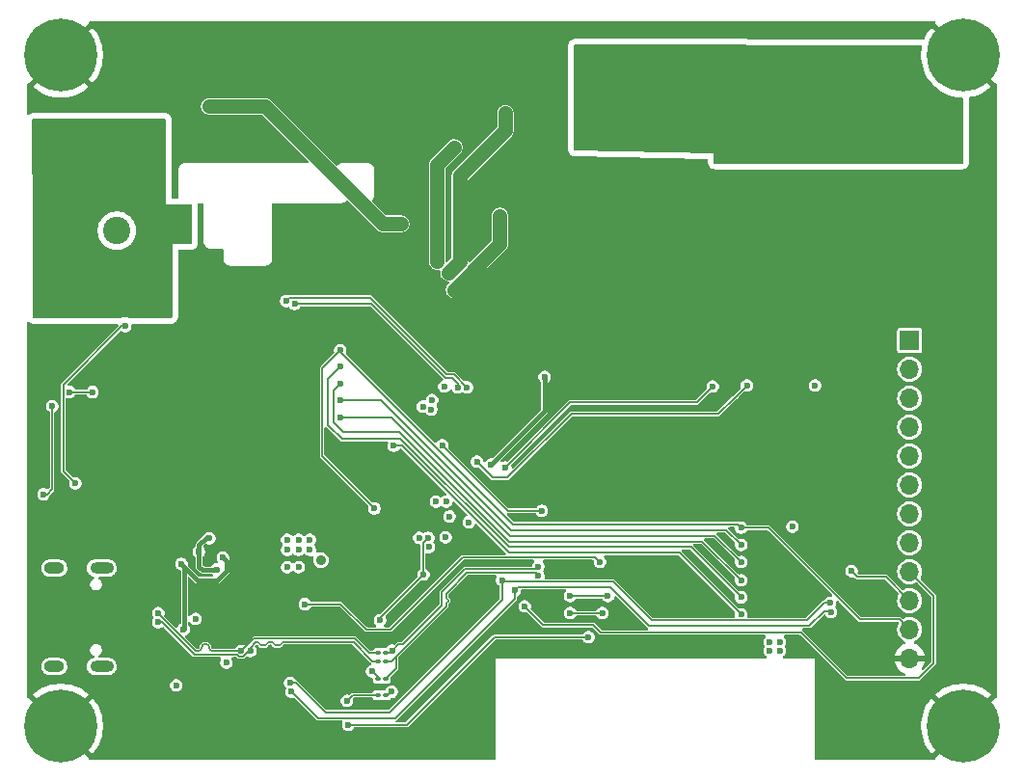
<source format=gbr>
G04 #@! TF.GenerationSoftware,KiCad,Pcbnew,9.0.3*
G04 #@! TF.CreationDate,2025-08-19T12:31:52-07:00*
G04 #@! TF.ProjectId,battery_protector,62617474-6572-4795-9f70-726f74656374,rev?*
G04 #@! TF.SameCoordinates,Original*
G04 #@! TF.FileFunction,Copper,L4,Bot*
G04 #@! TF.FilePolarity,Positive*
%FSLAX46Y46*%
G04 Gerber Fmt 4.6, Leading zero omitted, Abs format (unit mm)*
G04 Created by KiCad (PCBNEW 9.0.3) date 2025-08-19 12:31:52*
%MOMM*%
%LPD*%
G01*
G04 APERTURE LIST*
G04 Aperture macros list*
%AMRoundRect*
0 Rectangle with rounded corners*
0 $1 Rounding radius*
0 $2 $3 $4 $5 $6 $7 $8 $9 X,Y pos of 4 corners*
0 Add a 4 corners polygon primitive as box body*
4,1,4,$2,$3,$4,$5,$6,$7,$8,$9,$2,$3,0*
0 Add four circle primitives for the rounded corners*
1,1,$1+$1,$2,$3*
1,1,$1+$1,$4,$5*
1,1,$1+$1,$6,$7*
1,1,$1+$1,$8,$9*
0 Add four rect primitives between the rounded corners*
20,1,$1+$1,$2,$3,$4,$5,0*
20,1,$1+$1,$4,$5,$6,$7,0*
20,1,$1+$1,$6,$7,$8,$9,0*
20,1,$1+$1,$8,$9,$2,$3,0*%
G04 Aperture macros list end*
G04 #@! TA.AperFunction,HeatsinkPad*
%ADD10O,2.100000X1.000000*%
G04 #@! TD*
G04 #@! TA.AperFunction,HeatsinkPad*
%ADD11O,1.800000X1.000000*%
G04 #@! TD*
G04 #@! TA.AperFunction,ComponentPad*
%ADD12R,1.700000X1.700000*%
G04 #@! TD*
G04 #@! TA.AperFunction,ComponentPad*
%ADD13O,1.700000X1.700000*%
G04 #@! TD*
G04 #@! TA.AperFunction,ComponentPad*
%ADD14C,3.600000*%
G04 #@! TD*
G04 #@! TA.AperFunction,ConnectorPad*
%ADD15C,6.400000*%
G04 #@! TD*
G04 #@! TA.AperFunction,ComponentPad*
%ADD16R,2.400000X2.400000*%
G04 #@! TD*
G04 #@! TA.AperFunction,ComponentPad*
%ADD17C,2.400000*%
G04 #@! TD*
G04 #@! TA.AperFunction,SMDPad,CuDef*
%ADD18RoundRect,0.100000X0.130000X0.100000X-0.130000X0.100000X-0.130000X-0.100000X0.130000X-0.100000X0*%
G04 #@! TD*
G04 #@! TA.AperFunction,ViaPad*
%ADD19C,0.600000*%
G04 #@! TD*
G04 #@! TA.AperFunction,ViaPad*
%ADD20C,0.900000*%
G04 #@! TD*
G04 #@! TA.AperFunction,Conductor*
%ADD21C,0.200000*%
G04 #@! TD*
G04 #@! TA.AperFunction,Conductor*
%ADD22C,0.400000*%
G04 #@! TD*
G04 #@! TA.AperFunction,Conductor*
%ADD23C,0.150000*%
G04 #@! TD*
G04 #@! TA.AperFunction,Conductor*
%ADD24C,1.250000*%
G04 #@! TD*
G04 APERTURE END LIST*
D10*
X84556000Y-110930000D03*
D11*
X80376000Y-110930000D03*
D10*
X84556000Y-119570000D03*
D11*
X80376000Y-119570000D03*
D12*
X155500000Y-90940000D03*
D13*
X155500000Y-93480000D03*
X155500000Y-96020000D03*
X155500000Y-98560000D03*
X155500000Y-101100000D03*
X155500000Y-103640000D03*
X155500000Y-106180000D03*
X155500000Y-108720000D03*
X155500000Y-111260000D03*
X155500000Y-113800000D03*
X155500000Y-116340000D03*
X155500000Y-118880000D03*
D14*
X80963923Y-65907119D03*
D15*
X80963923Y-65907119D03*
D14*
X160200000Y-65907119D03*
D15*
X160200000Y-65907119D03*
D14*
X80963923Y-124800000D03*
D15*
X80963923Y-124800000D03*
D14*
X160200000Y-124800000D03*
D15*
X160200000Y-124800000D03*
D16*
X85887500Y-73690000D03*
D17*
X85887500Y-81310000D03*
D16*
X155310000Y-81190000D03*
D17*
X155310000Y-73570000D03*
D18*
X109470000Y-118400000D03*
X108830000Y-118400000D03*
X109470000Y-120630000D03*
X108830000Y-120630000D03*
X109470000Y-119130000D03*
X108830000Y-119130000D03*
X109470000Y-122100000D03*
X108830000Y-122100000D03*
D19*
X101500000Y-87750000D03*
X115827000Y-95070001D03*
X100739942Y-87489942D03*
X116627003Y-95062002D03*
X103000000Y-80000000D03*
X148000000Y-79500000D03*
X145100000Y-88800000D03*
X133500000Y-83000000D03*
X135500000Y-85000000D03*
X138500000Y-84000000D03*
X111840000Y-110730000D03*
X117750000Y-92500000D03*
X131650000Y-110600000D03*
X86500000Y-99000000D03*
X113243569Y-106777310D03*
X104000000Y-84000000D03*
X106900000Y-89100000D03*
X104200000Y-91000000D03*
X136500000Y-84000000D03*
X137500000Y-85000000D03*
X146900000Y-113800000D03*
X111800000Y-123500000D03*
X102100000Y-112800000D03*
X87500000Y-98000000D03*
X89100000Y-116600000D03*
X91700000Y-109500000D03*
X102000000Y-80000000D03*
X113400000Y-97800000D03*
X149000000Y-80500000D03*
X133500000Y-85000000D03*
X82951000Y-108970000D03*
X81900000Y-108100000D03*
X87500000Y-96000000D03*
X103000000Y-84000000D03*
X106000000Y-90700000D03*
X111800000Y-118200000D03*
X94525000Y-115805000D03*
X132200000Y-112250000D03*
X117750000Y-93500000D03*
X133500000Y-84000000D03*
X106000000Y-80000000D03*
X132750000Y-111700000D03*
X87500000Y-100000000D03*
X103000000Y-112700000D03*
X144000000Y-83500000D03*
X145000000Y-83500000D03*
X132750000Y-110600000D03*
X114500000Y-98750000D03*
X116500000Y-98750000D03*
X83900000Y-108100000D03*
X113500000Y-98750000D03*
X104900000Y-89100000D03*
X87500000Y-94000000D03*
X139100000Y-88800000D03*
X117750000Y-91500000D03*
X109750000Y-92250000D03*
X96100000Y-111400000D03*
X140700000Y-106300000D03*
X136500000Y-85000000D03*
X148000000Y-80500000D03*
X148000000Y-116300000D03*
X138500000Y-85000000D03*
X102000000Y-82000000D03*
X143000000Y-84500000D03*
X131100000Y-111150000D03*
X117750000Y-90500000D03*
X87500000Y-97000000D03*
X144000000Y-84500000D03*
X117750000Y-89500000D03*
D20*
X113343998Y-89441933D03*
D19*
X96900000Y-112400000D03*
X131650000Y-111700000D03*
X105100000Y-118200000D03*
X86500000Y-97000000D03*
X133500000Y-79000000D03*
X91600000Y-118800000D03*
X97700000Y-111100000D03*
X106000000Y-89900000D03*
X133500000Y-80000000D03*
X104000000Y-80000000D03*
X112410000Y-106860000D03*
X103300000Y-90000000D03*
X102000000Y-83000000D03*
X148000000Y-81500000D03*
X143100000Y-105500000D03*
X133300000Y-111150000D03*
X134500000Y-80000000D03*
X133500000Y-81000000D03*
X101100000Y-112800000D03*
X131650000Y-112800000D03*
X148000000Y-117100000D03*
X106000000Y-82000000D03*
X133500000Y-82000000D03*
X146000000Y-83500000D03*
X95670000Y-115750000D03*
X143000000Y-83500000D03*
X149000000Y-82500000D03*
X104300000Y-122200000D03*
X111800000Y-106100000D03*
X148100000Y-88800000D03*
X109750000Y-91250000D03*
X132750000Y-112800000D03*
X148000000Y-82500000D03*
X117750000Y-94500000D03*
X82900000Y-108100000D03*
X146000000Y-84500000D03*
D20*
X116787501Y-89607498D03*
D19*
X105000000Y-84000000D03*
D20*
X116853002Y-92667003D03*
D19*
X115500000Y-98750000D03*
X134500000Y-81000000D03*
X86151000Y-118470000D03*
X106000000Y-83000000D03*
X148000000Y-83500000D03*
X94800000Y-113700000D03*
X135500000Y-84000000D03*
X96100000Y-112200000D03*
X86151000Y-112070000D03*
X137500000Y-84000000D03*
X147000000Y-83500000D03*
X149000000Y-83500000D03*
X86500000Y-98000000D03*
X140700000Y-105500000D03*
X149000000Y-79500000D03*
X86500000Y-100000000D03*
X149000000Y-84500000D03*
X109750000Y-90250000D03*
X79600000Y-105500000D03*
X134500000Y-79000000D03*
X131100000Y-112250000D03*
X90900000Y-115400000D03*
X97600000Y-122100000D03*
X130700000Y-102900000D03*
X149000000Y-81500000D03*
X106000000Y-89100000D03*
X142100000Y-88800000D03*
X102000000Y-81000000D03*
X102000000Y-84000000D03*
X148000000Y-117900000D03*
X87500000Y-99000000D03*
X134500000Y-85000000D03*
X148000000Y-115500000D03*
X147000000Y-84500000D03*
X134500000Y-84000000D03*
X105000000Y-80000000D03*
X132200000Y-111150000D03*
X114830000Y-110330000D03*
X88261000Y-119600000D03*
D20*
X103807750Y-111745250D03*
D19*
X145000000Y-84500000D03*
X87500000Y-95000000D03*
X148000000Y-84500000D03*
X143100000Y-106300000D03*
X134500000Y-82000000D03*
X89100000Y-114100000D03*
X133300000Y-112250000D03*
X103300000Y-91000000D03*
X106000000Y-81000000D03*
X134500000Y-83000000D03*
X121700000Y-102500000D03*
X128300000Y-110400000D03*
X102400000Y-114100000D03*
X141200000Y-94900000D03*
X94000000Y-108300000D03*
X86600000Y-89700000D03*
X94642014Y-111049750D03*
X82250000Y-103500000D03*
X93100000Y-109500000D03*
X117500000Y-101600000D03*
X91549750Y-110549750D03*
X91750034Y-116299411D03*
X95191898Y-109991898D03*
X123450000Y-94150000D03*
X118750000Y-101850000D03*
X101832750Y-108450250D03*
X113570915Y-96179085D03*
X114800000Y-105100000D03*
X144100000Y-117400000D03*
X143200000Y-118200000D03*
X102832750Y-108450250D03*
X92800000Y-115400000D03*
D20*
X103807750Y-110245250D03*
D19*
X144100000Y-118200000D03*
X102832750Y-109350250D03*
X100832750Y-108450250D03*
X145200000Y-107300000D03*
X100832750Y-109350250D03*
X113500000Y-97000000D03*
X114760000Y-108225000D03*
X95500000Y-119230000D03*
X100832750Y-110850250D03*
X143200000Y-117400000D03*
X113280000Y-109090000D03*
X116800000Y-106900000D03*
X115100000Y-106400000D03*
X91100000Y-121230000D03*
X114650001Y-95000000D03*
X112750000Y-96750000D03*
X101832750Y-110850250D03*
X112430000Y-108290000D03*
X101832750Y-109350250D03*
X113900000Y-105100000D03*
X147200000Y-94900000D03*
X90500000Y-82000000D03*
X90500000Y-81000000D03*
X90500000Y-80000000D03*
X91500000Y-80000000D03*
X138200000Y-95000000D03*
X91500000Y-82000000D03*
X91500000Y-81000000D03*
X120000000Y-102100000D03*
X130500000Y-71500000D03*
X135500000Y-66500000D03*
X133500000Y-67500000D03*
X132500000Y-66500000D03*
X134500000Y-66500000D03*
X129500000Y-69500000D03*
X130500000Y-70500000D03*
X134500000Y-67500000D03*
X130500000Y-68500000D03*
X133500000Y-66500000D03*
X130500000Y-69500000D03*
X130500000Y-67500000D03*
X129500000Y-66500000D03*
X129500000Y-70500000D03*
X131500000Y-67500000D03*
X131500000Y-66500000D03*
X129500000Y-67500000D03*
X130500000Y-66500000D03*
X129500000Y-71500000D03*
X132500000Y-67500000D03*
X129500000Y-68500000D03*
X135500000Y-67500000D03*
X89514479Y-114900000D03*
X96800000Y-118220000D03*
X97600000Y-118220000D03*
X89514479Y-115700000D03*
X150400000Y-111200000D03*
X140695000Y-113500000D03*
X105500000Y-93200000D03*
X140700000Y-110400000D03*
X105500000Y-97700000D03*
X129000000Y-113400000D03*
X125700000Y-113400000D03*
X110200000Y-100200000D03*
X140695000Y-115000000D03*
X101100000Y-121000000D03*
X148500000Y-114000000D03*
X119700000Y-112000000D03*
X140695000Y-112000000D03*
X105500000Y-94750000D03*
X140700000Y-108900000D03*
X105500000Y-96150000D03*
X125700000Y-114900000D03*
X128500000Y-114900000D03*
X108300000Y-120000000D03*
X109000000Y-115500000D03*
X112800000Y-111500000D03*
X113229678Y-108267207D03*
X121700000Y-114300000D03*
X120800000Y-112900000D03*
X101213137Y-121791962D03*
X148600000Y-114800000D03*
X108500000Y-105700000D03*
X140700000Y-107400000D03*
X105500000Y-91800000D03*
X115500000Y-86500000D03*
X119500000Y-80000000D03*
X115000000Y-85000000D03*
X120000000Y-71000000D03*
X115500000Y-74000000D03*
X114000000Y-84000000D03*
X83750000Y-95474738D03*
X81700000Y-95474738D03*
X80200000Y-96700000D03*
X79450000Y-104450000D03*
X114450000Y-100150000D03*
X123200000Y-105900000D03*
X127300000Y-117000000D03*
X106100000Y-122600000D03*
X106200000Y-124700000D03*
X110840000Y-80700000D03*
X94000000Y-70375000D03*
X110000000Y-121800000D03*
X110049998Y-118173695D03*
X122900000Y-110800000D03*
X122900000Y-111600000D03*
D21*
X115827000Y-94727000D02*
X115827000Y-95070001D01*
X108250000Y-87750000D02*
X114719734Y-94219734D01*
X114719734Y-94219734D02*
X115319734Y-94219734D01*
X101500000Y-87750000D02*
X108250000Y-87750000D01*
X115319734Y-94219734D02*
X115827000Y-94727000D01*
X108150056Y-87200000D02*
X114850056Y-93900000D01*
X114850056Y-93900000D02*
X115465001Y-93900000D01*
X100739942Y-87489942D02*
X101029884Y-87200000D01*
X101029884Y-87200000D02*
X108150056Y-87200000D01*
X115465001Y-93900000D02*
X116627003Y-95062002D01*
X109910000Y-116330000D02*
X107780000Y-116330000D01*
X116240000Y-110000000D02*
X109910000Y-116330000D01*
X107780000Y-116330000D02*
X105550000Y-114100000D01*
X127900000Y-110000000D02*
X116240000Y-110000000D01*
X105550000Y-114100000D02*
X102400000Y-114100000D01*
X128300000Y-110400000D02*
X127900000Y-110000000D01*
X86600000Y-89700000D02*
X86300000Y-89700000D01*
D22*
X93100000Y-109500000D02*
X93100000Y-108900000D01*
D21*
X125800000Y-97400000D02*
X120195000Y-103005000D01*
D22*
X94642014Y-111049750D02*
X94591764Y-111100000D01*
X94591764Y-111100000D02*
X93400000Y-111100000D01*
D21*
X138700000Y-97400000D02*
X125800000Y-97400000D01*
D22*
X93400000Y-111100000D02*
X93100000Y-110800000D01*
D21*
X120195000Y-103005000D02*
X118905000Y-103005000D01*
D22*
X93100000Y-108900000D02*
X93700000Y-108300000D01*
D21*
X118905000Y-103005000D02*
X117500000Y-101600000D01*
X81195000Y-102445000D02*
X82250000Y-103500000D01*
X141200000Y-94900000D02*
X140100000Y-96000000D01*
D22*
X93100000Y-110800000D02*
X93100000Y-109500000D01*
D21*
X81195000Y-94805000D02*
X81195000Y-102445000D01*
X140100000Y-96000000D02*
X138700000Y-97400000D01*
X86300000Y-89700000D02*
X81195000Y-94805000D01*
D22*
X93700000Y-108300000D02*
X94000000Y-108300000D01*
X95500000Y-111144400D02*
X94644400Y-112000000D01*
X123450000Y-97150000D02*
X123450000Y-94150000D01*
X93000000Y-112000000D02*
X91549750Y-110549750D01*
X95191898Y-109991898D02*
X95500000Y-110300000D01*
X118750000Y-101850000D02*
X123450000Y-97150000D01*
X91800000Y-116249445D02*
X91800000Y-110800000D01*
X95500000Y-110300000D02*
X95500000Y-111144400D01*
X94644400Y-112000000D02*
X93000000Y-112000000D01*
X91750034Y-116299411D02*
X91800000Y-116249445D01*
X91800000Y-110800000D02*
X91549750Y-110549750D01*
D21*
X125700000Y-96400000D02*
X120000000Y-102100000D01*
X136800000Y-96400000D02*
X125700000Y-96400000D01*
X138200000Y-95000000D02*
X136800000Y-96400000D01*
D23*
X89514479Y-114900000D02*
X92834479Y-118220000D01*
X93626965Y-117610000D02*
X93686965Y-117610000D01*
X97895000Y-117125000D02*
X106814975Y-117125000D01*
X92834479Y-118220000D02*
X93016965Y-118220000D01*
X94500000Y-118220000D02*
X96800000Y-118220000D01*
X96800000Y-118220000D02*
X97895000Y-117125000D01*
X108089975Y-118400000D02*
X108830000Y-118400000D01*
X106814975Y-117125000D02*
X108089975Y-118400000D01*
X94356965Y-118220000D02*
X94500000Y-118220000D01*
X94296965Y-118220000D02*
X94356965Y-118220000D01*
X93321965Y-117915000D02*
G75*
G02*
X93626965Y-117609965I305035J0D01*
G01*
X93016965Y-118220000D02*
G75*
G03*
X93322000Y-117915000I35J305000D01*
G01*
X93991965Y-117915000D02*
G75*
G03*
X94296965Y-118220035I305035J0D01*
G01*
X93686965Y-117610000D02*
G75*
G02*
X93992000Y-117915000I35J-305000D01*
G01*
X100780000Y-117475000D02*
X100800000Y-117475000D01*
X108325000Y-119130000D02*
X108830000Y-119130000D01*
X97600000Y-117914975D02*
X98039975Y-117475000D01*
X89819504Y-115700000D02*
X92689504Y-118570000D01*
X97478823Y-118220000D02*
X97600000Y-118220000D01*
X106670000Y-117475000D02*
X108325000Y-119130000D01*
X98039975Y-117475000D02*
X98300000Y-117475000D01*
X96601177Y-118700000D02*
X96998823Y-118700000D01*
X100800000Y-117475000D02*
X106670000Y-117475000D01*
X96471177Y-118570000D02*
X96601177Y-118700000D01*
X98560000Y-117735000D02*
X98920000Y-117735000D01*
X96998823Y-118700000D02*
X97478823Y-118220000D01*
X100420000Y-117475000D02*
X100780000Y-117475000D01*
X99180000Y-117475000D02*
X99540000Y-117475000D01*
X97600000Y-118220000D02*
X97600000Y-117914975D01*
X92689504Y-118570000D02*
X96471177Y-118570000D01*
X89514479Y-115700000D02*
X89819504Y-115700000D01*
X99800000Y-117735000D02*
X100160000Y-117735000D01*
X98920000Y-117735000D02*
G75*
G03*
X99050000Y-117605000I0J130000D01*
G01*
X100160000Y-117735000D02*
G75*
G03*
X100290000Y-117605000I0J130000D01*
G01*
X98300000Y-117475000D02*
G75*
G02*
X98430000Y-117605000I0J-130000D01*
G01*
X99540000Y-117475000D02*
G75*
G02*
X99670000Y-117605000I0J-130000D01*
G01*
X98430000Y-117605000D02*
G75*
G03*
X98560000Y-117735000I130000J0D01*
G01*
X99050000Y-117605000D02*
G75*
G02*
X99180000Y-117475000I130000J0D01*
G01*
X100290000Y-117605000D02*
G75*
G02*
X100420000Y-117475000I130000J0D01*
G01*
X99670000Y-117605000D02*
G75*
G03*
X99800000Y-117735000I130000J0D01*
G01*
D21*
X150400000Y-111200000D02*
X150900000Y-111700000D01*
X153400000Y-111700000D02*
X155500000Y-113800000D01*
X104400000Y-94300000D02*
X104400000Y-98350000D01*
X110800000Y-99600000D02*
X120300000Y-109100000D01*
X105650000Y-99600000D02*
X110800000Y-99600000D01*
X150900000Y-111700000D02*
X153400000Y-111700000D01*
X104400000Y-98350000D02*
X105650000Y-99600000D01*
X136295000Y-109100000D02*
X140695000Y-113500000D01*
X120300000Y-109100000D02*
X136295000Y-109100000D01*
X105500000Y-93200000D02*
X104400000Y-94300000D01*
X120400000Y-108100000D02*
X138400000Y-108100000D01*
X138400000Y-108100000D02*
X140700000Y-110400000D01*
X105500000Y-97700000D02*
X110000000Y-97700000D01*
X110000000Y-97700000D02*
X120400000Y-108100000D01*
X129000000Y-113400000D02*
X125700000Y-113400000D01*
X135300000Y-109600000D02*
X140695000Y-114995000D01*
X110900000Y-100200000D02*
X120300000Y-109600000D01*
X110200000Y-100200000D02*
X110900000Y-100200000D01*
X140695000Y-114995000D02*
X140695000Y-115000000D01*
X120300000Y-109600000D02*
X135300000Y-109600000D01*
X146480822Y-115505000D02*
X147985822Y-114000000D01*
X109800000Y-123600000D02*
X104200000Y-123600000D01*
X147985822Y-114000000D02*
X148500000Y-114000000D01*
X119700000Y-112000000D02*
X119700000Y-113700000D01*
X119700000Y-113700000D02*
X109800000Y-123600000D01*
X119700000Y-112000000D02*
X119805000Y-112105000D01*
X119805000Y-112105000D02*
X129430822Y-112105000D01*
X132830822Y-115505000D02*
X146480822Y-115505000D01*
X129430822Y-112105000D02*
X132830822Y-115505000D01*
X101600000Y-121000000D02*
X101100000Y-121000000D01*
X104200000Y-123600000D02*
X101600000Y-121000000D01*
X137295000Y-108600000D02*
X140695000Y-112000000D01*
X105800000Y-99000000D02*
X110700000Y-99000000D01*
X120300000Y-108600000D02*
X137295000Y-108600000D01*
X104900000Y-95350000D02*
X104900000Y-98100000D01*
X110700000Y-99000000D02*
X120300000Y-108600000D01*
X104900000Y-98100000D02*
X105800000Y-99000000D01*
X105500000Y-94750000D02*
X104900000Y-95350000D01*
X139400000Y-107600000D02*
X140700000Y-108900000D01*
X120500000Y-107600000D02*
X139400000Y-107600000D01*
X105500000Y-96150000D02*
X109050000Y-96150000D01*
X109050000Y-96150000D02*
X120500000Y-107600000D01*
X125700000Y-114900000D02*
X128500000Y-114900000D01*
X156300000Y-120600000D02*
X157600000Y-119300000D01*
X113229678Y-108267207D02*
X112775000Y-108721885D01*
X108830000Y-120530000D02*
X108300000Y-120000000D01*
X145985822Y-116600000D02*
X149985822Y-120600000D01*
X128380000Y-116600000D02*
X145985822Y-116600000D01*
X123330000Y-115930000D02*
X127710000Y-115930000D01*
X112775000Y-111475000D02*
X112800000Y-111500000D01*
X149985822Y-120600000D02*
X156300000Y-120600000D01*
X112775000Y-108721885D02*
X112775000Y-111475000D01*
X157600000Y-119300000D02*
X157600000Y-113360000D01*
X112800000Y-111500000D02*
X108916000Y-115384000D01*
X108830000Y-120630000D02*
X108830000Y-120530000D01*
X121700000Y-114300000D02*
X123330000Y-115930000D01*
X127710000Y-115930000D02*
X128380000Y-116600000D01*
X157600000Y-113360000D02*
X155500000Y-111260000D01*
X129200000Y-112600000D02*
X132600000Y-116000000D01*
X103521175Y-124100000D02*
X101213137Y-121791962D01*
X120800000Y-113600000D02*
X110300000Y-124100000D01*
X148500000Y-114700000D02*
X148600000Y-114800000D01*
X120800000Y-112900000D02*
X121100000Y-112600000D01*
X146700000Y-116000000D02*
X148000000Y-114700000D01*
X110300000Y-124100000D02*
X103521175Y-124100000D01*
X148000000Y-114700000D02*
X148500000Y-114700000D01*
X121100000Y-112600000D02*
X129200000Y-112600000D01*
X120800000Y-112900000D02*
X120800000Y-113600000D01*
X132600000Y-116000000D02*
X146700000Y-116000000D01*
X103900000Y-101100000D02*
X108500000Y-105700000D01*
X120685822Y-107100000D02*
X140400000Y-107100000D01*
X143100000Y-107400000D02*
X151125000Y-115425000D01*
X103900000Y-93400000D02*
X103900000Y-101100000D01*
X154585000Y-115425000D02*
X155500000Y-116340000D01*
X105500000Y-91800000D02*
X105500000Y-91914178D01*
X140400000Y-107100000D02*
X140700000Y-107400000D01*
X105500000Y-91914178D02*
X120685822Y-107100000D01*
X105500000Y-91800000D02*
X103900000Y-93400000D01*
X140700000Y-107400000D02*
X143100000Y-107400000D01*
X151125000Y-115425000D02*
X154585000Y-115425000D01*
D24*
X119500000Y-81000000D02*
X119500000Y-80000000D01*
X119500000Y-82500000D02*
X119500000Y-81000000D01*
X115500000Y-86500000D02*
X119500000Y-82500000D01*
X120000000Y-72500000D02*
X120000000Y-71000000D01*
X116000000Y-76500000D02*
X120000000Y-72500000D01*
X115000000Y-85000000D02*
X116000000Y-84000000D01*
X116000000Y-84000000D02*
X116000000Y-76500000D01*
X114000000Y-75500000D02*
X115500000Y-74000000D01*
X114000000Y-84000000D02*
X114000000Y-75500000D01*
D21*
X81700000Y-95474738D02*
X81725262Y-95500000D01*
X81725262Y-95500000D02*
X83724738Y-95500000D01*
X83724738Y-95500000D02*
X83750000Y-95474738D01*
X79750000Y-104450000D02*
X80200000Y-104000000D01*
X80200000Y-104000000D02*
X80200000Y-96700000D01*
X79450000Y-104450000D02*
X79750000Y-104450000D01*
X114450000Y-100150000D02*
X120200000Y-105900000D01*
X120200000Y-105900000D02*
X123200000Y-105900000D01*
X119014178Y-117000000D02*
X111314178Y-124700000D01*
X106600000Y-122100000D02*
X106100000Y-122600000D01*
X111314178Y-124700000D02*
X106200000Y-124700000D01*
X108830000Y-122100000D02*
X106600000Y-122100000D01*
X127300000Y-117000000D02*
X119014178Y-117000000D01*
D24*
X110840000Y-80700000D02*
X109230000Y-80700000D01*
X98905000Y-70375000D02*
X94000000Y-70375000D01*
X109230000Y-80700000D02*
X98905000Y-70375000D01*
D23*
X109800000Y-118400000D02*
X109470000Y-118400000D01*
X114400000Y-114210025D02*
X114400000Y-113066062D01*
X116441062Y-111025000D02*
X122675000Y-111025000D01*
X109470000Y-122100000D02*
X109700000Y-122100000D01*
X110026305Y-118173695D02*
X109800000Y-118400000D01*
X114400000Y-113066062D02*
X116441062Y-111025000D01*
X110613693Y-117610000D02*
X111000025Y-117610000D01*
X110049998Y-118173695D02*
X110613693Y-117610000D01*
X122675000Y-111025000D02*
X122900000Y-110800000D01*
X110049998Y-118173695D02*
X110026305Y-118173695D01*
X111000025Y-117610000D02*
X114400000Y-114210025D01*
X109700000Y-122100000D02*
X110000000Y-121800000D01*
X109470000Y-120630000D02*
X110400000Y-119700000D01*
X122675000Y-111375000D02*
X122900000Y-111600000D01*
X114800000Y-114305000D02*
X114800000Y-114036730D01*
X114800000Y-113200000D02*
X115000000Y-113000000D01*
X114800000Y-113416730D02*
X114800000Y-113200000D01*
X114800000Y-113566730D02*
X114800000Y-113416730D01*
X110400000Y-119700000D02*
X110400000Y-118705000D01*
X116625000Y-111375000D02*
X122675000Y-111375000D01*
X110400000Y-118705000D02*
X114800000Y-114305000D01*
X114960000Y-113876730D02*
X114960000Y-113726730D01*
X109975000Y-119130000D02*
X110400000Y-118705000D01*
X115000000Y-113000000D02*
X116625000Y-111375000D01*
X109470000Y-119130000D02*
X109975000Y-119130000D01*
X114960000Y-113726730D02*
G75*
G03*
X114880000Y-113646700I-80000J30D01*
G01*
X114880000Y-113956730D02*
G75*
G03*
X114960030Y-113876730I0J80030D01*
G01*
X114880000Y-113646730D02*
G75*
G02*
X114799970Y-113566730I0J80030D01*
G01*
X114800000Y-114036730D02*
G75*
G02*
X114880000Y-113956700I80000J30D01*
G01*
G04 #@! TA.AperFunction,Conductor*
G36*
X90139627Y-71488688D02*
G01*
X90185382Y-71541492D01*
X90196588Y-71593003D01*
X90196588Y-79000000D01*
X92375881Y-79000000D01*
X92442920Y-79019685D01*
X92488675Y-79072489D01*
X92499881Y-79124119D01*
X92496762Y-82376115D01*
X92477013Y-82443135D01*
X92424165Y-82488840D01*
X92372762Y-82499996D01*
X90750000Y-82499999D01*
X90750000Y-88876000D01*
X90730315Y-88943039D01*
X90677511Y-88988794D01*
X90626000Y-89000000D01*
X87026524Y-89000000D01*
X86979072Y-88990561D01*
X86833501Y-88930264D01*
X86833489Y-88930261D01*
X86678845Y-88899500D01*
X86678842Y-88899500D01*
X86521158Y-88899500D01*
X86521155Y-88899500D01*
X86366510Y-88930261D01*
X86366498Y-88930264D01*
X86220928Y-88990561D01*
X86173476Y-89000000D01*
X78621446Y-89000000D01*
X78554407Y-88980315D01*
X78508652Y-88927511D01*
X78497447Y-88876362D01*
X78475015Y-81198549D01*
X84187000Y-81198549D01*
X84187000Y-81421450D01*
X84187001Y-81421466D01*
X84216094Y-81642452D01*
X84216095Y-81642457D01*
X84216096Y-81642463D01*
X84216097Y-81642465D01*
X84273790Y-81857780D01*
X84273793Y-81857790D01*
X84359093Y-82063722D01*
X84359095Y-82063726D01*
X84470552Y-82256774D01*
X84470557Y-82256780D01*
X84470558Y-82256782D01*
X84606251Y-82433622D01*
X84606257Y-82433629D01*
X84763870Y-82591242D01*
X84763876Y-82591247D01*
X84940726Y-82726948D01*
X85133774Y-82838405D01*
X85339719Y-82923710D01*
X85555037Y-82981404D01*
X85776043Y-83010500D01*
X85776050Y-83010500D01*
X85998950Y-83010500D01*
X85998957Y-83010500D01*
X86219963Y-82981404D01*
X86435281Y-82923710D01*
X86641226Y-82838405D01*
X86834274Y-82726948D01*
X87011124Y-82591247D01*
X87168747Y-82433624D01*
X87304448Y-82256774D01*
X87415905Y-82063726D01*
X87501210Y-81857781D01*
X87558904Y-81642463D01*
X87588000Y-81421457D01*
X87588000Y-81198543D01*
X87558904Y-80977537D01*
X87501210Y-80762219D01*
X87415905Y-80556274D01*
X87304448Y-80363226D01*
X87168747Y-80186376D01*
X87168742Y-80186370D01*
X87011129Y-80028757D01*
X87011122Y-80028751D01*
X86834282Y-79893058D01*
X86834280Y-79893057D01*
X86834274Y-79893052D01*
X86641226Y-79781595D01*
X86641222Y-79781593D01*
X86435290Y-79696293D01*
X86435283Y-79696291D01*
X86435281Y-79696290D01*
X86219963Y-79638596D01*
X86219957Y-79638595D01*
X86219952Y-79638594D01*
X85998966Y-79609501D01*
X85998963Y-79609500D01*
X85998957Y-79609500D01*
X85776043Y-79609500D01*
X85776037Y-79609500D01*
X85776033Y-79609501D01*
X85555047Y-79638594D01*
X85555040Y-79638595D01*
X85555037Y-79638596D01*
X85339719Y-79696290D01*
X85339709Y-79696293D01*
X85133777Y-79781593D01*
X85133773Y-79781595D01*
X84940726Y-79893052D01*
X84940717Y-79893058D01*
X84763877Y-80028751D01*
X84763870Y-80028757D01*
X84606257Y-80186370D01*
X84606251Y-80186377D01*
X84470558Y-80363217D01*
X84470552Y-80363226D01*
X84359095Y-80556273D01*
X84359093Y-80556277D01*
X84273793Y-80762209D01*
X84273790Y-80762219D01*
X84216097Y-80977534D01*
X84216094Y-80977547D01*
X84187001Y-81198533D01*
X84187000Y-81198549D01*
X78475015Y-81198549D01*
X78475004Y-81194846D01*
X78446951Y-71593365D01*
X78466439Y-71526269D01*
X78519109Y-71480360D01*
X78570950Y-71469003D01*
X90072588Y-71469003D01*
X90139627Y-71488688D01*
G37*
G04 #@! TD.AperFunction*
G04 #@! TA.AperFunction,Conductor*
G36*
X136000000Y-77125000D02*
G01*
X150833336Y-77125000D01*
X160450000Y-79480101D01*
X160450000Y-84837638D01*
X132500000Y-85451917D01*
X132500000Y-78125000D01*
X132500000Y-75625000D01*
X136000000Y-75625000D01*
X136000000Y-77125000D01*
G37*
G04 #@! TD.AperFunction*
G04 #@! TA.AperFunction,Conductor*
G36*
X156456848Y-64997953D02*
G01*
X156523871Y-65017689D01*
X156569585Y-65070527D01*
X156579476Y-65139693D01*
X156578369Y-65146144D01*
X156535137Y-65363488D01*
X156499500Y-65725328D01*
X156499500Y-66088909D01*
X156535137Y-66450749D01*
X156606064Y-66807331D01*
X156606067Y-66807342D01*
X156711614Y-67155284D01*
X156850754Y-67491197D01*
X156850756Y-67491202D01*
X157022140Y-67811839D01*
X157022151Y-67811857D01*
X157224140Y-68114154D01*
X157224150Y-68114168D01*
X157454807Y-68395225D01*
X157711893Y-68652311D01*
X157711898Y-68652315D01*
X157711899Y-68652316D01*
X157992956Y-68882973D01*
X158295268Y-69084972D01*
X158295277Y-69084977D01*
X158295279Y-69084978D01*
X158615916Y-69256362D01*
X158615918Y-69256362D01*
X158615924Y-69256366D01*
X158951836Y-69395505D01*
X159299767Y-69501049D01*
X159299773Y-69501050D01*
X159299776Y-69501051D01*
X159299787Y-69501054D01*
X159656369Y-69571981D01*
X160018206Y-69607619D01*
X160018209Y-69607619D01*
X160076000Y-69607619D01*
X160143039Y-69627304D01*
X160188794Y-69680108D01*
X160200000Y-69731619D01*
X160200000Y-75301000D01*
X160180315Y-75368039D01*
X160127511Y-75413794D01*
X160076000Y-75425000D01*
X138424000Y-75425000D01*
X138356961Y-75405315D01*
X138311206Y-75352511D01*
X138300000Y-75301000D01*
X138300000Y-74500000D01*
X126121696Y-74273714D01*
X126055034Y-74252787D01*
X126010268Y-74199142D01*
X126000000Y-74149735D01*
X126000000Y-65098904D01*
X126019685Y-65031865D01*
X126072489Y-64986110D01*
X126124092Y-64974904D01*
X156456848Y-64997953D01*
G37*
G04 #@! TD.AperFunction*
G04 #@! TA.AperFunction,Conductor*
G36*
X157710913Y-62957685D02*
G01*
X157756668Y-63010489D01*
X157767725Y-63068085D01*
X157765233Y-63118799D01*
X159259301Y-64612867D01*
X159157670Y-64686707D01*
X158979588Y-64864789D01*
X158905748Y-64966420D01*
X157411680Y-63472352D01*
X157411679Y-63472352D01*
X157224548Y-63700373D01*
X157224545Y-63700377D01*
X157022581Y-64002638D01*
X157022570Y-64002656D01*
X156851209Y-64323249D01*
X156851202Y-64323265D01*
X156796448Y-64455449D01*
X156752607Y-64509852D01*
X156686312Y-64531916D01*
X156646863Y-64526946D01*
X156644639Y-64526291D01*
X156599639Y-64513040D01*
X156599632Y-64513038D01*
X156599630Y-64513037D01*
X156599621Y-64513035D01*
X156457237Y-64492453D01*
X156457229Y-64492452D01*
X126285323Y-64469526D01*
X126124476Y-64469404D01*
X126124475Y-64469404D01*
X126124469Y-64469404D01*
X126016823Y-64480916D01*
X126016810Y-64480918D01*
X125965214Y-64492123D01*
X125862497Y-64526290D01*
X125862493Y-64526292D01*
X125741462Y-64604074D01*
X125741451Y-64604083D01*
X125688659Y-64649827D01*
X125594433Y-64758568D01*
X125594430Y-64758572D01*
X125534664Y-64889438D01*
X125514976Y-64956486D01*
X125494500Y-65098905D01*
X125494500Y-74149740D01*
X125505074Y-74252590D01*
X125515345Y-74302008D01*
X125546626Y-74400554D01*
X125546627Y-74400555D01*
X125622152Y-74523019D01*
X125666918Y-74576664D01*
X125773884Y-74672888D01*
X125903629Y-74735080D01*
X125969325Y-74755703D01*
X125970171Y-74755978D01*
X125970291Y-74756007D01*
X125970294Y-74756008D01*
X126112305Y-74779127D01*
X137672806Y-74993932D01*
X137739466Y-75014859D01*
X137784232Y-75068504D01*
X137794500Y-75117911D01*
X137794500Y-75301000D01*
X137794501Y-75301009D01*
X137806052Y-75408450D01*
X137806054Y-75408462D01*
X137817260Y-75459972D01*
X137851383Y-75562497D01*
X137851386Y-75562503D01*
X137929171Y-75683537D01*
X137929179Y-75683548D01*
X137974923Y-75736340D01*
X137974926Y-75736343D01*
X137974930Y-75736347D01*
X138083664Y-75830567D01*
X138083667Y-75830568D01*
X138083668Y-75830569D01*
X138177925Y-75873616D01*
X138214541Y-75890338D01*
X138281580Y-75910023D01*
X138281584Y-75910024D01*
X138424000Y-75930500D01*
X138424003Y-75930500D01*
X160075990Y-75930500D01*
X160076000Y-75930500D01*
X160183456Y-75918947D01*
X160234967Y-75907741D01*
X160283652Y-75891537D01*
X160337497Y-75873616D01*
X160337501Y-75873613D01*
X160337504Y-75873613D01*
X160458543Y-75795825D01*
X160511347Y-75750070D01*
X160605567Y-75641336D01*
X160665338Y-75510459D01*
X160685023Y-75443420D01*
X160685024Y-75443416D01*
X160705500Y-75301000D01*
X160705500Y-69731619D01*
X160701562Y-69694997D01*
X160713966Y-69626242D01*
X160761575Y-69575104D01*
X160800660Y-69560127D01*
X161100090Y-69500568D01*
X161100101Y-69500565D01*
X161447997Y-69395032D01*
X161783864Y-69255911D01*
X161783869Y-69255909D01*
X162104462Y-69084548D01*
X162104480Y-69084537D01*
X162406736Y-68882576D01*
X162406750Y-68882566D01*
X162634765Y-68695439D01*
X162634766Y-68695438D01*
X161140698Y-67201370D01*
X161242330Y-67127531D01*
X161420412Y-66949449D01*
X161494251Y-66847817D01*
X162988318Y-68341884D01*
X163019415Y-68340357D01*
X163087340Y-68356729D01*
X163135631Y-68407224D01*
X163149500Y-68464208D01*
X163149500Y-122242909D01*
X163129815Y-122309948D01*
X163077011Y-122355703D01*
X163019417Y-122366760D01*
X162988319Y-122365232D01*
X161494251Y-123859301D01*
X161420412Y-123757670D01*
X161242330Y-123579588D01*
X161140698Y-123505748D01*
X162634766Y-122011679D01*
X162634765Y-122011678D01*
X162406750Y-121824551D01*
X162104480Y-121622581D01*
X162104462Y-121622570D01*
X161783869Y-121451209D01*
X161783864Y-121451207D01*
X161447997Y-121312086D01*
X161100101Y-121206553D01*
X161100090Y-121206550D01*
X160743556Y-121135632D01*
X160381766Y-121100000D01*
X160018234Y-121100000D01*
X159656443Y-121135632D01*
X159299909Y-121206550D01*
X159299898Y-121206553D01*
X158952002Y-121312086D01*
X158616135Y-121451207D01*
X158616130Y-121451209D01*
X158295537Y-121622570D01*
X158295519Y-121622581D01*
X157993258Y-121824545D01*
X157993254Y-121824548D01*
X157765233Y-122011679D01*
X157765233Y-122011680D01*
X159259301Y-123505748D01*
X159157670Y-123579588D01*
X158979588Y-123757670D01*
X158905748Y-123859301D01*
X157411680Y-122365233D01*
X157411679Y-122365233D01*
X157224548Y-122593254D01*
X157224545Y-122593258D01*
X157022581Y-122895519D01*
X157022570Y-122895537D01*
X156851209Y-123216130D01*
X156851207Y-123216135D01*
X156712086Y-123552002D01*
X156606553Y-123899898D01*
X156606550Y-123899909D01*
X156535632Y-124256443D01*
X156500000Y-124618234D01*
X156500000Y-124981765D01*
X156535632Y-125343556D01*
X156606550Y-125700090D01*
X156606553Y-125700101D01*
X156712086Y-126047997D01*
X156851207Y-126383864D01*
X156851209Y-126383869D01*
X157022570Y-126704462D01*
X157022581Y-126704480D01*
X157224551Y-127006750D01*
X157411678Y-127234765D01*
X157411679Y-127234766D01*
X158905747Y-125740697D01*
X158979588Y-125842330D01*
X159157670Y-126020412D01*
X159259301Y-126094251D01*
X157765233Y-127588318D01*
X157767375Y-127631915D01*
X157751003Y-127699840D01*
X157700508Y-127748131D01*
X157643524Y-127762000D01*
X147284000Y-127762000D01*
X147216961Y-127742315D01*
X147171206Y-127689511D01*
X147160000Y-127638000D01*
X147160000Y-118900000D01*
X144451338Y-118900000D01*
X144384299Y-118880315D01*
X144338544Y-118827511D01*
X144328600Y-118758353D01*
X144357625Y-118694797D01*
X144389335Y-118668614D01*
X144438015Y-118640509D01*
X144540509Y-118538015D01*
X144612984Y-118412485D01*
X144650500Y-118272475D01*
X144650500Y-118127525D01*
X144612984Y-117987515D01*
X144540516Y-117861997D01*
X144524044Y-117794101D01*
X144540515Y-117738003D01*
X144612984Y-117612485D01*
X144650500Y-117472475D01*
X144650500Y-117327525D01*
X144612984Y-117187515D01*
X144546565Y-117072475D01*
X144540511Y-117061988D01*
X144540506Y-117061982D01*
X144490705Y-117012181D01*
X144457220Y-116950858D01*
X144462204Y-116881166D01*
X144504076Y-116825233D01*
X144569540Y-116800816D01*
X144578386Y-116800500D01*
X145851410Y-116800500D01*
X145918449Y-116820185D01*
X145939091Y-116836819D01*
X149815846Y-120713574D01*
X149872248Y-120769976D01*
X149945940Y-120800500D01*
X149945942Y-120800500D01*
X156339880Y-120800500D01*
X156339882Y-120800500D01*
X156413574Y-120769976D01*
X157769976Y-119413574D01*
X157800500Y-119339882D01*
X157800500Y-119260118D01*
X157800500Y-113320118D01*
X157769976Y-113246426D01*
X157713574Y-113190024D01*
X157706509Y-113182959D01*
X157706502Y-113182953D01*
X156477630Y-111954081D01*
X156444145Y-111892758D01*
X156449129Y-111823066D01*
X156454820Y-111810119D01*
X156519873Y-111682445D01*
X156573402Y-111517701D01*
X156600500Y-111346611D01*
X156600500Y-111173389D01*
X156573402Y-111002299D01*
X156519873Y-110837555D01*
X156441232Y-110683212D01*
X156339414Y-110543072D01*
X156216928Y-110420586D01*
X156076788Y-110318768D01*
X155922445Y-110240127D01*
X155757701Y-110186598D01*
X155757699Y-110186597D01*
X155757698Y-110186597D01*
X155626271Y-110165781D01*
X155586611Y-110159500D01*
X155413389Y-110159500D01*
X155373728Y-110165781D01*
X155242302Y-110186597D01*
X155077552Y-110240128D01*
X154923211Y-110318768D01*
X154843256Y-110376859D01*
X154783072Y-110420586D01*
X154783070Y-110420588D01*
X154783069Y-110420588D01*
X154660588Y-110543069D01*
X154660588Y-110543070D01*
X154660586Y-110543072D01*
X154635887Y-110577067D01*
X154558768Y-110683211D01*
X154480128Y-110837552D01*
X154480127Y-110837554D01*
X154480127Y-110837555D01*
X154468782Y-110872472D01*
X154426597Y-111002302D01*
X154403377Y-111148913D01*
X154399500Y-111173389D01*
X154399500Y-111346611D01*
X154404792Y-111380021D01*
X154425845Y-111512951D01*
X154426598Y-111517701D01*
X154480127Y-111682445D01*
X154558768Y-111836788D01*
X154660586Y-111976928D01*
X154783072Y-112099414D01*
X154923212Y-112201232D01*
X155077555Y-112279873D01*
X155242299Y-112333402D01*
X155413389Y-112360500D01*
X155413390Y-112360500D01*
X155586610Y-112360500D01*
X155586611Y-112360500D01*
X155757701Y-112333402D01*
X155922445Y-112279873D01*
X156050107Y-112214826D01*
X156118774Y-112201930D01*
X156183514Y-112228206D01*
X156194081Y-112237630D01*
X157363181Y-113406730D01*
X157396666Y-113468053D01*
X157399500Y-113494411D01*
X157399500Y-119165588D01*
X157379815Y-119232627D01*
X157363181Y-119253269D01*
X156774323Y-119842126D01*
X156713000Y-119875611D01*
X156643308Y-119870627D01*
X156587375Y-119828755D01*
X156562958Y-119763291D01*
X156577810Y-119695018D01*
X156586324Y-119681559D01*
X156654622Y-119587554D01*
X156751095Y-119398217D01*
X156816757Y-119196129D01*
X156816757Y-119196126D01*
X156827231Y-119130000D01*
X155933012Y-119130000D01*
X155965925Y-119072993D01*
X156000000Y-118945826D01*
X156000000Y-118814174D01*
X155965925Y-118687007D01*
X155933012Y-118630000D01*
X156827231Y-118630000D01*
X156816757Y-118563873D01*
X156816757Y-118563870D01*
X156751095Y-118361782D01*
X156654620Y-118172442D01*
X156529727Y-118000540D01*
X156529723Y-118000535D01*
X156379464Y-117850276D01*
X156379459Y-117850272D01*
X156207557Y-117725379D01*
X156018217Y-117628904D01*
X155919287Y-117596760D01*
X155861611Y-117557323D01*
X155834413Y-117492964D01*
X155846328Y-117424118D01*
X155893572Y-117372642D01*
X155919290Y-117360897D01*
X155922445Y-117359873D01*
X156076788Y-117281232D01*
X156216928Y-117179414D01*
X156339414Y-117056928D01*
X156441232Y-116916788D01*
X156519873Y-116762445D01*
X156573402Y-116597701D01*
X156600500Y-116426611D01*
X156600500Y-116253389D01*
X156573402Y-116082299D01*
X156519873Y-115917555D01*
X156441232Y-115763212D01*
X156339414Y-115623072D01*
X156216928Y-115500586D01*
X156076788Y-115398768D01*
X155922445Y-115320127D01*
X155757701Y-115266598D01*
X155757699Y-115266597D01*
X155757698Y-115266597D01*
X155626271Y-115245781D01*
X155586611Y-115239500D01*
X155413389Y-115239500D01*
X155373728Y-115245781D01*
X155242302Y-115266597D01*
X155077549Y-115320129D01*
X154949893Y-115385172D01*
X154881224Y-115398068D01*
X154816483Y-115371791D01*
X154805918Y-115362368D01*
X154698574Y-115255024D01*
X154624883Y-115224500D01*
X154624882Y-115224500D01*
X151259412Y-115224500D01*
X151192373Y-115204815D01*
X151171731Y-115188181D01*
X147111075Y-111127525D01*
X149849500Y-111127525D01*
X149849500Y-111272475D01*
X149885926Y-111408416D01*
X149887017Y-111412488D01*
X149959488Y-111538011D01*
X149959490Y-111538013D01*
X149959491Y-111538015D01*
X150061985Y-111640509D01*
X150061986Y-111640510D01*
X150061988Y-111640511D01*
X150187511Y-111712982D01*
X150187512Y-111712982D01*
X150187515Y-111712984D01*
X150327525Y-111750500D01*
X150327528Y-111750500D01*
X150472472Y-111750500D01*
X150472475Y-111750500D01*
X150556702Y-111727931D01*
X150626550Y-111729594D01*
X150676475Y-111760025D01*
X150730024Y-111813574D01*
X150786426Y-111869976D01*
X150860118Y-111900500D01*
X153265588Y-111900500D01*
X153332627Y-111920185D01*
X153353269Y-111936819D01*
X153951123Y-112534673D01*
X154522369Y-113105918D01*
X154555854Y-113167241D01*
X154550870Y-113236933D01*
X154545173Y-113249894D01*
X154480128Y-113377552D01*
X154426597Y-113542302D01*
X154407560Y-113662500D01*
X154399500Y-113713389D01*
X154399500Y-113886611D01*
X154403464Y-113911639D01*
X154421818Y-114027525D01*
X154426598Y-114057701D01*
X154480127Y-114222445D01*
X154558768Y-114376788D01*
X154660586Y-114516928D01*
X154783072Y-114639414D01*
X154923212Y-114741232D01*
X155077555Y-114819873D01*
X155242299Y-114873402D01*
X155413389Y-114900500D01*
X155413390Y-114900500D01*
X155586610Y-114900500D01*
X155586611Y-114900500D01*
X155757701Y-114873402D01*
X155922445Y-114819873D01*
X156076788Y-114741232D01*
X156216928Y-114639414D01*
X156339414Y-114516928D01*
X156441232Y-114376788D01*
X156519873Y-114222445D01*
X156573402Y-114057701D01*
X156600500Y-113886611D01*
X156600500Y-113713389D01*
X156573402Y-113542299D01*
X156519873Y-113377555D01*
X156441232Y-113223212D01*
X156339414Y-113083072D01*
X156216928Y-112960586D01*
X156076788Y-112858768D01*
X155922445Y-112780127D01*
X155757701Y-112726598D01*
X155757699Y-112726597D01*
X155757698Y-112726597D01*
X155626271Y-112705781D01*
X155586611Y-112699500D01*
X155413389Y-112699500D01*
X155373728Y-112705781D01*
X155242302Y-112726597D01*
X155077552Y-112780128D01*
X154949894Y-112845173D01*
X154881224Y-112858069D01*
X154816484Y-112831792D01*
X154805918Y-112822369D01*
X154185479Y-112201930D01*
X153513574Y-111530024D01*
X153502582Y-111525471D01*
X153439883Y-111499500D01*
X153439882Y-111499500D01*
X151051268Y-111499500D01*
X150984229Y-111479815D01*
X150938474Y-111427011D01*
X150928530Y-111357853D01*
X150931490Y-111343419D01*
X150950500Y-111272475D01*
X150950500Y-111127525D01*
X150912984Y-110987515D01*
X150911251Y-110984514D01*
X150840511Y-110861988D01*
X150840506Y-110861982D01*
X150738017Y-110759493D01*
X150738011Y-110759488D01*
X150612488Y-110687017D01*
X150612489Y-110687017D01*
X150569615Y-110675529D01*
X150472475Y-110649500D01*
X150327525Y-110649500D01*
X150230385Y-110675529D01*
X150187511Y-110687017D01*
X150061988Y-110759488D01*
X150061982Y-110759493D01*
X149959493Y-110861982D01*
X149959488Y-110861988D01*
X149887017Y-110987511D01*
X149886281Y-110990259D01*
X149849500Y-111127525D01*
X147111075Y-111127525D01*
X144616939Y-108633389D01*
X154399500Y-108633389D01*
X154399500Y-108806611D01*
X154406451Y-108850500D01*
X154425769Y-108972472D01*
X154426598Y-108977701D01*
X154478606Y-109137765D01*
X154480128Y-109142447D01*
X154490083Y-109161985D01*
X154558768Y-109296788D01*
X154660586Y-109436928D01*
X154783072Y-109559414D01*
X154923212Y-109661232D01*
X155077555Y-109739873D01*
X155242299Y-109793402D01*
X155413389Y-109820500D01*
X155413390Y-109820500D01*
X155586610Y-109820500D01*
X155586611Y-109820500D01*
X155757701Y-109793402D01*
X155922445Y-109739873D01*
X156076788Y-109661232D01*
X156216928Y-109559414D01*
X156339414Y-109436928D01*
X156441232Y-109296788D01*
X156519873Y-109142445D01*
X156573402Y-108977701D01*
X156600500Y-108806611D01*
X156600500Y-108633389D01*
X156573402Y-108462299D01*
X156519873Y-108297555D01*
X156441232Y-108143212D01*
X156339414Y-108003072D01*
X156216928Y-107880586D01*
X156076788Y-107778768D01*
X155922445Y-107700127D01*
X155757701Y-107646598D01*
X155757699Y-107646597D01*
X155757698Y-107646597D01*
X155626271Y-107625781D01*
X155586611Y-107619500D01*
X155413389Y-107619500D01*
X155373728Y-107625781D01*
X155242302Y-107646597D01*
X155077552Y-107700128D01*
X154923211Y-107778768D01*
X154857246Y-107826695D01*
X154783072Y-107880586D01*
X154783070Y-107880588D01*
X154783069Y-107880588D01*
X154660588Y-108003069D01*
X154660588Y-108003070D01*
X154660586Y-108003072D01*
X154623063Y-108054718D01*
X154558768Y-108143211D01*
X154480128Y-108297552D01*
X154426597Y-108462302D01*
X154404372Y-108602628D01*
X154399500Y-108633389D01*
X144616939Y-108633389D01*
X143213574Y-107230024D01*
X143207541Y-107227525D01*
X144649500Y-107227525D01*
X144649500Y-107372475D01*
X144686935Y-107512181D01*
X144687017Y-107512488D01*
X144759488Y-107638011D01*
X144759490Y-107638013D01*
X144759491Y-107638015D01*
X144861985Y-107740509D01*
X144861986Y-107740510D01*
X144861988Y-107740511D01*
X144987511Y-107812982D01*
X144987512Y-107812982D01*
X144987515Y-107812984D01*
X145127525Y-107850500D01*
X145127528Y-107850500D01*
X145272472Y-107850500D01*
X145272475Y-107850500D01*
X145412485Y-107812984D01*
X145538015Y-107740509D01*
X145640509Y-107638015D01*
X145712984Y-107512485D01*
X145750500Y-107372475D01*
X145750500Y-107227525D01*
X145712984Y-107087515D01*
X145698244Y-107061985D01*
X145640511Y-106961988D01*
X145640506Y-106961982D01*
X145538017Y-106859493D01*
X145538011Y-106859488D01*
X145412488Y-106787017D01*
X145412489Y-106787017D01*
X145401006Y-106783940D01*
X145272475Y-106749500D01*
X145127525Y-106749500D01*
X144998993Y-106783940D01*
X144987511Y-106787017D01*
X144861988Y-106859488D01*
X144861982Y-106859493D01*
X144759493Y-106961982D01*
X144759488Y-106961988D01*
X144687017Y-107087511D01*
X144687016Y-107087515D01*
X144649500Y-107227525D01*
X143207541Y-107227525D01*
X143139883Y-107199500D01*
X143139882Y-107199500D01*
X141291495Y-107199500D01*
X141224456Y-107179815D01*
X141184108Y-107137500D01*
X141156594Y-107089845D01*
X141140509Y-107061985D01*
X141038015Y-106959491D01*
X141038013Y-106959490D01*
X141038011Y-106959488D01*
X140912488Y-106887017D01*
X140912489Y-106887017D01*
X140901006Y-106883940D01*
X140772475Y-106849500D01*
X140627525Y-106849500D01*
X140543519Y-106872009D01*
X140487513Y-106887016D01*
X140480162Y-106890062D01*
X140432711Y-106899500D01*
X120820233Y-106899500D01*
X120753194Y-106879815D01*
X120732552Y-106863181D01*
X120181552Y-106312181D01*
X120148067Y-106250858D01*
X120153051Y-106181166D01*
X120194923Y-106125233D01*
X120260387Y-106100816D01*
X120269233Y-106100500D01*
X122608505Y-106100500D01*
X122675544Y-106120185D01*
X122715892Y-106162500D01*
X122759491Y-106238015D01*
X122861985Y-106340509D01*
X122861986Y-106340510D01*
X122861988Y-106340511D01*
X122987511Y-106412982D01*
X122987512Y-106412982D01*
X122987515Y-106412984D01*
X123127525Y-106450500D01*
X123127528Y-106450500D01*
X123272472Y-106450500D01*
X123272475Y-106450500D01*
X123412485Y-106412984D01*
X123538015Y-106340509D01*
X123640509Y-106238015D01*
X123712984Y-106112485D01*
X123718101Y-106093389D01*
X154399500Y-106093389D01*
X154399500Y-106266611D01*
X154426598Y-106437701D01*
X154480127Y-106602445D01*
X154558768Y-106756788D01*
X154660586Y-106896928D01*
X154783072Y-107019414D01*
X154923212Y-107121232D01*
X155077555Y-107199873D01*
X155242299Y-107253402D01*
X155413389Y-107280500D01*
X155413390Y-107280500D01*
X155586610Y-107280500D01*
X155586611Y-107280500D01*
X155757701Y-107253402D01*
X155922445Y-107199873D01*
X156076788Y-107121232D01*
X156216928Y-107019414D01*
X156339414Y-106896928D01*
X156441232Y-106756788D01*
X156519873Y-106602445D01*
X156573402Y-106437701D01*
X156600500Y-106266611D01*
X156600500Y-106093389D01*
X156573402Y-105922299D01*
X156519873Y-105757555D01*
X156441232Y-105603212D01*
X156339414Y-105463072D01*
X156216928Y-105340586D01*
X156076788Y-105238768D01*
X155922445Y-105160127D01*
X155757701Y-105106598D01*
X155757699Y-105106597D01*
X155757698Y-105106597D01*
X155626271Y-105085781D01*
X155586611Y-105079500D01*
X155413389Y-105079500D01*
X155373728Y-105085781D01*
X155242302Y-105106597D01*
X155077552Y-105160128D01*
X154923211Y-105238768D01*
X154843256Y-105296859D01*
X154783072Y-105340586D01*
X154783070Y-105340588D01*
X154783069Y-105340588D01*
X154660588Y-105463069D01*
X154660588Y-105463070D01*
X154660586Y-105463072D01*
X154616859Y-105523256D01*
X154558768Y-105603211D01*
X154480128Y-105757552D01*
X154426597Y-105922302D01*
X154420707Y-105959491D01*
X154399500Y-106093389D01*
X123718101Y-106093389D01*
X123750500Y-105972475D01*
X123750500Y-105827525D01*
X123712984Y-105687515D01*
X123711945Y-105685716D01*
X123640511Y-105561988D01*
X123640506Y-105561982D01*
X123538017Y-105459493D01*
X123538011Y-105459488D01*
X123412488Y-105387017D01*
X123412489Y-105387017D01*
X123401006Y-105383940D01*
X123272475Y-105349500D01*
X123127525Y-105349500D01*
X122998993Y-105383940D01*
X122987511Y-105387017D01*
X122861988Y-105459488D01*
X122861982Y-105459493D01*
X122759493Y-105561982D01*
X122759489Y-105561988D01*
X122715892Y-105637500D01*
X122665325Y-105685716D01*
X122608505Y-105699500D01*
X120334412Y-105699500D01*
X120267373Y-105679815D01*
X120246731Y-105663181D01*
X118136939Y-103553389D01*
X154399500Y-103553389D01*
X154399500Y-103726610D01*
X154417144Y-103838015D01*
X154426598Y-103897701D01*
X154480127Y-104062445D01*
X154558768Y-104216788D01*
X154660586Y-104356928D01*
X154783072Y-104479414D01*
X154923212Y-104581232D01*
X155077555Y-104659873D01*
X155242299Y-104713402D01*
X155413389Y-104740500D01*
X155413390Y-104740500D01*
X155586610Y-104740500D01*
X155586611Y-104740500D01*
X155757701Y-104713402D01*
X155922445Y-104659873D01*
X156076788Y-104581232D01*
X156216928Y-104479414D01*
X156339414Y-104356928D01*
X156441232Y-104216788D01*
X156519873Y-104062445D01*
X156573402Y-103897701D01*
X156600500Y-103726611D01*
X156600500Y-103553389D01*
X156573402Y-103382299D01*
X156519873Y-103217555D01*
X156441232Y-103063212D01*
X156339414Y-102923072D01*
X156216928Y-102800586D01*
X156076788Y-102698768D01*
X155922445Y-102620127D01*
X155757701Y-102566598D01*
X155757699Y-102566597D01*
X155757698Y-102566597D01*
X155626271Y-102545781D01*
X155586611Y-102539500D01*
X155413389Y-102539500D01*
X155373728Y-102545781D01*
X155242302Y-102566597D01*
X155077552Y-102620128D01*
X154923211Y-102698768D01*
X154843256Y-102756859D01*
X154783072Y-102800586D01*
X154783070Y-102800588D01*
X154783069Y-102800588D01*
X154660588Y-102923069D01*
X154660588Y-102923070D01*
X154660586Y-102923072D01*
X154624988Y-102972068D01*
X154558768Y-103063211D01*
X154480128Y-103217552D01*
X154426597Y-103382302D01*
X154399500Y-103553389D01*
X118136939Y-103553389D01*
X116111075Y-101527525D01*
X116949500Y-101527525D01*
X116949500Y-101672475D01*
X116987016Y-101812485D01*
X116987017Y-101812488D01*
X117059488Y-101938011D01*
X117059490Y-101938013D01*
X117059491Y-101938015D01*
X117161985Y-102040509D01*
X117161986Y-102040510D01*
X117161988Y-102040511D01*
X117287511Y-102112982D01*
X117287512Y-102112982D01*
X117287515Y-102112984D01*
X117427525Y-102150500D01*
X117427528Y-102150500D01*
X117572472Y-102150500D01*
X117572475Y-102150500D01*
X117656702Y-102127931D01*
X117726550Y-102129594D01*
X117776475Y-102160025D01*
X118791426Y-103174976D01*
X118865118Y-103205500D01*
X118865120Y-103205500D01*
X120234880Y-103205500D01*
X120234882Y-103205500D01*
X120308574Y-103174976D01*
X122470161Y-101013389D01*
X154399500Y-101013389D01*
X154399500Y-101186610D01*
X154419155Y-101310711D01*
X154426598Y-101357701D01*
X154480127Y-101522445D01*
X154558768Y-101676788D01*
X154660586Y-101816928D01*
X154783072Y-101939414D01*
X154923212Y-102041232D01*
X155077555Y-102119873D01*
X155242299Y-102173402D01*
X155413389Y-102200500D01*
X155413390Y-102200500D01*
X155586610Y-102200500D01*
X155586611Y-102200500D01*
X155757701Y-102173402D01*
X155922445Y-102119873D01*
X156076788Y-102041232D01*
X156216928Y-101939414D01*
X156339414Y-101816928D01*
X156441232Y-101676788D01*
X156519873Y-101522445D01*
X156573402Y-101357701D01*
X156600500Y-101186611D01*
X156600500Y-101013389D01*
X156573402Y-100842299D01*
X156519873Y-100677555D01*
X156441232Y-100523212D01*
X156339414Y-100383072D01*
X156216928Y-100260586D01*
X156076788Y-100158768D01*
X155922445Y-100080127D01*
X155757701Y-100026598D01*
X155757699Y-100026597D01*
X155757698Y-100026597D01*
X155626271Y-100005781D01*
X155586611Y-99999500D01*
X155413389Y-99999500D01*
X155373728Y-100005781D01*
X155242302Y-100026597D01*
X155077552Y-100080128D01*
X154923211Y-100158768D01*
X154843256Y-100216859D01*
X154783072Y-100260586D01*
X154783070Y-100260588D01*
X154783069Y-100260588D01*
X154660588Y-100383069D01*
X154660588Y-100383070D01*
X154660586Y-100383072D01*
X154629052Y-100426475D01*
X154558768Y-100523211D01*
X154480128Y-100677552D01*
X154426597Y-100842302D01*
X154399500Y-101013389D01*
X122470161Y-101013389D01*
X125010161Y-98473389D01*
X154399500Y-98473389D01*
X154399500Y-98646611D01*
X154426598Y-98817701D01*
X154480127Y-98982445D01*
X154558768Y-99136788D01*
X154660586Y-99276928D01*
X154783072Y-99399414D01*
X154923212Y-99501232D01*
X155077555Y-99579873D01*
X155242299Y-99633402D01*
X155413389Y-99660500D01*
X155413390Y-99660500D01*
X155586610Y-99660500D01*
X155586611Y-99660500D01*
X155757701Y-99633402D01*
X155922445Y-99579873D01*
X156076788Y-99501232D01*
X156216928Y-99399414D01*
X156339414Y-99276928D01*
X156441232Y-99136788D01*
X156519873Y-98982445D01*
X156573402Y-98817701D01*
X156600500Y-98646611D01*
X156600500Y-98473389D01*
X156573402Y-98302299D01*
X156519873Y-98137555D01*
X156441232Y-97983212D01*
X156339414Y-97843072D01*
X156216928Y-97720586D01*
X156076788Y-97618768D01*
X155922445Y-97540127D01*
X155757701Y-97486598D01*
X155757699Y-97486597D01*
X155757698Y-97486597D01*
X155626271Y-97465781D01*
X155586611Y-97459500D01*
X155413389Y-97459500D01*
X155373728Y-97465781D01*
X155242302Y-97486597D01*
X155077552Y-97540128D01*
X154923211Y-97618768D01*
X154843256Y-97676859D01*
X154783072Y-97720586D01*
X154783070Y-97720588D01*
X154783069Y-97720588D01*
X154660588Y-97843069D01*
X154660588Y-97843070D01*
X154660586Y-97843072D01*
X154618862Y-97900500D01*
X154558768Y-97983211D01*
X154480128Y-98137552D01*
X154426597Y-98302302D01*
X154423519Y-98321738D01*
X154399500Y-98473389D01*
X125010161Y-98473389D01*
X125846731Y-97636819D01*
X125908054Y-97603334D01*
X125934412Y-97600500D01*
X138739880Y-97600500D01*
X138739882Y-97600500D01*
X138813574Y-97569976D01*
X140269976Y-96113574D01*
X140450160Y-95933389D01*
X154399500Y-95933389D01*
X154399500Y-96106611D01*
X154400743Y-96114461D01*
X154422457Y-96251560D01*
X154426598Y-96277701D01*
X154480127Y-96442445D01*
X154558768Y-96596788D01*
X154660586Y-96736928D01*
X154783072Y-96859414D01*
X154923212Y-96961232D01*
X155077555Y-97039873D01*
X155242299Y-97093402D01*
X155413389Y-97120500D01*
X155413390Y-97120500D01*
X155586610Y-97120500D01*
X155586611Y-97120500D01*
X155757701Y-97093402D01*
X155922445Y-97039873D01*
X156076788Y-96961232D01*
X156216928Y-96859414D01*
X156339414Y-96736928D01*
X156441232Y-96596788D01*
X156519873Y-96442445D01*
X156573402Y-96277701D01*
X156600500Y-96106611D01*
X156600500Y-95933389D01*
X156573402Y-95762299D01*
X156519873Y-95597555D01*
X156441232Y-95443212D01*
X156339414Y-95303072D01*
X156216928Y-95180586D01*
X156076788Y-95078768D01*
X155922445Y-95000127D01*
X155757701Y-94946598D01*
X155757699Y-94946597D01*
X155757698Y-94946597D01*
X155626271Y-94925781D01*
X155586611Y-94919500D01*
X155413389Y-94919500D01*
X155373728Y-94925781D01*
X155242302Y-94946597D01*
X155077552Y-95000128D01*
X154923211Y-95078768D01*
X154846535Y-95134477D01*
X154783072Y-95180586D01*
X154783070Y-95180588D01*
X154783069Y-95180588D01*
X154660588Y-95303069D01*
X154660588Y-95303070D01*
X154660586Y-95303072D01*
X154633385Y-95340511D01*
X154558768Y-95443211D01*
X154480128Y-95597552D01*
X154426597Y-95762302D01*
X154406768Y-95887500D01*
X154399500Y-95933389D01*
X140450160Y-95933389D01*
X140923526Y-95460022D01*
X140984847Y-95426539D01*
X141043297Y-95427930D01*
X141127525Y-95450500D01*
X141127527Y-95450500D01*
X141272472Y-95450500D01*
X141272475Y-95450500D01*
X141412485Y-95412984D01*
X141538015Y-95340509D01*
X141640509Y-95238015D01*
X141712984Y-95112485D01*
X141750500Y-94972475D01*
X141750500Y-94827525D01*
X146649500Y-94827525D01*
X146649500Y-94972475D01*
X146680460Y-95088017D01*
X146687017Y-95112488D01*
X146759488Y-95238011D01*
X146759490Y-95238013D01*
X146759491Y-95238015D01*
X146861985Y-95340509D01*
X146861986Y-95340510D01*
X146861988Y-95340511D01*
X146987511Y-95412982D01*
X146987512Y-95412982D01*
X146987515Y-95412984D01*
X147127525Y-95450500D01*
X147127528Y-95450500D01*
X147272472Y-95450500D01*
X147272475Y-95450500D01*
X147412485Y-95412984D01*
X147538015Y-95340509D01*
X147640509Y-95238015D01*
X147712984Y-95112485D01*
X147750500Y-94972475D01*
X147750500Y-94827525D01*
X147712984Y-94687515D01*
X147707217Y-94677527D01*
X147640511Y-94561988D01*
X147640506Y-94561982D01*
X147538017Y-94459493D01*
X147538011Y-94459488D01*
X147412488Y-94387017D01*
X147412489Y-94387017D01*
X147397684Y-94383050D01*
X147272475Y-94349500D01*
X147127525Y-94349500D01*
X147002316Y-94383050D01*
X146987511Y-94387017D01*
X146861988Y-94459488D01*
X146861982Y-94459493D01*
X146759493Y-94561982D01*
X146759488Y-94561988D01*
X146687017Y-94687511D01*
X146687016Y-94687515D01*
X146649500Y-94827525D01*
X141750500Y-94827525D01*
X141712984Y-94687515D01*
X141707217Y-94677527D01*
X141640511Y-94561988D01*
X141640506Y-94561982D01*
X141538017Y-94459493D01*
X141538011Y-94459488D01*
X141412488Y-94387017D01*
X141412489Y-94387017D01*
X141397684Y-94383050D01*
X141272475Y-94349500D01*
X141127525Y-94349500D01*
X141002316Y-94383050D01*
X140987511Y-94387017D01*
X140861988Y-94459488D01*
X140861982Y-94459493D01*
X140759493Y-94561982D01*
X140759488Y-94561988D01*
X140687017Y-94687511D01*
X140687016Y-94687515D01*
X140649500Y-94827525D01*
X140649500Y-94972475D01*
X140656910Y-95000128D01*
X140672068Y-95056700D01*
X140670405Y-95126550D01*
X140639974Y-95176474D01*
X139986426Y-95830024D01*
X138653269Y-97163181D01*
X138591946Y-97196666D01*
X138565588Y-97199500D01*
X125760116Y-97199500D01*
X125686425Y-97230024D01*
X125686424Y-97230025D01*
X120762181Y-102154269D01*
X120700858Y-102187754D01*
X120631166Y-102182770D01*
X120575233Y-102140898D01*
X120552304Y-102087660D01*
X120550500Y-102077198D01*
X120550500Y-102027525D01*
X120526467Y-101937835D01*
X120525509Y-101932277D01*
X120528891Y-101902952D01*
X120529593Y-101873450D01*
X120532923Y-101867985D01*
X120533514Y-101862868D01*
X120543412Y-101850777D01*
X120560022Y-101823526D01*
X125746731Y-96636819D01*
X125808054Y-96603334D01*
X125834412Y-96600500D01*
X136839880Y-96600500D01*
X136839882Y-96600500D01*
X136913574Y-96569976D01*
X137923526Y-95560022D01*
X137984847Y-95526539D01*
X138043297Y-95527930D01*
X138127525Y-95550500D01*
X138127527Y-95550500D01*
X138272472Y-95550500D01*
X138272475Y-95550500D01*
X138412485Y-95512984D01*
X138538015Y-95440509D01*
X138640509Y-95338015D01*
X138712984Y-95212485D01*
X138750500Y-95072475D01*
X138750500Y-94927525D01*
X138712984Y-94787515D01*
X138680924Y-94731986D01*
X138640511Y-94661988D01*
X138640506Y-94661982D01*
X138538017Y-94559493D01*
X138538011Y-94559488D01*
X138412488Y-94487017D01*
X138412489Y-94487017D01*
X138400766Y-94483876D01*
X138272475Y-94449500D01*
X138127525Y-94449500D01*
X137999234Y-94483876D01*
X137987511Y-94487017D01*
X137861988Y-94559488D01*
X137861982Y-94559493D01*
X137759493Y-94661982D01*
X137759488Y-94661988D01*
X137687017Y-94787511D01*
X137687016Y-94787515D01*
X137649500Y-94927525D01*
X137649500Y-94927527D01*
X137649500Y-95072474D01*
X137672068Y-95156700D01*
X137670405Y-95226550D01*
X137639974Y-95276474D01*
X136753269Y-96163181D01*
X136691946Y-96196666D01*
X136665588Y-96199500D01*
X125660116Y-96199500D01*
X125586425Y-96230024D01*
X125586424Y-96230025D01*
X120276474Y-101539974D01*
X120215151Y-101573459D01*
X120156700Y-101572068D01*
X120113544Y-101560504D01*
X120072475Y-101549500D01*
X119927525Y-101549500D01*
X119798993Y-101583940D01*
X119787511Y-101587017D01*
X119776131Y-101593588D01*
X119708231Y-101610061D01*
X119642204Y-101587209D01*
X119599013Y-101532287D01*
X119592372Y-101462734D01*
X119624388Y-101400631D01*
X119626450Y-101398520D01*
X121445099Y-99579871D01*
X123690460Y-97334511D01*
X123730022Y-97265988D01*
X123750500Y-97189562D01*
X123750500Y-97110438D01*
X123750500Y-94679386D01*
X123770185Y-94612347D01*
X123786819Y-94591705D01*
X123829506Y-94549018D01*
X123890509Y-94488015D01*
X123962984Y-94362485D01*
X124000500Y-94222475D01*
X124000500Y-94077525D01*
X123962984Y-93937515D01*
X123942737Y-93902447D01*
X123890511Y-93811988D01*
X123890506Y-93811982D01*
X123788017Y-93709493D01*
X123788011Y-93709488D01*
X123662488Y-93637017D01*
X123662489Y-93637017D01*
X123651006Y-93633940D01*
X123522475Y-93599500D01*
X123377525Y-93599500D01*
X123248993Y-93633940D01*
X123237511Y-93637017D01*
X123111988Y-93709488D01*
X123111982Y-93709493D01*
X123009493Y-93811982D01*
X123009488Y-93811988D01*
X122937017Y-93937511D01*
X122937016Y-93937515D01*
X122899500Y-94077525D01*
X122899500Y-94222475D01*
X122933537Y-94349500D01*
X122937017Y-94362488D01*
X123009488Y-94488011D01*
X123009493Y-94488017D01*
X123113181Y-94591705D01*
X123146666Y-94653028D01*
X123149500Y-94679386D01*
X123149500Y-96974166D01*
X123129815Y-97041205D01*
X123113181Y-97061847D01*
X118911847Y-101263181D01*
X118850524Y-101296666D01*
X118824166Y-101299500D01*
X118822475Y-101299500D01*
X118677525Y-101299500D01*
X118548993Y-101333940D01*
X118537511Y-101337017D01*
X118411988Y-101409488D01*
X118411982Y-101409493D01*
X118309493Y-101511982D01*
X118309489Y-101511988D01*
X118279432Y-101564047D01*
X118228864Y-101612261D01*
X118160257Y-101625483D01*
X118095393Y-101599514D01*
X118054865Y-101542600D01*
X118052271Y-101534138D01*
X118050500Y-101527527D01*
X118050500Y-101527525D01*
X118012984Y-101387515D01*
X117983828Y-101337016D01*
X117940511Y-101261988D01*
X117940506Y-101261982D01*
X117838017Y-101159493D01*
X117838011Y-101159488D01*
X117712488Y-101087017D01*
X117712489Y-101087017D01*
X117701006Y-101083940D01*
X117572475Y-101049500D01*
X117427525Y-101049500D01*
X117298993Y-101083940D01*
X117287511Y-101087017D01*
X117161988Y-101159488D01*
X117161982Y-101159493D01*
X117059493Y-101261982D01*
X117059488Y-101261988D01*
X116987017Y-101387511D01*
X116987016Y-101387515D01*
X116949500Y-101527525D01*
X116111075Y-101527525D01*
X115010025Y-100426475D01*
X114976540Y-100365152D01*
X114977930Y-100306702D01*
X115000500Y-100222475D01*
X115000500Y-100077525D01*
X114962984Y-99937515D01*
X114950293Y-99915534D01*
X114890511Y-99811988D01*
X114890506Y-99811982D01*
X114788017Y-99709493D01*
X114788011Y-99709488D01*
X114662488Y-99637017D01*
X114662489Y-99637017D01*
X114651006Y-99633940D01*
X114522475Y-99599500D01*
X114377525Y-99599500D01*
X114248993Y-99633940D01*
X114237511Y-99637017D01*
X114111988Y-99709488D01*
X114111982Y-99709493D01*
X114009493Y-99811982D01*
X114009491Y-99811985D01*
X113970185Y-99880065D01*
X113919617Y-99928280D01*
X113851010Y-99941502D01*
X113786146Y-99915534D01*
X113775117Y-99905745D01*
X110546897Y-96677525D01*
X112199500Y-96677525D01*
X112199500Y-96822475D01*
X112227649Y-96927527D01*
X112237017Y-96962488D01*
X112309488Y-97088011D01*
X112309490Y-97088013D01*
X112309491Y-97088015D01*
X112411985Y-97190509D01*
X112411986Y-97190510D01*
X112411988Y-97190511D01*
X112537511Y-97262982D01*
X112537512Y-97262982D01*
X112537515Y-97262984D01*
X112677525Y-97300500D01*
X112677528Y-97300500D01*
X112822473Y-97300500D01*
X112822475Y-97300500D01*
X112917073Y-97275152D01*
X112986921Y-97276814D01*
X113044784Y-97315975D01*
X113056550Y-97332921D01*
X113059491Y-97338015D01*
X113161985Y-97440509D01*
X113161986Y-97440510D01*
X113161988Y-97440511D01*
X113287511Y-97512982D01*
X113287512Y-97512982D01*
X113287515Y-97512984D01*
X113427525Y-97550500D01*
X113427528Y-97550500D01*
X113572472Y-97550500D01*
X113572475Y-97550500D01*
X113712485Y-97512984D01*
X113838015Y-97440509D01*
X113940509Y-97338015D01*
X114012984Y-97212485D01*
X114050500Y-97072475D01*
X114050500Y-96927525D01*
X114012984Y-96787515D01*
X113961007Y-96697489D01*
X113944535Y-96629590D01*
X113967387Y-96563563D01*
X113980709Y-96547814D01*
X114011424Y-96517100D01*
X114083899Y-96391570D01*
X114121415Y-96251560D01*
X114121415Y-96106610D01*
X114083899Y-95966600D01*
X114074026Y-95949500D01*
X114011426Y-95841073D01*
X114011421Y-95841067D01*
X113908932Y-95738578D01*
X113908926Y-95738573D01*
X113783403Y-95666102D01*
X113783404Y-95666102D01*
X113738511Y-95654073D01*
X113643390Y-95628585D01*
X113498440Y-95628585D01*
X113403319Y-95654073D01*
X113358426Y-95666102D01*
X113232903Y-95738573D01*
X113232897Y-95738578D01*
X113130408Y-95841067D01*
X113130403Y-95841073D01*
X113057932Y-95966596D01*
X113020414Y-96106615D01*
X113020312Y-96107391D01*
X113020044Y-96107995D01*
X113018312Y-96114461D01*
X113017303Y-96114190D01*
X112992040Y-96171285D01*
X112933712Y-96209751D01*
X112865281Y-96210970D01*
X112822475Y-96199500D01*
X112677525Y-96199500D01*
X112548993Y-96233940D01*
X112537511Y-96237017D01*
X112411988Y-96309488D01*
X112411982Y-96309493D01*
X112309493Y-96411982D01*
X112309488Y-96411988D01*
X112237017Y-96537511D01*
X112237016Y-96537515D01*
X112199500Y-96677525D01*
X110546897Y-96677525D01*
X106032268Y-92162896D01*
X105998783Y-92101573D01*
X106003767Y-92031881D01*
X106012569Y-92013203D01*
X106012984Y-92012485D01*
X106050500Y-91872475D01*
X106050500Y-91727525D01*
X106012984Y-91587515D01*
X105940509Y-91461985D01*
X105838015Y-91359491D01*
X105838013Y-91359490D01*
X105838011Y-91359488D01*
X105712488Y-91287017D01*
X105712489Y-91287017D01*
X105701006Y-91283940D01*
X105572475Y-91249500D01*
X105427525Y-91249500D01*
X105298993Y-91283940D01*
X105287511Y-91287017D01*
X105161988Y-91359488D01*
X105161982Y-91359493D01*
X105059493Y-91461982D01*
X105059488Y-91461988D01*
X104987017Y-91587511D01*
X104987016Y-91587515D01*
X104949500Y-91727525D01*
X104949500Y-91727527D01*
X104949500Y-91872474D01*
X104972068Y-91956700D01*
X104970405Y-92026550D01*
X104939974Y-92076474D01*
X103786426Y-93230024D01*
X103730025Y-93286424D01*
X103730024Y-93286425D01*
X103699500Y-93360116D01*
X103699500Y-101139883D01*
X103730024Y-101213574D01*
X105859747Y-103343297D01*
X107939975Y-105423524D01*
X107973460Y-105484847D01*
X107972069Y-105543297D01*
X107949500Y-105627525D01*
X107949500Y-105772475D01*
X107970139Y-105849500D01*
X107987017Y-105912488D01*
X108059488Y-106038011D01*
X108059490Y-106038013D01*
X108059491Y-106038015D01*
X108161985Y-106140509D01*
X108161986Y-106140510D01*
X108161988Y-106140511D01*
X108287511Y-106212982D01*
X108287512Y-106212982D01*
X108287515Y-106212984D01*
X108427525Y-106250500D01*
X108427528Y-106250500D01*
X108572472Y-106250500D01*
X108572475Y-106250500D01*
X108712485Y-106212984D01*
X108838015Y-106140509D01*
X108940509Y-106038015D01*
X109012984Y-105912485D01*
X109050500Y-105772475D01*
X109050500Y-105627525D01*
X109012984Y-105487515D01*
X108996805Y-105459493D01*
X108940511Y-105361988D01*
X108940506Y-105361982D01*
X108838017Y-105259493D01*
X108838011Y-105259488D01*
X108712488Y-105187017D01*
X108712489Y-105187017D01*
X108701006Y-105183940D01*
X108572475Y-105149500D01*
X108427525Y-105149500D01*
X108343297Y-105172068D01*
X108273449Y-105170406D01*
X108223524Y-105139975D01*
X104136819Y-101053269D01*
X104103334Y-100991946D01*
X104100500Y-100965588D01*
X104100500Y-98633412D01*
X104120185Y-98566373D01*
X104172989Y-98520618D01*
X104242147Y-98510674D01*
X104305703Y-98539699D01*
X104312181Y-98545731D01*
X105536426Y-99769976D01*
X105610118Y-99800500D01*
X105689882Y-99800500D01*
X109580214Y-99800500D01*
X109647253Y-99820185D01*
X109693008Y-99872989D01*
X109702952Y-99942147D01*
X109689885Y-99979900D01*
X109690128Y-99980001D01*
X109688442Y-99984071D01*
X109687603Y-99986496D01*
X109687018Y-99987507D01*
X109687017Y-99987510D01*
X109676544Y-100026597D01*
X109649500Y-100127525D01*
X109649500Y-100272475D01*
X109679135Y-100383072D01*
X109687017Y-100412488D01*
X109759488Y-100538011D01*
X109759490Y-100538013D01*
X109759491Y-100538015D01*
X109861985Y-100640509D01*
X109861986Y-100640510D01*
X109861988Y-100640511D01*
X109987511Y-100712982D01*
X109987512Y-100712982D01*
X109987515Y-100712984D01*
X110127525Y-100750500D01*
X110127528Y-100750500D01*
X110272472Y-100750500D01*
X110272475Y-100750500D01*
X110412485Y-100712984D01*
X110538015Y-100640509D01*
X110640509Y-100538015D01*
X110674625Y-100478923D01*
X110725192Y-100430709D01*
X110793799Y-100417485D01*
X110858664Y-100443453D01*
X110869693Y-100453243D01*
X112901333Y-102484883D01*
X114763697Y-104347246D01*
X114797182Y-104408569D01*
X114792198Y-104478261D01*
X114750326Y-104534194D01*
X114708111Y-104554702D01*
X114587510Y-104587017D01*
X114461988Y-104659488D01*
X114437680Y-104683796D01*
X114376356Y-104717280D01*
X114306665Y-104712294D01*
X114262320Y-104683796D01*
X114238015Y-104659491D01*
X114238012Y-104659489D01*
X114238011Y-104659488D01*
X114112488Y-104587017D01*
X114112489Y-104587017D01*
X114090895Y-104581231D01*
X113972475Y-104549500D01*
X113827525Y-104549500D01*
X113709105Y-104581231D01*
X113687511Y-104587017D01*
X113561988Y-104659488D01*
X113561982Y-104659493D01*
X113459493Y-104761982D01*
X113459488Y-104761988D01*
X113387017Y-104887511D01*
X113386214Y-104890509D01*
X113349500Y-105027525D01*
X113349500Y-105172475D01*
X113372817Y-105259493D01*
X113387017Y-105312488D01*
X113459488Y-105438011D01*
X113459490Y-105438013D01*
X113459491Y-105438015D01*
X113561985Y-105540509D01*
X113561986Y-105540510D01*
X113561988Y-105540511D01*
X113687511Y-105612982D01*
X113687512Y-105612982D01*
X113687515Y-105612984D01*
X113827525Y-105650500D01*
X113827528Y-105650500D01*
X113972472Y-105650500D01*
X113972475Y-105650500D01*
X114112485Y-105612984D01*
X114238015Y-105540509D01*
X114262319Y-105516205D01*
X114323642Y-105482720D01*
X114393334Y-105487704D01*
X114437681Y-105516205D01*
X114461985Y-105540509D01*
X114461986Y-105540510D01*
X114461988Y-105540511D01*
X114587511Y-105612982D01*
X114587512Y-105612982D01*
X114587515Y-105612984D01*
X114727525Y-105650500D01*
X114727528Y-105650500D01*
X114822046Y-105650500D01*
X114872475Y-105650500D01*
X115012485Y-105612984D01*
X115138015Y-105540509D01*
X115240509Y-105438015D01*
X115312984Y-105312485D01*
X115345298Y-105191886D01*
X115381662Y-105132229D01*
X115444509Y-105101700D01*
X115513885Y-105109995D01*
X115552753Y-105136302D01*
X116610154Y-106193703D01*
X116643639Y-106255026D01*
X116638655Y-106324718D01*
X116596783Y-106380651D01*
X116584474Y-106388771D01*
X116461985Y-106459491D01*
X116461982Y-106459493D01*
X116359493Y-106561982D01*
X116359488Y-106561988D01*
X116287017Y-106687511D01*
X116287016Y-106687515D01*
X116249500Y-106827525D01*
X116249500Y-106972475D01*
X116280950Y-107089845D01*
X116287017Y-107112488D01*
X116359488Y-107238011D01*
X116359490Y-107238013D01*
X116359491Y-107238015D01*
X116461985Y-107340509D01*
X116461986Y-107340510D01*
X116461988Y-107340511D01*
X116587511Y-107412982D01*
X116587512Y-107412982D01*
X116587515Y-107412984D01*
X116727525Y-107450500D01*
X116727528Y-107450500D01*
X116872472Y-107450500D01*
X116872475Y-107450500D01*
X117012485Y-107412984D01*
X117138015Y-107340509D01*
X117240509Y-107238015D01*
X117311228Y-107115525D01*
X117361795Y-107067310D01*
X117430402Y-107054087D01*
X117495267Y-107080055D01*
X117506296Y-107089845D01*
X120004270Y-109587819D01*
X120037755Y-109649142D01*
X120032771Y-109718834D01*
X119990899Y-109774767D01*
X119925435Y-109799184D01*
X119916589Y-109799500D01*
X116200116Y-109799500D01*
X116126425Y-109830024D01*
X116126424Y-109830025D01*
X109863269Y-116093181D01*
X109801946Y-116126666D01*
X109775588Y-116129500D01*
X109448386Y-116129500D01*
X109381347Y-116109815D01*
X109335592Y-116057011D01*
X109325648Y-115987853D01*
X109354673Y-115924297D01*
X109360705Y-115917819D01*
X109397780Y-115880744D01*
X109440509Y-115838015D01*
X109512984Y-115712485D01*
X109550500Y-115572475D01*
X109550500Y-115427525D01*
X109512984Y-115287515D01*
X109512982Y-115287511D01*
X109512982Y-115287510D01*
X109512981Y-115287509D01*
X109481149Y-115232375D01*
X109464675Y-115164475D01*
X109487527Y-115098448D01*
X109500848Y-115082699D01*
X112523525Y-112060022D01*
X112584846Y-112026539D01*
X112643293Y-112027929D01*
X112727525Y-112050500D01*
X112727529Y-112050500D01*
X112872472Y-112050500D01*
X112872475Y-112050500D01*
X113012485Y-112012984D01*
X113138015Y-111940509D01*
X113240509Y-111838015D01*
X113312984Y-111712485D01*
X113350500Y-111572475D01*
X113350500Y-111427525D01*
X113312984Y-111287515D01*
X113311821Y-111285501D01*
X113240511Y-111161988D01*
X113240506Y-111161982D01*
X113138017Y-111059493D01*
X113138015Y-111059491D01*
X113037498Y-111001457D01*
X112989284Y-110950891D01*
X112975500Y-110894071D01*
X112975500Y-109739928D01*
X112995185Y-109672889D01*
X113047989Y-109627134D01*
X113117147Y-109617190D01*
X113131576Y-109620149D01*
X113207525Y-109640500D01*
X113207528Y-109640500D01*
X113352472Y-109640500D01*
X113352475Y-109640500D01*
X113492485Y-109602984D01*
X113618015Y-109530509D01*
X113720509Y-109428015D01*
X113792984Y-109302485D01*
X113830500Y-109162475D01*
X113830500Y-109017525D01*
X113792984Y-108877515D01*
X113790893Y-108873894D01*
X113720511Y-108751988D01*
X113720506Y-108751982D01*
X113702167Y-108733643D01*
X113668682Y-108672320D01*
X113673666Y-108602628D01*
X113682456Y-108583971D01*
X113742662Y-108479692D01*
X113780178Y-108339682D01*
X113780178Y-108194732D01*
X113768869Y-108152525D01*
X114209500Y-108152525D01*
X114209500Y-108297475D01*
X114233493Y-108387016D01*
X114247017Y-108437488D01*
X114319488Y-108563011D01*
X114319490Y-108563013D01*
X114319491Y-108563015D01*
X114421985Y-108665509D01*
X114421986Y-108665510D01*
X114421988Y-108665511D01*
X114547511Y-108737982D01*
X114547512Y-108737982D01*
X114547515Y-108737984D01*
X114687525Y-108775500D01*
X114687528Y-108775500D01*
X114832472Y-108775500D01*
X114832475Y-108775500D01*
X114972485Y-108737984D01*
X115098015Y-108665509D01*
X115200509Y-108563015D01*
X115272984Y-108437485D01*
X115310500Y-108297475D01*
X115310500Y-108152525D01*
X115272984Y-108012515D01*
X115271382Y-108009741D01*
X115200511Y-107886988D01*
X115200506Y-107886982D01*
X115098017Y-107784493D01*
X115098011Y-107784488D01*
X114972488Y-107712017D01*
X114972489Y-107712017D01*
X114961006Y-107708940D01*
X114832475Y-107674500D01*
X114687525Y-107674500D01*
X114558993Y-107708940D01*
X114547511Y-107712017D01*
X114421988Y-107784488D01*
X114421982Y-107784493D01*
X114319493Y-107886982D01*
X114319488Y-107886988D01*
X114247017Y-108012511D01*
X114247016Y-108012515D01*
X114209500Y-108152525D01*
X113768869Y-108152525D01*
X113742662Y-108054722D01*
X113718291Y-108012511D01*
X113670189Y-107929195D01*
X113670184Y-107929189D01*
X113567695Y-107826700D01*
X113567689Y-107826695D01*
X113442166Y-107754224D01*
X113442167Y-107754224D01*
X113424537Y-107749500D01*
X113302153Y-107716707D01*
X113157203Y-107716707D01*
X113017193Y-107754223D01*
X112891669Y-107826695D01*
X112891653Y-107826704D01*
X112887342Y-107830012D01*
X112822170Y-107855198D01*
X112753727Y-107841151D01*
X112749900Y-107839032D01*
X112642485Y-107777016D01*
X112502475Y-107739500D01*
X112357525Y-107739500D01*
X112228993Y-107773940D01*
X112217511Y-107777017D01*
X112091988Y-107849488D01*
X112091982Y-107849493D01*
X111989493Y-107951982D01*
X111989488Y-107951988D01*
X111917017Y-108077511D01*
X111917016Y-108077515D01*
X111879500Y-108217525D01*
X111879500Y-108362475D01*
X111906248Y-108462299D01*
X111917017Y-108502488D01*
X111989488Y-108628011D01*
X111989490Y-108628013D01*
X111989491Y-108628015D01*
X112091985Y-108730509D01*
X112091986Y-108730510D01*
X112091988Y-108730511D01*
X112217511Y-108802982D01*
X112217512Y-108802982D01*
X112217515Y-108802984D01*
X112357525Y-108840500D01*
X112357528Y-108840500D01*
X112450500Y-108840500D01*
X112517539Y-108860185D01*
X112563294Y-108912989D01*
X112574500Y-108964500D01*
X112574500Y-110922938D01*
X112554815Y-110989977D01*
X112512502Y-111030324D01*
X112461988Y-111059489D01*
X112461982Y-111059493D01*
X112359493Y-111161982D01*
X112359488Y-111161988D01*
X112287017Y-111287511D01*
X112287016Y-111287515D01*
X112249500Y-111427525D01*
X112249500Y-111427527D01*
X112249500Y-111572474D01*
X112272068Y-111656701D01*
X112270405Y-111726551D01*
X112239974Y-111776475D01*
X109103269Y-114913181D01*
X109041946Y-114946666D01*
X109015588Y-114949500D01*
X108927525Y-114949500D01*
X108798993Y-114983940D01*
X108787511Y-114987017D01*
X108661988Y-115059488D01*
X108661982Y-115059493D01*
X108559493Y-115161982D01*
X108559488Y-115161988D01*
X108487017Y-115287511D01*
X108487016Y-115287515D01*
X108449500Y-115427525D01*
X108449500Y-115572475D01*
X108486301Y-115709815D01*
X108487017Y-115712488D01*
X108559488Y-115838011D01*
X108559493Y-115838017D01*
X108639295Y-115917819D01*
X108672780Y-115979142D01*
X108667796Y-116048834D01*
X108625924Y-116104767D01*
X108560460Y-116129184D01*
X108551614Y-116129500D01*
X107914412Y-116129500D01*
X107847373Y-116109815D01*
X107826731Y-116093181D01*
X105663574Y-113930024D01*
X105589883Y-113899500D01*
X105589882Y-113899500D01*
X102991495Y-113899500D01*
X102924456Y-113879815D01*
X102884108Y-113837500D01*
X102866049Y-113806221D01*
X102840509Y-113761985D01*
X102738015Y-113659491D01*
X102738013Y-113659490D01*
X102738011Y-113659488D01*
X102612488Y-113587017D01*
X102612489Y-113587017D01*
X102601006Y-113583940D01*
X102472475Y-113549500D01*
X102327525Y-113549500D01*
X102198993Y-113583940D01*
X102187511Y-113587017D01*
X102061988Y-113659488D01*
X102061982Y-113659493D01*
X101959493Y-113761982D01*
X101959488Y-113761988D01*
X101887017Y-113887511D01*
X101887016Y-113887515D01*
X101849500Y-114027525D01*
X101849500Y-114172475D01*
X101883805Y-114300500D01*
X101887017Y-114312488D01*
X101959488Y-114438011D01*
X101959490Y-114438013D01*
X101959491Y-114438015D01*
X102061985Y-114540509D01*
X102061986Y-114540510D01*
X102061988Y-114540511D01*
X102187511Y-114612982D01*
X102187512Y-114612982D01*
X102187515Y-114612984D01*
X102327525Y-114650500D01*
X102327528Y-114650500D01*
X102472472Y-114650500D01*
X102472475Y-114650500D01*
X102612485Y-114612984D01*
X102738015Y-114540509D01*
X102840509Y-114438015D01*
X102884108Y-114362500D01*
X102934675Y-114314284D01*
X102991495Y-114300500D01*
X105415588Y-114300500D01*
X105482627Y-114320185D01*
X105503269Y-114336819D01*
X107666426Y-116499976D01*
X107740118Y-116530500D01*
X107740120Y-116530500D01*
X109949880Y-116530500D01*
X109949882Y-116530500D01*
X110023574Y-116499976D01*
X116286731Y-110236819D01*
X116348054Y-110203334D01*
X116374412Y-110200500D01*
X122421614Y-110200500D01*
X122488653Y-110220185D01*
X122534408Y-110272989D01*
X122544352Y-110342147D01*
X122515327Y-110405703D01*
X122509295Y-110412181D01*
X122459493Y-110461982D01*
X122459488Y-110461988D01*
X122387017Y-110587511D01*
X122349499Y-110727528D01*
X122348439Y-110735585D01*
X122346609Y-110735344D01*
X122329815Y-110792539D01*
X122277011Y-110838294D01*
X122225500Y-110849500D01*
X116490413Y-110849500D01*
X116490405Y-110849499D01*
X116475971Y-110849499D01*
X116406153Y-110849499D01*
X116406152Y-110849499D01*
X116341646Y-110876219D01*
X114300587Y-112917280D01*
X114251218Y-112966648D01*
X114224500Y-113031153D01*
X114224500Y-114085968D01*
X114204815Y-114153007D01*
X114188181Y-114173649D01*
X110963649Y-117398181D01*
X110902326Y-117431666D01*
X110875968Y-117434500D01*
X110648602Y-117434500D01*
X110578784Y-117434500D01*
X110578782Y-117434500D01*
X110578780Y-117434501D01*
X110514285Y-117461215D01*
X110514280Y-117461218D01*
X110354354Y-117621142D01*
X110293033Y-117654626D01*
X110234582Y-117653235D01*
X110122473Y-117623195D01*
X109977523Y-117623195D01*
X109856875Y-117655523D01*
X109837509Y-117660712D01*
X109711986Y-117733183D01*
X109711980Y-117733188D01*
X109609491Y-117835677D01*
X109609487Y-117835683D01*
X109604154Y-117844921D01*
X109581718Y-117883782D01*
X109579571Y-117887500D01*
X109529004Y-117935715D01*
X109472184Y-117949500D01*
X109306739Y-117949500D01*
X109238607Y-117959426D01*
X109238606Y-117959426D01*
X109204459Y-117976120D01*
X109135586Y-117987878D01*
X109095541Y-117976120D01*
X109061393Y-117959426D01*
X108993261Y-117949500D01*
X108993260Y-117949500D01*
X108666740Y-117949500D01*
X108666739Y-117949500D01*
X108598608Y-117959426D01*
X108493514Y-118010803D01*
X108410803Y-118093514D01*
X108407405Y-118100465D01*
X108384399Y-118147527D01*
X108380765Y-118154960D01*
X108369818Y-118166940D01*
X108363077Y-118181703D01*
X108346736Y-118192204D01*
X108333637Y-118206542D01*
X108317341Y-118211094D01*
X108304299Y-118219477D01*
X108269364Y-118224500D01*
X108214031Y-118224500D01*
X108146992Y-118204815D01*
X108126350Y-118188181D01*
X107534929Y-117596760D01*
X106914388Y-116976218D01*
X106849884Y-116949500D01*
X97929909Y-116949500D01*
X97860091Y-116949500D01*
X97795586Y-116976218D01*
X97104357Y-117667446D01*
X97043034Y-117700931D01*
X96984584Y-117699540D01*
X96872475Y-117669500D01*
X96727525Y-117669500D01*
X96598993Y-117703940D01*
X96587511Y-117707017D01*
X96461988Y-117779488D01*
X96461982Y-117779493D01*
X96359493Y-117881982D01*
X96359491Y-117881985D01*
X96320227Y-117949993D01*
X96301458Y-117982501D01*
X96250891Y-118030716D01*
X96194071Y-118044500D01*
X94309205Y-118044500D01*
X94285002Y-118042115D01*
X94271619Y-118039451D01*
X94226899Y-118020916D01*
X94225900Y-118020248D01*
X94216017Y-118010358D01*
X94209713Y-118007060D01*
X94205730Y-118000064D01*
X94191700Y-117986024D01*
X94191037Y-117985031D01*
X94172547Y-117940372D01*
X94170376Y-117929461D01*
X94169882Y-117926980D01*
X94167499Y-117902794D01*
X94167499Y-117851736D01*
X94134749Y-117729521D01*
X94071481Y-117619948D01*
X93982008Y-117530485D01*
X93982006Y-117530483D01*
X93881508Y-117472472D01*
X93872427Y-117467230D01*
X93827713Y-117455253D01*
X93750206Y-117434493D01*
X93686945Y-117434500D01*
X93678339Y-117434500D01*
X93678202Y-117434460D01*
X93563686Y-117434471D01*
X93563685Y-117434471D01*
X93441483Y-117467227D01*
X93331920Y-117530495D01*
X93331914Y-117530500D01*
X93242463Y-117619960D01*
X93179206Y-117729532D01*
X93146464Y-117851735D01*
X93146464Y-117851741D01*
X93146465Y-117883783D01*
X93146465Y-117902787D01*
X93144081Y-117926985D01*
X93141420Y-117940359D01*
X93122914Y-117985040D01*
X93122256Y-117986025D01*
X93088001Y-118020272D01*
X93087017Y-118020929D01*
X93042344Y-118039422D01*
X93028790Y-118042117D01*
X93004597Y-118044498D01*
X92983222Y-118044496D01*
X92982076Y-118044496D01*
X92982075Y-118044496D01*
X92970281Y-118044495D01*
X92970229Y-118044500D01*
X92958536Y-118044500D01*
X92891497Y-118024815D01*
X92870855Y-118008181D01*
X91887682Y-117025008D01*
X91854197Y-116963685D01*
X91859181Y-116893993D01*
X91901053Y-116838060D01*
X91943268Y-116817553D01*
X91962519Y-116812395D01*
X92088049Y-116739920D01*
X92190543Y-116637426D01*
X92263018Y-116511896D01*
X92300534Y-116371886D01*
X92300534Y-116226936D01*
X92263018Y-116086926D01*
X92260348Y-116082302D01*
X92190545Y-115961399D01*
X92190540Y-115961393D01*
X92136819Y-115907672D01*
X92122115Y-115880744D01*
X92105523Y-115854926D01*
X92104631Y-115848725D01*
X92103334Y-115846349D01*
X92100500Y-115819991D01*
X92100500Y-115752204D01*
X92120185Y-115685165D01*
X92172989Y-115639410D01*
X92242147Y-115629466D01*
X92305703Y-115658491D01*
X92331887Y-115690204D01*
X92359488Y-115738011D01*
X92359490Y-115738013D01*
X92359491Y-115738015D01*
X92461985Y-115840509D01*
X92461986Y-115840510D01*
X92461988Y-115840511D01*
X92587511Y-115912982D01*
X92587512Y-115912982D01*
X92587515Y-115912984D01*
X92727525Y-115950500D01*
X92727528Y-115950500D01*
X92872472Y-115950500D01*
X92872475Y-115950500D01*
X93012485Y-115912984D01*
X93138015Y-115840509D01*
X93240509Y-115738015D01*
X93312984Y-115612485D01*
X93350500Y-115472475D01*
X93350500Y-115327525D01*
X93312984Y-115187515D01*
X93298745Y-115162853D01*
X93240511Y-115061988D01*
X93240506Y-115061982D01*
X93138017Y-114959493D01*
X93138011Y-114959488D01*
X93012488Y-114887017D01*
X93012489Y-114887017D01*
X92961677Y-114873402D01*
X92872475Y-114849500D01*
X92727525Y-114849500D01*
X92638323Y-114873402D01*
X92587511Y-114887017D01*
X92461988Y-114959488D01*
X92461982Y-114959493D01*
X92359493Y-115061982D01*
X92359486Y-115061991D01*
X92331886Y-115109796D01*
X92281319Y-115158011D01*
X92212712Y-115171233D01*
X92147847Y-115145265D01*
X92107319Y-115088350D01*
X92100500Y-115047795D01*
X92100500Y-111824833D01*
X92120185Y-111757794D01*
X92172989Y-111712039D01*
X92242147Y-111702095D01*
X92305703Y-111731120D01*
X92312181Y-111737152D01*
X92759540Y-112184511D01*
X92815489Y-112240460D01*
X92815491Y-112240461D01*
X92815495Y-112240464D01*
X92883751Y-112279871D01*
X92884011Y-112280021D01*
X92960438Y-112300500D01*
X92960440Y-112300500D01*
X94683960Y-112300500D01*
X94683962Y-112300500D01*
X94760389Y-112280021D01*
X94828911Y-112240460D01*
X94884860Y-112184511D01*
X95740460Y-111328911D01*
X95741050Y-111327887D01*
X95757440Y-111299502D01*
X95757440Y-111299501D01*
X95779090Y-111262001D01*
X95780021Y-111260389D01*
X95800500Y-111183962D01*
X95800500Y-110777775D01*
X100282250Y-110777775D01*
X100282250Y-110922725D01*
X100319765Y-111062732D01*
X100319767Y-111062738D01*
X100392238Y-111188261D01*
X100392240Y-111188263D01*
X100392241Y-111188265D01*
X100494735Y-111290759D01*
X100494736Y-111290760D01*
X100494738Y-111290761D01*
X100620261Y-111363232D01*
X100620262Y-111363232D01*
X100620265Y-111363234D01*
X100760275Y-111400750D01*
X100760278Y-111400750D01*
X100905222Y-111400750D01*
X100905225Y-111400750D01*
X101045235Y-111363234D01*
X101170765Y-111290759D01*
X101245069Y-111216455D01*
X101306392Y-111182970D01*
X101376084Y-111187954D01*
X101420431Y-111216455D01*
X101494735Y-111290759D01*
X101494736Y-111290760D01*
X101494738Y-111290761D01*
X101620261Y-111363232D01*
X101620262Y-111363232D01*
X101620265Y-111363234D01*
X101760275Y-111400750D01*
X101760278Y-111400750D01*
X101905222Y-111400750D01*
X101905225Y-111400750D01*
X102045235Y-111363234D01*
X102170765Y-111290759D01*
X102273259Y-111188265D01*
X102345734Y-111062735D01*
X102383250Y-110922725D01*
X102383250Y-110777775D01*
X102345734Y-110637765D01*
X102336760Y-110622222D01*
X102273261Y-110512238D01*
X102273256Y-110512232D01*
X102170767Y-110409743D01*
X102170761Y-110409738D01*
X102045238Y-110337267D01*
X102045239Y-110337267D01*
X102033756Y-110334190D01*
X101905225Y-110299750D01*
X101760275Y-110299750D01*
X101631743Y-110334190D01*
X101620261Y-110337267D01*
X101494738Y-110409738D01*
X101494732Y-110409743D01*
X101420431Y-110484045D01*
X101359108Y-110517530D01*
X101289416Y-110512546D01*
X101245069Y-110484045D01*
X101170767Y-110409743D01*
X101170761Y-110409738D01*
X101045238Y-110337267D01*
X101045239Y-110337267D01*
X101033756Y-110334190D01*
X100905225Y-110299750D01*
X100760275Y-110299750D01*
X100631743Y-110334190D01*
X100620261Y-110337267D01*
X100494738Y-110409738D01*
X100494732Y-110409743D01*
X100392243Y-110512232D01*
X100392238Y-110512238D01*
X100319767Y-110637761D01*
X100319766Y-110637765D01*
X100282250Y-110777775D01*
X95800500Y-110777775D01*
X95800500Y-110260438D01*
X95780021Y-110184011D01*
X95765870Y-110159500D01*
X95757604Y-110145182D01*
X95741131Y-110077282D01*
X95742053Y-110066990D01*
X95742398Y-110064370D01*
X95742398Y-109919425D01*
X95742398Y-109919423D01*
X95704882Y-109779413D01*
X95682085Y-109739928D01*
X95632409Y-109653886D01*
X95632404Y-109653880D01*
X95529915Y-109551391D01*
X95529909Y-109551386D01*
X95404386Y-109478915D01*
X95404387Y-109478915D01*
X95392904Y-109475838D01*
X95264373Y-109441398D01*
X95119423Y-109441398D01*
X94990891Y-109475838D01*
X94979409Y-109478915D01*
X94853886Y-109551386D01*
X94853880Y-109551391D01*
X94751391Y-109653880D01*
X94751386Y-109653886D01*
X94678915Y-109779409D01*
X94678914Y-109779413D01*
X94641398Y-109919423D01*
X94641398Y-110064373D01*
X94674393Y-110187511D01*
X94678915Y-110204386D01*
X94741768Y-110313250D01*
X94758241Y-110381150D01*
X94735389Y-110447177D01*
X94680467Y-110490368D01*
X94634381Y-110499250D01*
X94569539Y-110499250D01*
X94441007Y-110533690D01*
X94429525Y-110536767D01*
X94304002Y-110609238D01*
X94303996Y-110609243D01*
X94201506Y-110711733D01*
X94201502Y-110711738D01*
X94186629Y-110737500D01*
X94136062Y-110785716D01*
X94079242Y-110799500D01*
X93575833Y-110799500D01*
X93546392Y-110790855D01*
X93516406Y-110784332D01*
X93511390Y-110780577D01*
X93508794Y-110779815D01*
X93488152Y-110763181D01*
X93436819Y-110711848D01*
X93403334Y-110650525D01*
X93400500Y-110624167D01*
X93400500Y-110029386D01*
X93420185Y-109962347D01*
X93436819Y-109941705D01*
X93485305Y-109893219D01*
X93540509Y-109838015D01*
X93612984Y-109712485D01*
X93650500Y-109572475D01*
X93650500Y-109427525D01*
X93612984Y-109287515D01*
X93584406Y-109238017D01*
X93540511Y-109161988D01*
X93540506Y-109161982D01*
X93489428Y-109110904D01*
X93485089Y-109102958D01*
X93477842Y-109097533D01*
X93468607Y-109072773D01*
X93455943Y-109049581D01*
X93456588Y-109040551D01*
X93453425Y-109032069D01*
X93459041Y-109006248D01*
X93460927Y-108979889D01*
X93466745Y-108970835D01*
X93468277Y-108963796D01*
X93489425Y-108935544D01*
X93608954Y-108816015D01*
X93670277Y-108782531D01*
X93739969Y-108787515D01*
X93758633Y-108796309D01*
X93787515Y-108812984D01*
X93927525Y-108850500D01*
X93927528Y-108850500D01*
X94072472Y-108850500D01*
X94072475Y-108850500D01*
X94212485Y-108812984D01*
X94338015Y-108740509D01*
X94440509Y-108638015D01*
X94512984Y-108512485D01*
X94549080Y-108377775D01*
X100282250Y-108377775D01*
X100282250Y-108522725D01*
X100313143Y-108638017D01*
X100319767Y-108662738D01*
X100392238Y-108788261D01*
X100392239Y-108788262D01*
X100392241Y-108788265D01*
X100404476Y-108800500D01*
X100416546Y-108812570D01*
X100450030Y-108873894D01*
X100445044Y-108943585D01*
X100416546Y-108987930D01*
X100392238Y-109012238D01*
X100319767Y-109137761D01*
X100319766Y-109137765D01*
X100282250Y-109277775D01*
X100282250Y-109422725D01*
X100318876Y-109559414D01*
X100319767Y-109562738D01*
X100392238Y-109688261D01*
X100392240Y-109688263D01*
X100392241Y-109688265D01*
X100494735Y-109790759D01*
X100494736Y-109790760D01*
X100494738Y-109790761D01*
X100620261Y-109863232D01*
X100620262Y-109863232D01*
X100620265Y-109863234D01*
X100760275Y-109900750D01*
X100760278Y-109900750D01*
X100905222Y-109900750D01*
X100905225Y-109900750D01*
X101045235Y-109863234D01*
X101170765Y-109790759D01*
X101245069Y-109716455D01*
X101306392Y-109682970D01*
X101376084Y-109687954D01*
X101420431Y-109716455D01*
X101494735Y-109790759D01*
X101494736Y-109790760D01*
X101494738Y-109790761D01*
X101620261Y-109863232D01*
X101620262Y-109863232D01*
X101620265Y-109863234D01*
X101760275Y-109900750D01*
X101760278Y-109900750D01*
X101905222Y-109900750D01*
X101905225Y-109900750D01*
X102045235Y-109863234D01*
X102170765Y-109790759D01*
X102245069Y-109716455D01*
X102306392Y-109682970D01*
X102376084Y-109687954D01*
X102420431Y-109716455D01*
X102494735Y-109790759D01*
X102494736Y-109790760D01*
X102494738Y-109790761D01*
X102620261Y-109863232D01*
X102620262Y-109863232D01*
X102620265Y-109863234D01*
X102760275Y-109900750D01*
X102760278Y-109900750D01*
X102905222Y-109900750D01*
X102905225Y-109900750D01*
X102985186Y-109879324D01*
X103055033Y-109880987D01*
X103112895Y-109920149D01*
X103140400Y-109984377D01*
X103135938Y-110035093D01*
X103134169Y-110040923D01*
X103107250Y-110176254D01*
X103107250Y-110176257D01*
X103107250Y-110314243D01*
X103107250Y-110314245D01*
X103107249Y-110314245D01*
X103134168Y-110449572D01*
X103134171Y-110449582D01*
X103186971Y-110577054D01*
X103186978Y-110577067D01*
X103263635Y-110691791D01*
X103263638Y-110691795D01*
X103361204Y-110789361D01*
X103361208Y-110789364D01*
X103475932Y-110866021D01*
X103475945Y-110866028D01*
X103589308Y-110912984D01*
X103603422Y-110918830D01*
X103603426Y-110918830D01*
X103603427Y-110918831D01*
X103738754Y-110945750D01*
X103738757Y-110945750D01*
X103876745Y-110945750D01*
X103967791Y-110927639D01*
X104012078Y-110918830D01*
X104139561Y-110866025D01*
X104254292Y-110789364D01*
X104351864Y-110691792D01*
X104428525Y-110577061D01*
X104481330Y-110449578D01*
X104501724Y-110347051D01*
X104508250Y-110314245D01*
X104508250Y-110176254D01*
X104481331Y-110040927D01*
X104481330Y-110040923D01*
X104481330Y-110040922D01*
X104464069Y-109999250D01*
X104428528Y-109913445D01*
X104428521Y-109913432D01*
X104351864Y-109798708D01*
X104351861Y-109798704D01*
X104254295Y-109701138D01*
X104254291Y-109701135D01*
X104139567Y-109624478D01*
X104139554Y-109624471D01*
X104012082Y-109571671D01*
X104012072Y-109571668D01*
X103876745Y-109544750D01*
X103876743Y-109544750D01*
X103738757Y-109544750D01*
X103738755Y-109544750D01*
X103603427Y-109571668D01*
X103603417Y-109571671D01*
X103543176Y-109596624D01*
X103473707Y-109604093D01*
X103411228Y-109572817D01*
X103375576Y-109512728D01*
X103375948Y-109449972D01*
X103383250Y-109422725D01*
X103383250Y-109277775D01*
X103345734Y-109137765D01*
X103331140Y-109112488D01*
X103273261Y-109012238D01*
X103273256Y-109012232D01*
X103248955Y-108987931D01*
X103215470Y-108926608D01*
X103220454Y-108856916D01*
X103248955Y-108812569D01*
X103261024Y-108800500D01*
X103273259Y-108788265D01*
X103345734Y-108662735D01*
X103383250Y-108522725D01*
X103383250Y-108377775D01*
X103345734Y-108237765D01*
X103334048Y-108217525D01*
X103273261Y-108112238D01*
X103273256Y-108112232D01*
X103170767Y-108009743D01*
X103170761Y-108009738D01*
X103045238Y-107937267D01*
X103045239Y-107937267D01*
X103033756Y-107934190D01*
X102905225Y-107899750D01*
X102760275Y-107899750D01*
X102631743Y-107934190D01*
X102620261Y-107937267D01*
X102494738Y-108009738D01*
X102494732Y-108009743D01*
X102420431Y-108084045D01*
X102359108Y-108117530D01*
X102289416Y-108112546D01*
X102245069Y-108084045D01*
X102170767Y-108009743D01*
X102170761Y-108009738D01*
X102045238Y-107937267D01*
X102045239Y-107937267D01*
X102033756Y-107934190D01*
X101905225Y-107899750D01*
X101760275Y-107899750D01*
X101631743Y-107934190D01*
X101620261Y-107937267D01*
X101494738Y-108009738D01*
X101494732Y-108009743D01*
X101420431Y-108084045D01*
X101359108Y-108117530D01*
X101289416Y-108112546D01*
X101245069Y-108084045D01*
X101170767Y-108009743D01*
X101170761Y-108009738D01*
X101045238Y-107937267D01*
X101045239Y-107937267D01*
X101033756Y-107934190D01*
X100905225Y-107899750D01*
X100760275Y-107899750D01*
X100631743Y-107934190D01*
X100620261Y-107937267D01*
X100494738Y-108009738D01*
X100494732Y-108009743D01*
X100392243Y-108112232D01*
X100392238Y-108112238D01*
X100319767Y-108237761D01*
X100319766Y-108237765D01*
X100282250Y-108377775D01*
X94549080Y-108377775D01*
X94550500Y-108372475D01*
X94550500Y-108227525D01*
X94512984Y-108087515D01*
X94507210Y-108077515D01*
X94440511Y-107961988D01*
X94440506Y-107961982D01*
X94338017Y-107859493D01*
X94338011Y-107859488D01*
X94212488Y-107787017D01*
X94212489Y-107787017D01*
X94181703Y-107778768D01*
X94072475Y-107749500D01*
X93927525Y-107749500D01*
X93818297Y-107778768D01*
X93787511Y-107787017D01*
X93661988Y-107859488D01*
X93661982Y-107859493D01*
X93559493Y-107961982D01*
X93559491Y-107961985D01*
X93494498Y-108074555D01*
X93474792Y-108100235D01*
X92915489Y-108659540D01*
X92859541Y-108715487D01*
X92859535Y-108715495D01*
X92819982Y-108784004D01*
X92819979Y-108784009D01*
X92811403Y-108816016D01*
X92804843Y-108840500D01*
X92799500Y-108860439D01*
X92799500Y-108970613D01*
X92779815Y-109037652D01*
X92763182Y-109058294D01*
X92659488Y-109161988D01*
X92587017Y-109287511D01*
X92587016Y-109287515D01*
X92549500Y-109427525D01*
X92549500Y-109572475D01*
X92580443Y-109687954D01*
X92587017Y-109712488D01*
X92659488Y-109838011D01*
X92659493Y-109838017D01*
X92763181Y-109941705D01*
X92796666Y-110003028D01*
X92799500Y-110029386D01*
X92799500Y-110839562D01*
X92812415Y-110887761D01*
X92819979Y-110915989D01*
X92837161Y-110945750D01*
X92845325Y-110959889D01*
X92859540Y-110984511D01*
X92859542Y-110984514D01*
X92859543Y-110984515D01*
X93013028Y-111137999D01*
X93159540Y-111284511D01*
X93215489Y-111340460D01*
X93215491Y-111340461D01*
X93215495Y-111340464D01*
X93284004Y-111380017D01*
X93284011Y-111380021D01*
X93360438Y-111400500D01*
X93439562Y-111400500D01*
X94162878Y-111400500D01*
X94192318Y-111409144D01*
X94222305Y-111415668D01*
X94227320Y-111419422D01*
X94229917Y-111420185D01*
X94250559Y-111436819D01*
X94301559Y-111487819D01*
X94335044Y-111549142D01*
X94330060Y-111618834D01*
X94288188Y-111674767D01*
X94222724Y-111699184D01*
X94213878Y-111699500D01*
X93175833Y-111699500D01*
X93108794Y-111679815D01*
X93088152Y-111663181D01*
X92136569Y-110711598D01*
X92103084Y-110650275D01*
X92100250Y-110623917D01*
X92100250Y-110477277D01*
X92100250Y-110477275D01*
X92062734Y-110337265D01*
X92058489Y-110329913D01*
X91990261Y-110211738D01*
X91990256Y-110211732D01*
X91887767Y-110109243D01*
X91887761Y-110109238D01*
X91762238Y-110036767D01*
X91762239Y-110036767D01*
X91750756Y-110033690D01*
X91622225Y-109999250D01*
X91477275Y-109999250D01*
X91348743Y-110033690D01*
X91337261Y-110036767D01*
X91211738Y-110109238D01*
X91211732Y-110109243D01*
X91109243Y-110211732D01*
X91109238Y-110211738D01*
X91036767Y-110337261D01*
X91036766Y-110337265D01*
X90999250Y-110477275D01*
X90999250Y-110622225D01*
X91030275Y-110738011D01*
X91036767Y-110762238D01*
X91109238Y-110887761D01*
X91109240Y-110887763D01*
X91109241Y-110887765D01*
X91211735Y-110990259D01*
X91211736Y-110990260D01*
X91211738Y-110990261D01*
X91337261Y-111062732D01*
X91337262Y-111062732D01*
X91337265Y-111062734D01*
X91407596Y-111081579D01*
X91467254Y-111117943D01*
X91497783Y-111180790D01*
X91499500Y-111201353D01*
X91499500Y-115736803D01*
X91479815Y-115803842D01*
X91437501Y-115844189D01*
X91412025Y-115858897D01*
X91412016Y-115858904D01*
X91309527Y-115961393D01*
X91309522Y-115961399D01*
X91237051Y-116086922D01*
X91237050Y-116086924D01*
X91231891Y-116106178D01*
X91195524Y-116165837D01*
X91132676Y-116196365D01*
X91063301Y-116188068D01*
X91024436Y-116161762D01*
X90067032Y-115204358D01*
X90033547Y-115143035D01*
X90034937Y-115084588D01*
X90064979Y-114972475D01*
X90064979Y-114827525D01*
X90027463Y-114687515D01*
X90026424Y-114685716D01*
X89954990Y-114561988D01*
X89954985Y-114561982D01*
X89852496Y-114459493D01*
X89852490Y-114459488D01*
X89726967Y-114387017D01*
X89726968Y-114387017D01*
X89715485Y-114383940D01*
X89586954Y-114349500D01*
X89442004Y-114349500D01*
X89313472Y-114383940D01*
X89301990Y-114387017D01*
X89176467Y-114459488D01*
X89176461Y-114459493D01*
X89073972Y-114561982D01*
X89073967Y-114561988D01*
X89001496Y-114687511D01*
X89001495Y-114687515D01*
X88963979Y-114827525D01*
X88963979Y-114972475D01*
X89001495Y-115112485D01*
X89001496Y-115112488D01*
X89073961Y-115238000D01*
X89090434Y-115305900D01*
X89073961Y-115362000D01*
X89001496Y-115487511D01*
X89001495Y-115487515D01*
X88963979Y-115627525D01*
X88963979Y-115772475D01*
X89001495Y-115912485D01*
X89001496Y-115912488D01*
X89073967Y-116038011D01*
X89073969Y-116038013D01*
X89073970Y-116038015D01*
X89176464Y-116140509D01*
X89176465Y-116140510D01*
X89176467Y-116140511D01*
X89301990Y-116212982D01*
X89301991Y-116212982D01*
X89301994Y-116212984D01*
X89442004Y-116250500D01*
X89442007Y-116250500D01*
X89586951Y-116250500D01*
X89586954Y-116250500D01*
X89726964Y-116212984D01*
X89852494Y-116140509D01*
X89852503Y-116140499D01*
X89856358Y-116137542D01*
X89921525Y-116112340D01*
X89989971Y-116126371D01*
X90019537Y-116148228D01*
X92540722Y-118669413D01*
X92590091Y-118718782D01*
X92654595Y-118745500D01*
X94929290Y-118745500D01*
X94996329Y-118765185D01*
X95042084Y-118817989D01*
X95052028Y-118887147D01*
X95036677Y-118931498D01*
X94987016Y-119017515D01*
X94949500Y-119157525D01*
X94949500Y-119302475D01*
X94987016Y-119442485D01*
X94987017Y-119442488D01*
X95059488Y-119568011D01*
X95059490Y-119568013D01*
X95059491Y-119568015D01*
X95161985Y-119670509D01*
X95161986Y-119670510D01*
X95161988Y-119670511D01*
X95287511Y-119742982D01*
X95287512Y-119742982D01*
X95287515Y-119742984D01*
X95427525Y-119780500D01*
X95427528Y-119780500D01*
X95572472Y-119780500D01*
X95572475Y-119780500D01*
X95712485Y-119742984D01*
X95838015Y-119670509D01*
X95940509Y-119568015D01*
X96012984Y-119442485D01*
X96050500Y-119302475D01*
X96050500Y-119157525D01*
X96012984Y-119017515D01*
X95963322Y-118931499D01*
X95946850Y-118863601D01*
X95969702Y-118797574D01*
X96024623Y-118754383D01*
X96070710Y-118745500D01*
X96347120Y-118745500D01*
X96414159Y-118765185D01*
X96434796Y-118781814D01*
X96501764Y-118848782D01*
X96566268Y-118875501D01*
X96566269Y-118875501D01*
X96650520Y-118875501D01*
X96650528Y-118875500D01*
X97033730Y-118875500D01*
X97033732Y-118875500D01*
X97098236Y-118848782D01*
X97210255Y-118736762D01*
X97271573Y-118703280D01*
X97341265Y-118708264D01*
X97359933Y-118717060D01*
X97387509Y-118732981D01*
X97387510Y-118732982D01*
X97387512Y-118732982D01*
X97387515Y-118732984D01*
X97527525Y-118770500D01*
X97527528Y-118770500D01*
X97672472Y-118770500D01*
X97672475Y-118770500D01*
X97812485Y-118732984D01*
X97938015Y-118660509D01*
X98040509Y-118558015D01*
X98112984Y-118432485D01*
X98150500Y-118292475D01*
X98150500Y-118147525D01*
X98112984Y-118007515D01*
X98112721Y-118007060D01*
X98040512Y-117881990D01*
X98040511Y-117881989D01*
X98040509Y-117881985D01*
X98040505Y-117881981D01*
X98037538Y-117878115D01*
X98037259Y-117877394D01*
X98036642Y-117876932D01*
X98024688Y-117844883D01*
X98012340Y-117812948D01*
X98012495Y-117812191D01*
X98012225Y-117811468D01*
X98019498Y-117778034D01*
X98026373Y-117744502D01*
X98026967Y-117743697D01*
X98027077Y-117743195D01*
X98048225Y-117714944D01*
X98075929Y-117687240D01*
X98137250Y-117653757D01*
X98206942Y-117658741D01*
X98262875Y-117700613D01*
X98281537Y-117736599D01*
X98284404Y-117745423D01*
X98284405Y-117745424D01*
X98341285Y-117823713D01*
X98341286Y-117823714D01*
X98419573Y-117880593D01*
X98419575Y-117880593D01*
X98419577Y-117880595D01*
X98511614Y-117910500D01*
X98511615Y-117910500D01*
X98968385Y-117910500D01*
X98968386Y-117910500D01*
X99060423Y-117880595D01*
X99063837Y-117878115D01*
X99081292Y-117865433D01*
X99138714Y-117823714D01*
X99195595Y-117745423D01*
X99198599Y-117736179D01*
X99212548Y-117715778D01*
X99222816Y-117693297D01*
X99231925Y-117687442D01*
X99238038Y-117678504D01*
X99260803Y-117668883D01*
X99281594Y-117655523D01*
X99298006Y-117653163D01*
X99302397Y-117651308D01*
X99316529Y-117650500D01*
X99403471Y-117650500D01*
X99470510Y-117670185D01*
X99516265Y-117722989D01*
X99521401Y-117736179D01*
X99524405Y-117745424D01*
X99581285Y-117823713D01*
X99581286Y-117823714D01*
X99659573Y-117880593D01*
X99659575Y-117880593D01*
X99659577Y-117880595D01*
X99751614Y-117910500D01*
X99751615Y-117910500D01*
X100208385Y-117910500D01*
X100208386Y-117910500D01*
X100300423Y-117880595D01*
X100303837Y-117878115D01*
X100321292Y-117865433D01*
X100378714Y-117823714D01*
X100435595Y-117745423D01*
X100438599Y-117736179D01*
X100478038Y-117678504D01*
X100542397Y-117651308D01*
X100556529Y-117650500D01*
X100745091Y-117650500D01*
X100765091Y-117650500D01*
X106545943Y-117650500D01*
X106612982Y-117670185D01*
X106633624Y-117686819D01*
X108176217Y-119229411D01*
X108176218Y-119229413D01*
X108200074Y-119253269D01*
X108208770Y-119261965D01*
X108242255Y-119323288D01*
X108239849Y-119356919D01*
X108237270Y-119392979D01*
X108210962Y-119428122D01*
X108195397Y-119448913D01*
X108195392Y-119448914D01*
X108153183Y-119469419D01*
X108087516Y-119487015D01*
X108087511Y-119487017D01*
X107961988Y-119559488D01*
X107961982Y-119559493D01*
X107859493Y-119661982D01*
X107859488Y-119661988D01*
X107787017Y-119787511D01*
X107787016Y-119787515D01*
X107749500Y-119927525D01*
X107749500Y-120072475D01*
X107787016Y-120212485D01*
X107787017Y-120212488D01*
X107859488Y-120338011D01*
X107859490Y-120338013D01*
X107859491Y-120338015D01*
X107961985Y-120440509D01*
X107961986Y-120440510D01*
X107961988Y-120440511D01*
X108087511Y-120512982D01*
X108087512Y-120512982D01*
X108087515Y-120512984D01*
X108227525Y-120550500D01*
X108227528Y-120550500D01*
X108235585Y-120551561D01*
X108235344Y-120553390D01*
X108292539Y-120570185D01*
X108338294Y-120622989D01*
X108349500Y-120674500D01*
X108349500Y-120763260D01*
X108359426Y-120831391D01*
X108410803Y-120936485D01*
X108493514Y-121019196D01*
X108493515Y-121019196D01*
X108493517Y-121019198D01*
X108598607Y-121070573D01*
X108632673Y-121075536D01*
X108666739Y-121080500D01*
X108666740Y-121080500D01*
X108993255Y-121080500D01*
X108993260Y-121080500D01*
X109061393Y-121070573D01*
X109095539Y-121053879D01*
X109164410Y-121042119D01*
X109204459Y-121053878D01*
X109238607Y-121070573D01*
X109306740Y-121080500D01*
X109306745Y-121080500D01*
X109633259Y-121080500D01*
X109633260Y-121080500D01*
X109701393Y-121070573D01*
X109806483Y-121019198D01*
X109889198Y-120936483D01*
X109940573Y-120831393D01*
X109950500Y-120763260D01*
X109950500Y-120496740D01*
X109946874Y-120471854D01*
X109956686Y-120402679D01*
X109981894Y-120366299D01*
X110548782Y-119799413D01*
X110575501Y-119734909D01*
X110575501Y-119665091D01*
X110575501Y-119655102D01*
X110575500Y-119655088D01*
X110575500Y-118829057D01*
X110595185Y-118762018D01*
X110611819Y-118741376D01*
X114948780Y-114404415D01*
X114948782Y-114404413D01*
X114975501Y-114339909D01*
X114975501Y-114270091D01*
X114975501Y-114260102D01*
X114975500Y-114260088D01*
X114975500Y-114186312D01*
X114995185Y-114119273D01*
X115026627Y-114085985D01*
X115062884Y-114059652D01*
X115110459Y-113994201D01*
X115135486Y-113917253D01*
X115135487Y-113912982D01*
X115135487Y-113911666D01*
X115135500Y-113911639D01*
X115135500Y-113875474D01*
X115135513Y-113841887D01*
X115135512Y-113841885D01*
X115135517Y-113830017D01*
X115135500Y-113829830D01*
X115135500Y-113686429D01*
X115135484Y-113686328D01*
X115127750Y-113662500D01*
X115110493Y-113609334D01*
X115062930Y-113543838D01*
X115060817Y-113542302D01*
X115026600Y-113517434D01*
X115023266Y-113513109D01*
X115018297Y-113510840D01*
X115002161Y-113485731D01*
X114983942Y-113462098D01*
X114982691Y-113455436D01*
X114980523Y-113452062D01*
X114975500Y-113417127D01*
X114975500Y-113324057D01*
X114995185Y-113257018D01*
X115011819Y-113236376D01*
X116661376Y-111586819D01*
X116722699Y-111553334D01*
X116749057Y-111550500D01*
X119109082Y-111550500D01*
X119176121Y-111570185D01*
X119221876Y-111622989D01*
X119231820Y-111692147D01*
X119216469Y-111736500D01*
X119187017Y-111787511D01*
X119187016Y-111787515D01*
X119149500Y-111927525D01*
X119149500Y-112072475D01*
X119184001Y-112201232D01*
X119187017Y-112212488D01*
X119259488Y-112338011D01*
X119259490Y-112338013D01*
X119259491Y-112338015D01*
X119361985Y-112440509D01*
X119394863Y-112459491D01*
X119437499Y-112484107D01*
X119485715Y-112534673D01*
X119499500Y-112591494D01*
X119499500Y-113565588D01*
X119479815Y-113632627D01*
X119463181Y-113653269D01*
X109753269Y-123363181D01*
X109691946Y-123396666D01*
X109665588Y-123399500D01*
X104334412Y-123399500D01*
X104267373Y-123379815D01*
X104246731Y-123363181D01*
X103411075Y-122527525D01*
X105549500Y-122527525D01*
X105549500Y-122672475D01*
X105587016Y-122812485D01*
X105587017Y-122812488D01*
X105659488Y-122938011D01*
X105659490Y-122938013D01*
X105659491Y-122938015D01*
X105761985Y-123040509D01*
X105761986Y-123040510D01*
X105761988Y-123040511D01*
X105887511Y-123112982D01*
X105887512Y-123112982D01*
X105887515Y-123112984D01*
X106027525Y-123150500D01*
X106027528Y-123150500D01*
X106172472Y-123150500D01*
X106172475Y-123150500D01*
X106312485Y-123112984D01*
X106438015Y-123040509D01*
X106540509Y-122938015D01*
X106612984Y-122812485D01*
X106650500Y-122672475D01*
X106650500Y-122527525D01*
X106631493Y-122456590D01*
X106633156Y-122386744D01*
X106672318Y-122328882D01*
X106736546Y-122301377D01*
X106751268Y-122300500D01*
X108281585Y-122300500D01*
X108348624Y-122320185D01*
X108392985Y-122370039D01*
X108410802Y-122406484D01*
X108493514Y-122489196D01*
X108493515Y-122489196D01*
X108493517Y-122489198D01*
X108598607Y-122540573D01*
X108632673Y-122545536D01*
X108666739Y-122550500D01*
X108666740Y-122550500D01*
X108993255Y-122550500D01*
X108993260Y-122550500D01*
X109061393Y-122540573D01*
X109095539Y-122523879D01*
X109164410Y-122512119D01*
X109204459Y-122523878D01*
X109238607Y-122540573D01*
X109306740Y-122550500D01*
X109306745Y-122550500D01*
X109633261Y-122550500D01*
X109655971Y-122547191D01*
X109701393Y-122540573D01*
X109806483Y-122489198D01*
X109889198Y-122406483D01*
X109889199Y-122406481D01*
X109892080Y-122402446D01*
X109947055Y-122359325D01*
X109992997Y-122350500D01*
X110072472Y-122350500D01*
X110072475Y-122350500D01*
X110212485Y-122312984D01*
X110338015Y-122240509D01*
X110440509Y-122138015D01*
X110512984Y-122012485D01*
X110550500Y-121872475D01*
X110550500Y-121727525D01*
X110512984Y-121587515D01*
X110508343Y-121579477D01*
X110440511Y-121461988D01*
X110440506Y-121461982D01*
X110338017Y-121359493D01*
X110338011Y-121359488D01*
X110212488Y-121287017D01*
X110212489Y-121287017D01*
X110201006Y-121283940D01*
X110072475Y-121249500D01*
X109927525Y-121249500D01*
X109860927Y-121267344D01*
X109860916Y-121267347D01*
X109787515Y-121287016D01*
X109749106Y-121309191D01*
X109749094Y-121309196D01*
X109661991Y-121359487D01*
X109661982Y-121359493D01*
X109559493Y-121461982D01*
X109559491Y-121461985D01*
X109487024Y-121587501D01*
X109436457Y-121635716D01*
X109400512Y-121647730D01*
X109390148Y-121649500D01*
X109306740Y-121649500D01*
X109238607Y-121659427D01*
X109188448Y-121683947D01*
X109170875Y-121686949D01*
X109153162Y-121684877D01*
X109135586Y-121687878D01*
X109106961Y-121679473D01*
X109101479Y-121678832D01*
X109099643Y-121677324D01*
X109095541Y-121676120D01*
X109061393Y-121659426D01*
X108993261Y-121649500D01*
X108993260Y-121649500D01*
X108666740Y-121649500D01*
X108666739Y-121649500D01*
X108598608Y-121659426D01*
X108493514Y-121710803D01*
X108410802Y-121793515D01*
X108392985Y-121829961D01*
X108345857Y-121881543D01*
X108281585Y-121899500D01*
X106639882Y-121899500D01*
X106560118Y-121899500D01*
X106560116Y-121899500D01*
X106560114Y-121899501D01*
X106486428Y-121930021D01*
X106376474Y-122039975D01*
X106315150Y-122073459D01*
X106256700Y-122072068D01*
X106213544Y-122060504D01*
X106172475Y-122049500D01*
X106027525Y-122049500D01*
X105898993Y-122083940D01*
X105887511Y-122087017D01*
X105761988Y-122159488D01*
X105761982Y-122159493D01*
X105659493Y-122261982D01*
X105659488Y-122261988D01*
X105587017Y-122387511D01*
X105587016Y-122387515D01*
X105549500Y-122527525D01*
X103411075Y-122527525D01*
X101713574Y-120830024D01*
X101652511Y-120804731D01*
X101598108Y-120760890D01*
X101592577Y-120752170D01*
X101540509Y-120661985D01*
X101438015Y-120559491D01*
X101438013Y-120559490D01*
X101438011Y-120559488D01*
X101312488Y-120487017D01*
X101312489Y-120487017D01*
X101301006Y-120483940D01*
X101172475Y-120449500D01*
X101027525Y-120449500D01*
X100898993Y-120483940D01*
X100887511Y-120487017D01*
X100761988Y-120559488D01*
X100761982Y-120559493D01*
X100659493Y-120661982D01*
X100659488Y-120661988D01*
X100587017Y-120787511D01*
X100586486Y-120789493D01*
X100549500Y-120927525D01*
X100549500Y-121072475D01*
X100572290Y-121157527D01*
X100587017Y-121212488D01*
X100659488Y-121338011D01*
X100659493Y-121338017D01*
X100706370Y-121384894D01*
X100739855Y-121446217D01*
X100734871Y-121515909D01*
X100726077Y-121534574D01*
X100700154Y-121579474D01*
X100700153Y-121579476D01*
X100700153Y-121579477D01*
X100662637Y-121719487D01*
X100662637Y-121864437D01*
X100700153Y-122004447D01*
X100700154Y-122004450D01*
X100772625Y-122129973D01*
X100772627Y-122129975D01*
X100772628Y-122129977D01*
X100875122Y-122232471D01*
X100875123Y-122232472D01*
X100875125Y-122232473D01*
X101000648Y-122304944D01*
X101000649Y-122304944D01*
X101000652Y-122304946D01*
X101140662Y-122342462D01*
X101140665Y-122342462D01*
X101285609Y-122342462D01*
X101285612Y-122342462D01*
X101369839Y-122319893D01*
X101439687Y-122321556D01*
X101489612Y-122351987D01*
X103351199Y-124213574D01*
X103407601Y-124269976D01*
X103481293Y-124300500D01*
X105580214Y-124300500D01*
X105647253Y-124320185D01*
X105693008Y-124372989D01*
X105702952Y-124442147D01*
X105689885Y-124479900D01*
X105690128Y-124480001D01*
X105688442Y-124484071D01*
X105687603Y-124486496D01*
X105687018Y-124487507D01*
X105687017Y-124487510D01*
X105672460Y-124541837D01*
X105649500Y-124627525D01*
X105649500Y-124772475D01*
X105683805Y-124900500D01*
X105687017Y-124912488D01*
X105759488Y-125038011D01*
X105759490Y-125038013D01*
X105759491Y-125038015D01*
X105861985Y-125140509D01*
X105861986Y-125140510D01*
X105861988Y-125140511D01*
X105987511Y-125212982D01*
X105987512Y-125212982D01*
X105987515Y-125212984D01*
X106127525Y-125250500D01*
X106127528Y-125250500D01*
X106272472Y-125250500D01*
X106272475Y-125250500D01*
X106412485Y-125212984D01*
X106538015Y-125140509D01*
X106640509Y-125038015D01*
X106684108Y-124962500D01*
X106734675Y-124914284D01*
X106791495Y-124900500D01*
X111354058Y-124900500D01*
X111354060Y-124900500D01*
X111427752Y-124869976D01*
X119060908Y-117236818D01*
X119122231Y-117203334D01*
X119148589Y-117200500D01*
X126708505Y-117200500D01*
X126775544Y-117220185D01*
X126815892Y-117262500D01*
X126859491Y-117338015D01*
X126961985Y-117440509D01*
X126961986Y-117440510D01*
X126961988Y-117440511D01*
X127087511Y-117512982D01*
X127087512Y-117512982D01*
X127087515Y-117512984D01*
X127227525Y-117550500D01*
X127227528Y-117550500D01*
X127372472Y-117550500D01*
X127372475Y-117550500D01*
X127512485Y-117512984D01*
X127638015Y-117440509D01*
X127740509Y-117338015D01*
X127812984Y-117212485D01*
X127850500Y-117072475D01*
X127850500Y-116927525D01*
X127812984Y-116787515D01*
X127811945Y-116785716D01*
X127740511Y-116661988D01*
X127740506Y-116661982D01*
X127638017Y-116559493D01*
X127638011Y-116559488D01*
X127512488Y-116487017D01*
X127512489Y-116487017D01*
X127501006Y-116483940D01*
X127372475Y-116449500D01*
X127227525Y-116449500D01*
X127098993Y-116483940D01*
X127087511Y-116487017D01*
X126961988Y-116559488D01*
X126961982Y-116559493D01*
X126859493Y-116661982D01*
X126859489Y-116661988D01*
X126815892Y-116737500D01*
X126765325Y-116785716D01*
X126708505Y-116799500D01*
X119054060Y-116799500D01*
X118974295Y-116799500D01*
X118952711Y-116808440D01*
X118952710Y-116808440D01*
X118900604Y-116830023D01*
X118881128Y-116849500D01*
X118844202Y-116886426D01*
X111267447Y-124463181D01*
X111206124Y-124496666D01*
X111179766Y-124499500D01*
X110478840Y-124499500D01*
X110411801Y-124479815D01*
X110366046Y-124427011D01*
X110356102Y-124357853D01*
X110385127Y-124294297D01*
X110409948Y-124272398D01*
X110413567Y-124269978D01*
X110413574Y-124269976D01*
X120896132Y-113787415D01*
X120896135Y-113787414D01*
X120913573Y-113769976D01*
X120913574Y-113769976D01*
X120969976Y-113713574D01*
X121000500Y-113639882D01*
X121000500Y-113491494D01*
X121020185Y-113424455D01*
X121062501Y-113384107D01*
X121138015Y-113340509D01*
X121240509Y-113238015D01*
X121312984Y-113112485D01*
X121350500Y-112972475D01*
X121350500Y-112924500D01*
X121370185Y-112857461D01*
X121422989Y-112811706D01*
X121474500Y-112800500D01*
X125221614Y-112800500D01*
X125288653Y-112820185D01*
X125334408Y-112872989D01*
X125344352Y-112942147D01*
X125315327Y-113005703D01*
X125309295Y-113012181D01*
X125259493Y-113061982D01*
X125259488Y-113061988D01*
X125187017Y-113187511D01*
X125187016Y-113187515D01*
X125149500Y-113327525D01*
X125149500Y-113472475D01*
X125186172Y-113609334D01*
X125187017Y-113612488D01*
X125259488Y-113738011D01*
X125259490Y-113738013D01*
X125259491Y-113738015D01*
X125361985Y-113840509D01*
X125361986Y-113840510D01*
X125361988Y-113840511D01*
X125487511Y-113912982D01*
X125487512Y-113912982D01*
X125487515Y-113912984D01*
X125627525Y-113950500D01*
X125627528Y-113950500D01*
X125772472Y-113950500D01*
X125772475Y-113950500D01*
X125912485Y-113912984D01*
X126038015Y-113840509D01*
X126140509Y-113738015D01*
X126184108Y-113662500D01*
X126234675Y-113614284D01*
X126291495Y-113600500D01*
X128408505Y-113600500D01*
X128475544Y-113620185D01*
X128515892Y-113662500D01*
X128559491Y-113738015D01*
X128661985Y-113840509D01*
X128661986Y-113840510D01*
X128661988Y-113840511D01*
X128787511Y-113912982D01*
X128787512Y-113912982D01*
X128787515Y-113912984D01*
X128927525Y-113950500D01*
X128927528Y-113950500D01*
X129072472Y-113950500D01*
X129072475Y-113950500D01*
X129212485Y-113912984D01*
X129338015Y-113840509D01*
X129440509Y-113738015D01*
X129512984Y-113612485D01*
X129545298Y-113491887D01*
X129581662Y-113432230D01*
X129644509Y-113401701D01*
X129713885Y-113409996D01*
X129752753Y-113436303D01*
X132430024Y-116113574D01*
X132486426Y-116169976D01*
X132486429Y-116169977D01*
X132490052Y-116172398D01*
X132534856Y-116226011D01*
X132543563Y-116295336D01*
X132513408Y-116358363D01*
X132453965Y-116395082D01*
X132421160Y-116399500D01*
X128514412Y-116399500D01*
X128447373Y-116379815D01*
X128426731Y-116363181D01*
X127823574Y-115760024D01*
X127749883Y-115729500D01*
X127749882Y-115729500D01*
X123464412Y-115729500D01*
X123397373Y-115709815D01*
X123376731Y-115693181D01*
X122511075Y-114827525D01*
X125149500Y-114827525D01*
X125149500Y-114972475D01*
X125187016Y-115112485D01*
X125187017Y-115112488D01*
X125259488Y-115238011D01*
X125259490Y-115238013D01*
X125259491Y-115238015D01*
X125361985Y-115340509D01*
X125361986Y-115340510D01*
X125361988Y-115340511D01*
X125487511Y-115412982D01*
X125487512Y-115412982D01*
X125487515Y-115412984D01*
X125627525Y-115450500D01*
X125627528Y-115450500D01*
X125772472Y-115450500D01*
X125772475Y-115450500D01*
X125912485Y-115412984D01*
X126038015Y-115340509D01*
X126140509Y-115238015D01*
X126179066Y-115171233D01*
X126184108Y-115162500D01*
X126234675Y-115114284D01*
X126291495Y-115100500D01*
X127908505Y-115100500D01*
X127975544Y-115120185D01*
X128015892Y-115162500D01*
X128020934Y-115171233D01*
X128059491Y-115238015D01*
X128161985Y-115340509D01*
X128161986Y-115340510D01*
X128161988Y-115340511D01*
X128287511Y-115412982D01*
X128287512Y-115412982D01*
X128287515Y-115412984D01*
X128427525Y-115450500D01*
X128427528Y-115450500D01*
X128572472Y-115450500D01*
X128572475Y-115450500D01*
X128712485Y-115412984D01*
X128838015Y-115340509D01*
X128940509Y-115238015D01*
X129012984Y-115112485D01*
X129050500Y-114972475D01*
X129050500Y-114827525D01*
X129012984Y-114687515D01*
X129011945Y-114685716D01*
X128940511Y-114561988D01*
X128940506Y-114561982D01*
X128838017Y-114459493D01*
X128838011Y-114459488D01*
X128712488Y-114387017D01*
X128712489Y-114387017D01*
X128701006Y-114383940D01*
X128572475Y-114349500D01*
X128427525Y-114349500D01*
X128298993Y-114383940D01*
X128287511Y-114387017D01*
X128161988Y-114459488D01*
X128161982Y-114459493D01*
X128059493Y-114561982D01*
X128059489Y-114561988D01*
X128015892Y-114637500D01*
X127965325Y-114685716D01*
X127908505Y-114699500D01*
X126291495Y-114699500D01*
X126224456Y-114679815D01*
X126184108Y-114637500D01*
X126169952Y-114612982D01*
X126140509Y-114561985D01*
X126038015Y-114459491D01*
X126038013Y-114459490D01*
X126038011Y-114459488D01*
X125912488Y-114387017D01*
X125912489Y-114387017D01*
X125901006Y-114383940D01*
X125772475Y-114349500D01*
X125627525Y-114349500D01*
X125498993Y-114383940D01*
X125487511Y-114387017D01*
X125361988Y-114459488D01*
X125361982Y-114459493D01*
X125259493Y-114561982D01*
X125259488Y-114561988D01*
X125187017Y-114687511D01*
X125187016Y-114687515D01*
X125149500Y-114827525D01*
X122511075Y-114827525D01*
X122260025Y-114576475D01*
X122226540Y-114515152D01*
X122227930Y-114456702D01*
X122250500Y-114372475D01*
X122250500Y-114227525D01*
X122212984Y-114087515D01*
X122196897Y-114059652D01*
X122140511Y-113961988D01*
X122140506Y-113961982D01*
X122038017Y-113859493D01*
X122038011Y-113859488D01*
X121912488Y-113787017D01*
X121912489Y-113787017D01*
X121882569Y-113779000D01*
X121772475Y-113749500D01*
X121627525Y-113749500D01*
X121517431Y-113779000D01*
X121487511Y-113787017D01*
X121361988Y-113859488D01*
X121361982Y-113859493D01*
X121259493Y-113961982D01*
X121259488Y-113961988D01*
X121187017Y-114087511D01*
X121187016Y-114087515D01*
X121149500Y-114227525D01*
X121149500Y-114372475D01*
X121183537Y-114499500D01*
X121187017Y-114512488D01*
X121259488Y-114638011D01*
X121259490Y-114638013D01*
X121259491Y-114638015D01*
X121361985Y-114740509D01*
X121361986Y-114740510D01*
X121361988Y-114740511D01*
X121487511Y-114812982D01*
X121487512Y-114812982D01*
X121487515Y-114812984D01*
X121627525Y-114850500D01*
X121627528Y-114850500D01*
X121772472Y-114850500D01*
X121772475Y-114850500D01*
X121856702Y-114827931D01*
X121926550Y-114829594D01*
X121976475Y-114860025D01*
X123216426Y-116099976D01*
X123290118Y-116130500D01*
X123369882Y-116130500D01*
X127575588Y-116130500D01*
X127642627Y-116150185D01*
X127663269Y-116166819D01*
X128266426Y-116769976D01*
X128340118Y-116800500D01*
X128419882Y-116800500D01*
X142721614Y-116800500D01*
X142788653Y-116820185D01*
X142834408Y-116872989D01*
X142844352Y-116942147D01*
X142815327Y-117005703D01*
X142809295Y-117012181D01*
X142759493Y-117061982D01*
X142759488Y-117061988D01*
X142687017Y-117187511D01*
X142687016Y-117187515D01*
X142649500Y-117327525D01*
X142649500Y-117472475D01*
X142687016Y-117612485D01*
X142687017Y-117612488D01*
X142759482Y-117738000D01*
X142775955Y-117805900D01*
X142759482Y-117862000D01*
X142687017Y-117987511D01*
X142687016Y-117987515D01*
X142649500Y-118127525D01*
X142649500Y-118272475D01*
X142682197Y-118394500D01*
X142687017Y-118412488D01*
X142759488Y-118538011D01*
X142759490Y-118538013D01*
X142759491Y-118538015D01*
X142861985Y-118640509D01*
X142910663Y-118668613D01*
X142958878Y-118719180D01*
X142972100Y-118787788D01*
X142946132Y-118852652D01*
X142889218Y-118893180D01*
X142848662Y-118900000D01*
X119160000Y-118900000D01*
X119160000Y-127638000D01*
X119140315Y-127705039D01*
X119087511Y-127750794D01*
X119036000Y-127762000D01*
X83520398Y-127762000D01*
X83453359Y-127742315D01*
X83407604Y-127689511D01*
X83396547Y-127631915D01*
X83398688Y-127588318D01*
X81904621Y-126094251D01*
X82006253Y-126020412D01*
X82184335Y-125842330D01*
X82258174Y-125740698D01*
X83752242Y-127234766D01*
X83752243Y-127234765D01*
X83939370Y-127006750D01*
X83939380Y-127006736D01*
X84141341Y-126704480D01*
X84141352Y-126704462D01*
X84312713Y-126383869D01*
X84312715Y-126383864D01*
X84451836Y-126047997D01*
X84557369Y-125700101D01*
X84557372Y-125700090D01*
X84628290Y-125343556D01*
X84663923Y-124981765D01*
X84663923Y-124618234D01*
X84628290Y-124256443D01*
X84557372Y-123899909D01*
X84557369Y-123899898D01*
X84451836Y-123552002D01*
X84312715Y-123216135D01*
X84312713Y-123216130D01*
X84141352Y-122895537D01*
X84141341Y-122895519D01*
X83939371Y-122593249D01*
X83752243Y-122365233D01*
X83752242Y-122365232D01*
X82258174Y-123859300D01*
X82184335Y-123757670D01*
X82006253Y-123579588D01*
X81904621Y-123505748D01*
X83398689Y-122011679D01*
X83398688Y-122011678D01*
X83170673Y-121824551D01*
X82868403Y-121622581D01*
X82868385Y-121622570D01*
X82547792Y-121451209D01*
X82547787Y-121451207D01*
X82211920Y-121312086D01*
X82066780Y-121268059D01*
X81864024Y-121206553D01*
X81864013Y-121206550D01*
X81617544Y-121157525D01*
X90549500Y-121157525D01*
X90549500Y-121302475D01*
X90586487Y-121440509D01*
X90587017Y-121442488D01*
X90659488Y-121568011D01*
X90659490Y-121568013D01*
X90659491Y-121568015D01*
X90761985Y-121670509D01*
X90761986Y-121670510D01*
X90761988Y-121670511D01*
X90887511Y-121742982D01*
X90887512Y-121742982D01*
X90887515Y-121742984D01*
X91027525Y-121780500D01*
X91027528Y-121780500D01*
X91172472Y-121780500D01*
X91172475Y-121780500D01*
X91312485Y-121742984D01*
X91438015Y-121670509D01*
X91540509Y-121568015D01*
X91612984Y-121442485D01*
X91650500Y-121302475D01*
X91650500Y-121157525D01*
X91612984Y-121017515D01*
X91561029Y-120927527D01*
X91540511Y-120891988D01*
X91540506Y-120891982D01*
X91438017Y-120789493D01*
X91438011Y-120789488D01*
X91312488Y-120717017D01*
X91312489Y-120717017D01*
X91299639Y-120713574D01*
X91172475Y-120679500D01*
X91027525Y-120679500D01*
X90900361Y-120713574D01*
X90887511Y-120717017D01*
X90761988Y-120789488D01*
X90761982Y-120789493D01*
X90659493Y-120891982D01*
X90659488Y-120891988D01*
X90587017Y-121017511D01*
X90587016Y-121017515D01*
X90549500Y-121157525D01*
X81617544Y-121157525D01*
X81507479Y-121135632D01*
X81145689Y-121100000D01*
X80782157Y-121100000D01*
X80420366Y-121135632D01*
X80063832Y-121206550D01*
X80063821Y-121206553D01*
X79715925Y-121312086D01*
X79380058Y-121451207D01*
X79380053Y-121451209D01*
X79059460Y-121622570D01*
X79059442Y-121622581D01*
X78757181Y-121824545D01*
X78757177Y-121824548D01*
X78529156Y-122011679D01*
X78529156Y-122011680D01*
X80023224Y-123505748D01*
X79921593Y-123579588D01*
X79743511Y-123757670D01*
X79669671Y-123859301D01*
X78175603Y-122365233D01*
X78130585Y-122367445D01*
X78118825Y-122364610D01*
X78106853Y-122366332D01*
X78085489Y-122356575D01*
X78062660Y-122351073D01*
X78054300Y-122342332D01*
X78043297Y-122337307D01*
X78030599Y-122317549D01*
X78014369Y-122300578D01*
X78011123Y-122287243D01*
X78005523Y-122278529D01*
X78000500Y-122243594D01*
X78000500Y-119643920D01*
X79225499Y-119643920D01*
X79254340Y-119788907D01*
X79254343Y-119788917D01*
X79310912Y-119925488D01*
X79310919Y-119925501D01*
X79393048Y-120048415D01*
X79393051Y-120048419D01*
X79497580Y-120152948D01*
X79497584Y-120152951D01*
X79620498Y-120235080D01*
X79620511Y-120235087D01*
X79757082Y-120291656D01*
X79757087Y-120291658D01*
X79757091Y-120291658D01*
X79757092Y-120291659D01*
X79902079Y-120320500D01*
X79902082Y-120320500D01*
X80849920Y-120320500D01*
X80947462Y-120301096D01*
X80994913Y-120291658D01*
X81131495Y-120235084D01*
X81254416Y-120152951D01*
X81358951Y-120048416D01*
X81441084Y-119925495D01*
X81497658Y-119788913D01*
X81508401Y-119734907D01*
X81526500Y-119643920D01*
X83255499Y-119643920D01*
X83284340Y-119788907D01*
X83284343Y-119788917D01*
X83340912Y-119925488D01*
X83340919Y-119925501D01*
X83423048Y-120048415D01*
X83423051Y-120048419D01*
X83527580Y-120152948D01*
X83527584Y-120152951D01*
X83650498Y-120235080D01*
X83650511Y-120235087D01*
X83787082Y-120291656D01*
X83787087Y-120291658D01*
X83787091Y-120291658D01*
X83787092Y-120291659D01*
X83932079Y-120320500D01*
X83932082Y-120320500D01*
X85179920Y-120320500D01*
X85277462Y-120301096D01*
X85324913Y-120291658D01*
X85461495Y-120235084D01*
X85584416Y-120152951D01*
X85688951Y-120048416D01*
X85771084Y-119925495D01*
X85827658Y-119788913D01*
X85838401Y-119734907D01*
X85856500Y-119643920D01*
X85856500Y-119496079D01*
X85827659Y-119351092D01*
X85827658Y-119351091D01*
X85827658Y-119351087D01*
X85823016Y-119339880D01*
X85771087Y-119214511D01*
X85771080Y-119214498D01*
X85688951Y-119091584D01*
X85688948Y-119091580D01*
X85584419Y-118987051D01*
X85584415Y-118987048D01*
X85461501Y-118904919D01*
X85461488Y-118904912D01*
X85324917Y-118848343D01*
X85324907Y-118848340D01*
X85179920Y-118819500D01*
X85179918Y-118819500D01*
X84392847Y-118819500D01*
X84325808Y-118799815D01*
X84280053Y-118747011D01*
X84270109Y-118677853D01*
X84299134Y-118614297D01*
X84330847Y-118588113D01*
X84372831Y-118563873D01*
X84378665Y-118560505D01*
X84476505Y-118462665D01*
X84545688Y-118342836D01*
X84581500Y-118209183D01*
X84581500Y-118070817D01*
X84545688Y-117937164D01*
X84496365Y-117851734D01*
X84476507Y-117817338D01*
X84476503Y-117817333D01*
X84378666Y-117719496D01*
X84378661Y-117719492D01*
X84258838Y-117650313D01*
X84258837Y-117650312D01*
X84258836Y-117650312D01*
X84125183Y-117614500D01*
X83986817Y-117614500D01*
X83853164Y-117650312D01*
X83853161Y-117650313D01*
X83733338Y-117719492D01*
X83733333Y-117719496D01*
X83635496Y-117817333D01*
X83635492Y-117817338D01*
X83566313Y-117937161D01*
X83566312Y-117937164D01*
X83530500Y-118070817D01*
X83530500Y-118209183D01*
X83542202Y-118252853D01*
X83566312Y-118342835D01*
X83566313Y-118342838D01*
X83635492Y-118462661D01*
X83635494Y-118462664D01*
X83635495Y-118462665D01*
X83733335Y-118560505D01*
X83832586Y-118617807D01*
X83880801Y-118668373D01*
X83894025Y-118736980D01*
X83868057Y-118801845D01*
X83811143Y-118842374D01*
X83794785Y-118846810D01*
X83787092Y-118848340D01*
X83787082Y-118848343D01*
X83650511Y-118904912D01*
X83650498Y-118904919D01*
X83527584Y-118987048D01*
X83527580Y-118987051D01*
X83423051Y-119091580D01*
X83423048Y-119091584D01*
X83340919Y-119214498D01*
X83340912Y-119214511D01*
X83284343Y-119351082D01*
X83284340Y-119351092D01*
X83255500Y-119496079D01*
X83255500Y-119496082D01*
X83255500Y-119643918D01*
X83255500Y-119643920D01*
X83255499Y-119643920D01*
X81526500Y-119643920D01*
X81526500Y-119496079D01*
X81497659Y-119351092D01*
X81497658Y-119351091D01*
X81497658Y-119351087D01*
X81493016Y-119339880D01*
X81441087Y-119214511D01*
X81441080Y-119214498D01*
X81358951Y-119091584D01*
X81358948Y-119091580D01*
X81254419Y-118987051D01*
X81254415Y-118987048D01*
X81131501Y-118904919D01*
X81131488Y-118904912D01*
X80994917Y-118848343D01*
X80994907Y-118848340D01*
X80849920Y-118819500D01*
X80849918Y-118819500D01*
X79902082Y-118819500D01*
X79902080Y-118819500D01*
X79757092Y-118848340D01*
X79757082Y-118848343D01*
X79620511Y-118904912D01*
X79620498Y-118904919D01*
X79497584Y-118987048D01*
X79497580Y-118987051D01*
X79393051Y-119091580D01*
X79393048Y-119091584D01*
X79310919Y-119214498D01*
X79310912Y-119214511D01*
X79254343Y-119351082D01*
X79254340Y-119351092D01*
X79225500Y-119496079D01*
X79225500Y-119496082D01*
X79225500Y-119643918D01*
X79225500Y-119643920D01*
X79225499Y-119643920D01*
X78000500Y-119643920D01*
X78000500Y-111003920D01*
X79225499Y-111003920D01*
X79254340Y-111148907D01*
X79254343Y-111148917D01*
X79310912Y-111285488D01*
X79310919Y-111285501D01*
X79393048Y-111408415D01*
X79393051Y-111408419D01*
X79497580Y-111512948D01*
X79497584Y-111512951D01*
X79620498Y-111595080D01*
X79620511Y-111595087D01*
X79757082Y-111651656D01*
X79757087Y-111651658D01*
X79757091Y-111651658D01*
X79757092Y-111651659D01*
X79902079Y-111680500D01*
X79902082Y-111680500D01*
X80849920Y-111680500D01*
X80947462Y-111661096D01*
X80994913Y-111651658D01*
X81131495Y-111595084D01*
X81254416Y-111512951D01*
X81358951Y-111408416D01*
X81441084Y-111285495D01*
X81497658Y-111148913D01*
X81514800Y-111062735D01*
X81526500Y-111003920D01*
X83255499Y-111003920D01*
X83284340Y-111148907D01*
X83284343Y-111148917D01*
X83340912Y-111285488D01*
X83340919Y-111285501D01*
X83423048Y-111408415D01*
X83423051Y-111408419D01*
X83527580Y-111512948D01*
X83527584Y-111512951D01*
X83650498Y-111595080D01*
X83650511Y-111595087D01*
X83787082Y-111651656D01*
X83787087Y-111651658D01*
X83794777Y-111653187D01*
X83856687Y-111685572D01*
X83891262Y-111746287D01*
X83887523Y-111816057D01*
X83846657Y-111872729D01*
X83832586Y-111882192D01*
X83733338Y-111939492D01*
X83733333Y-111939496D01*
X83635496Y-112037333D01*
X83635492Y-112037338D01*
X83566313Y-112157161D01*
X83566312Y-112157164D01*
X83530500Y-112290817D01*
X83530500Y-112429183D01*
X83552955Y-112512984D01*
X83566312Y-112562835D01*
X83566313Y-112562838D01*
X83635492Y-112682661D01*
X83635494Y-112682664D01*
X83635495Y-112682665D01*
X83733335Y-112780505D01*
X83733336Y-112780506D01*
X83733338Y-112780507D01*
X83768515Y-112800816D01*
X83853164Y-112849688D01*
X83986817Y-112885500D01*
X83986819Y-112885500D01*
X84125181Y-112885500D01*
X84125183Y-112885500D01*
X84258836Y-112849688D01*
X84378665Y-112780505D01*
X84476505Y-112682665D01*
X84545688Y-112562836D01*
X84581500Y-112429183D01*
X84581500Y-112290817D01*
X84545688Y-112157164D01*
X84496791Y-112072472D01*
X84476507Y-112037338D01*
X84476503Y-112037333D01*
X84378666Y-111939496D01*
X84378661Y-111939492D01*
X84330847Y-111911887D01*
X84282632Y-111861320D01*
X84269408Y-111792713D01*
X84295376Y-111727848D01*
X84352290Y-111687320D01*
X84392847Y-111680500D01*
X85179920Y-111680500D01*
X85277462Y-111661096D01*
X85324913Y-111651658D01*
X85461495Y-111595084D01*
X85584416Y-111512951D01*
X85688951Y-111408416D01*
X85771084Y-111285495D01*
X85827658Y-111148913D01*
X85844800Y-111062735D01*
X85856500Y-111003920D01*
X85856500Y-110856079D01*
X85827659Y-110711092D01*
X85827658Y-110711091D01*
X85827658Y-110711087D01*
X85817688Y-110687017D01*
X85771087Y-110574511D01*
X85771080Y-110574498D01*
X85688951Y-110451584D01*
X85688948Y-110451580D01*
X85584419Y-110347051D01*
X85584415Y-110347048D01*
X85461501Y-110264919D01*
X85461488Y-110264912D01*
X85324917Y-110208343D01*
X85324907Y-110208340D01*
X85179920Y-110179500D01*
X85179918Y-110179500D01*
X83932082Y-110179500D01*
X83932080Y-110179500D01*
X83787092Y-110208340D01*
X83787082Y-110208343D01*
X83650511Y-110264912D01*
X83650498Y-110264919D01*
X83527584Y-110347048D01*
X83527580Y-110347051D01*
X83423051Y-110451580D01*
X83423048Y-110451584D01*
X83340919Y-110574498D01*
X83340912Y-110574511D01*
X83284343Y-110711082D01*
X83284340Y-110711092D01*
X83255500Y-110856079D01*
X83255500Y-110856082D01*
X83255500Y-111003918D01*
X83255500Y-111003920D01*
X83255499Y-111003920D01*
X81526500Y-111003920D01*
X81526500Y-110856079D01*
X81497659Y-110711092D01*
X81497658Y-110711091D01*
X81497658Y-110711087D01*
X81487688Y-110687017D01*
X81441087Y-110574511D01*
X81441080Y-110574498D01*
X81358951Y-110451584D01*
X81358948Y-110451580D01*
X81254419Y-110347051D01*
X81254415Y-110347048D01*
X81131501Y-110264919D01*
X81131488Y-110264912D01*
X80994917Y-110208343D01*
X80994907Y-110208340D01*
X80849920Y-110179500D01*
X80849918Y-110179500D01*
X79902082Y-110179500D01*
X79902080Y-110179500D01*
X79757092Y-110208340D01*
X79757082Y-110208343D01*
X79620511Y-110264912D01*
X79620498Y-110264919D01*
X79497584Y-110347048D01*
X79497580Y-110347051D01*
X79393051Y-110451580D01*
X79393048Y-110451584D01*
X79310919Y-110574498D01*
X79310912Y-110574511D01*
X79254343Y-110711082D01*
X79254340Y-110711092D01*
X79225500Y-110856079D01*
X79225500Y-110856082D01*
X79225500Y-111003918D01*
X79225500Y-111003920D01*
X79225499Y-111003920D01*
X78000500Y-111003920D01*
X78000500Y-106327525D01*
X114549500Y-106327525D01*
X114549500Y-106472475D01*
X114587016Y-106612485D01*
X114587017Y-106612488D01*
X114659488Y-106738011D01*
X114659490Y-106738013D01*
X114659491Y-106738015D01*
X114761985Y-106840509D01*
X114761986Y-106840510D01*
X114761988Y-106840511D01*
X114887511Y-106912982D01*
X114887512Y-106912982D01*
X114887515Y-106912984D01*
X115027525Y-106950500D01*
X115027528Y-106950500D01*
X115172472Y-106950500D01*
X115172475Y-106950500D01*
X115312485Y-106912984D01*
X115438015Y-106840509D01*
X115540509Y-106738015D01*
X115612984Y-106612485D01*
X115650500Y-106472475D01*
X115650500Y-106327525D01*
X115612984Y-106187515D01*
X115609318Y-106181166D01*
X115540511Y-106061988D01*
X115540506Y-106061982D01*
X115438017Y-105959493D01*
X115438011Y-105959488D01*
X115312488Y-105887017D01*
X115312489Y-105887017D01*
X115301006Y-105883940D01*
X115172475Y-105849500D01*
X115027525Y-105849500D01*
X114887515Y-105887016D01*
X114879003Y-105891930D01*
X114879000Y-105891931D01*
X114761988Y-105959488D01*
X114761982Y-105959493D01*
X114659493Y-106061982D01*
X114659488Y-106061988D01*
X114587017Y-106187511D01*
X114587016Y-106187515D01*
X114549500Y-106327525D01*
X78000500Y-106327525D01*
X78000500Y-104377525D01*
X78899500Y-104377525D01*
X78899500Y-104522475D01*
X78936213Y-104659488D01*
X78937017Y-104662488D01*
X79009488Y-104788011D01*
X79009490Y-104788013D01*
X79009491Y-104788015D01*
X79111985Y-104890509D01*
X79111986Y-104890510D01*
X79111988Y-104890511D01*
X79237511Y-104962982D01*
X79237512Y-104962982D01*
X79237515Y-104962984D01*
X79377525Y-105000500D01*
X79377528Y-105000500D01*
X79522472Y-105000500D01*
X79522475Y-105000500D01*
X79662485Y-104962984D01*
X79788015Y-104890509D01*
X79890509Y-104788015D01*
X79962984Y-104662485D01*
X80000500Y-104522475D01*
X80000500Y-104522470D01*
X80000983Y-104518805D01*
X80002250Y-104515939D01*
X80002603Y-104514624D01*
X80002808Y-104514678D01*
X80029248Y-104454908D01*
X80036229Y-104447320D01*
X80369976Y-104113574D01*
X80400500Y-104039882D01*
X80400500Y-103960118D01*
X80400500Y-97291494D01*
X80420185Y-97224455D01*
X80462501Y-97184107D01*
X80467503Y-97181219D01*
X80538015Y-97140509D01*
X80640509Y-97038015D01*
X80712984Y-96912485D01*
X80750500Y-96772475D01*
X80750500Y-96627525D01*
X80712984Y-96487515D01*
X80669378Y-96411988D01*
X80640511Y-96361988D01*
X80640506Y-96361982D01*
X80538017Y-96259493D01*
X80538011Y-96259488D01*
X80412488Y-96187017D01*
X80412489Y-96187017D01*
X80401006Y-96183940D01*
X80272475Y-96149500D01*
X80127525Y-96149500D01*
X79998993Y-96183940D01*
X79987511Y-96187017D01*
X79861988Y-96259488D01*
X79861982Y-96259493D01*
X79759493Y-96361982D01*
X79759488Y-96361988D01*
X79687017Y-96487511D01*
X79687016Y-96487515D01*
X79649500Y-96627525D01*
X79649500Y-96772475D01*
X79662897Y-96822472D01*
X79687017Y-96912488D01*
X79759488Y-97038011D01*
X79759490Y-97038013D01*
X79759491Y-97038015D01*
X79861985Y-97140509D01*
X79901254Y-97163181D01*
X79937499Y-97184107D01*
X79985715Y-97234673D01*
X79999500Y-97291494D01*
X79999500Y-103865588D01*
X79990854Y-103895030D01*
X79984331Y-103925017D01*
X79980577Y-103930031D01*
X79979815Y-103932627D01*
X79963184Y-103953265D01*
X79930701Y-103985749D01*
X79869377Y-104019233D01*
X79799686Y-104014247D01*
X79781025Y-104005455D01*
X79662485Y-103937016D01*
X79522475Y-103899500D01*
X79377525Y-103899500D01*
X79263583Y-103930031D01*
X79237511Y-103937017D01*
X79111988Y-104009488D01*
X79111982Y-104009493D01*
X79009493Y-104111982D01*
X79009488Y-104111988D01*
X78937017Y-104237511D01*
X78937016Y-104237515D01*
X78899500Y-104377525D01*
X78000500Y-104377525D01*
X78000500Y-89433937D01*
X78020185Y-89366898D01*
X78072989Y-89321143D01*
X78142147Y-89311199D01*
X78205699Y-89340222D01*
X78241020Y-89370828D01*
X78281110Y-89405567D01*
X78281114Y-89405569D01*
X78375371Y-89448616D01*
X78411987Y-89465338D01*
X78479026Y-89485023D01*
X78479030Y-89485024D01*
X78621446Y-89505500D01*
X85911588Y-89505500D01*
X85978627Y-89525185D01*
X86024382Y-89577989D01*
X86034326Y-89647147D01*
X86005301Y-89710703D01*
X85999269Y-89717181D01*
X81025025Y-94691424D01*
X81025024Y-94691425D01*
X80994500Y-94765116D01*
X80994500Y-102484883D01*
X81025024Y-102558574D01*
X81689974Y-103223524D01*
X81723459Y-103284847D01*
X81722068Y-103343297D01*
X81699500Y-103427523D01*
X81699500Y-103427525D01*
X81699500Y-103572475D01*
X81737016Y-103712485D01*
X81737017Y-103712488D01*
X81809488Y-103838011D01*
X81809490Y-103838013D01*
X81809491Y-103838015D01*
X81911985Y-103940509D01*
X81911986Y-103940510D01*
X81911988Y-103940511D01*
X82037511Y-104012982D01*
X82037512Y-104012982D01*
X82037515Y-104012984D01*
X82177525Y-104050500D01*
X82177528Y-104050500D01*
X82322472Y-104050500D01*
X82322475Y-104050500D01*
X82462485Y-104012984D01*
X82588015Y-103940509D01*
X82690509Y-103838015D01*
X82762984Y-103712485D01*
X82800500Y-103572475D01*
X82800500Y-103427525D01*
X82762984Y-103287515D01*
X82722592Y-103217555D01*
X82690511Y-103161988D01*
X82690506Y-103161982D01*
X82588017Y-103059493D01*
X82588011Y-103059488D01*
X82462488Y-102987017D01*
X82462489Y-102987017D01*
X82451006Y-102983940D01*
X82322475Y-102949500D01*
X82177525Y-102949500D01*
X82177523Y-102949500D01*
X82093297Y-102972068D01*
X82023448Y-102970405D01*
X81973524Y-102939974D01*
X81431819Y-102398269D01*
X81398334Y-102336946D01*
X81395500Y-102310588D01*
X81395500Y-96124666D01*
X81415185Y-96057627D01*
X81467989Y-96011872D01*
X81537147Y-96001928D01*
X81551576Y-96004887D01*
X81627525Y-96025238D01*
X81627528Y-96025238D01*
X81772472Y-96025238D01*
X81772475Y-96025238D01*
X81912485Y-95987722D01*
X82038015Y-95915247D01*
X82140509Y-95812753D01*
X82164629Y-95770976D01*
X82169523Y-95762500D01*
X82220090Y-95714284D01*
X82276910Y-95700500D01*
X83173090Y-95700500D01*
X83240129Y-95720185D01*
X83280477Y-95762500D01*
X83309488Y-95812749D01*
X83309490Y-95812752D01*
X83309491Y-95812753D01*
X83411985Y-95915247D01*
X83411986Y-95915248D01*
X83411988Y-95915249D01*
X83537511Y-95987720D01*
X83537512Y-95987720D01*
X83537515Y-95987722D01*
X83677525Y-96025238D01*
X83677528Y-96025238D01*
X83822472Y-96025238D01*
X83822475Y-96025238D01*
X83962485Y-95987722D01*
X84088015Y-95915247D01*
X84190509Y-95812753D01*
X84262984Y-95687223D01*
X84300500Y-95547213D01*
X84300500Y-95402263D01*
X84262984Y-95262253D01*
X84258492Y-95254473D01*
X84190511Y-95136726D01*
X84190506Y-95136720D01*
X84088017Y-95034231D01*
X84088011Y-95034226D01*
X83962488Y-94961755D01*
X83962489Y-94961755D01*
X83951006Y-94958678D01*
X83822475Y-94924238D01*
X83677525Y-94924238D01*
X83548993Y-94958678D01*
X83537511Y-94961755D01*
X83411988Y-95034226D01*
X83411982Y-95034231D01*
X83309493Y-95136720D01*
X83309489Y-95136726D01*
X83251307Y-95237500D01*
X83200740Y-95285716D01*
X83143920Y-95299500D01*
X82306080Y-95299500D01*
X82239041Y-95279815D01*
X82198693Y-95237500D01*
X82184250Y-95212485D01*
X82140509Y-95136723D01*
X82038015Y-95034229D01*
X82038013Y-95034228D01*
X82038011Y-95034226D01*
X81912488Y-94961755D01*
X81912489Y-94961755D01*
X81901006Y-94958678D01*
X81772475Y-94924238D01*
X81658674Y-94924238D01*
X81591635Y-94904553D01*
X81545880Y-94851749D01*
X81535936Y-94782591D01*
X81564961Y-94719035D01*
X81570993Y-94712557D01*
X83823423Y-92460127D01*
X86119299Y-90164250D01*
X86180620Y-90130767D01*
X86250312Y-90135751D01*
X86268969Y-90144541D01*
X86387515Y-90212984D01*
X86527525Y-90250500D01*
X86527528Y-90250500D01*
X86672472Y-90250500D01*
X86672475Y-90250500D01*
X86812485Y-90212984D01*
X86938015Y-90140509D01*
X87040509Y-90038015D01*
X87112984Y-89912485D01*
X87150500Y-89772475D01*
X87150500Y-89629500D01*
X87170185Y-89562461D01*
X87222989Y-89516706D01*
X87274500Y-89505500D01*
X90625990Y-89505500D01*
X90626000Y-89505500D01*
X90733456Y-89493947D01*
X90784967Y-89482741D01*
X90819197Y-89471347D01*
X90887497Y-89448616D01*
X90887501Y-89448613D01*
X90887504Y-89448613D01*
X91008543Y-89370825D01*
X91061347Y-89325070D01*
X91155567Y-89216336D01*
X91215338Y-89085459D01*
X91235023Y-89018420D01*
X91235024Y-89018416D01*
X91255500Y-88876000D01*
X91255500Y-87417467D01*
X100189442Y-87417467D01*
X100189442Y-87562417D01*
X100226958Y-87702427D01*
X100226959Y-87702430D01*
X100299430Y-87827953D01*
X100299432Y-87827955D01*
X100299433Y-87827957D01*
X100401927Y-87930451D01*
X100401928Y-87930452D01*
X100401930Y-87930453D01*
X100527453Y-88002924D01*
X100527454Y-88002924D01*
X100527457Y-88002926D01*
X100667467Y-88040442D01*
X100667470Y-88040442D01*
X100812414Y-88040442D01*
X100812417Y-88040442D01*
X100910699Y-88014107D01*
X100980544Y-88015770D01*
X101038407Y-88054932D01*
X101050175Y-88071880D01*
X101059488Y-88088011D01*
X101059490Y-88088013D01*
X101059491Y-88088015D01*
X101161985Y-88190509D01*
X101161986Y-88190510D01*
X101161988Y-88190511D01*
X101287511Y-88262982D01*
X101287512Y-88262982D01*
X101287515Y-88262984D01*
X101427525Y-88300500D01*
X101427528Y-88300500D01*
X101572472Y-88300500D01*
X101572475Y-88300500D01*
X101712485Y-88262984D01*
X101838015Y-88190509D01*
X101940509Y-88088015D01*
X101984108Y-88012500D01*
X102034675Y-87964284D01*
X102091495Y-87950500D01*
X108115588Y-87950500D01*
X108182627Y-87970185D01*
X108203269Y-87986819D01*
X114495396Y-94278946D01*
X114528881Y-94340269D01*
X114523897Y-94409961D01*
X114482025Y-94465894D01*
X114445007Y-94483876D01*
X114445020Y-94483908D01*
X114444496Y-94484124D01*
X114439811Y-94486401D01*
X114437515Y-94487016D01*
X114437512Y-94487017D01*
X114311989Y-94559488D01*
X114311983Y-94559493D01*
X114209494Y-94661982D01*
X114209489Y-94661988D01*
X114137018Y-94787511D01*
X114137017Y-94787515D01*
X114099501Y-94927525D01*
X114099501Y-95072475D01*
X114131129Y-95190511D01*
X114137018Y-95212488D01*
X114209489Y-95338011D01*
X114209491Y-95338013D01*
X114209492Y-95338015D01*
X114311986Y-95440509D01*
X114311987Y-95440510D01*
X114311989Y-95440511D01*
X114437512Y-95512982D01*
X114437513Y-95512982D01*
X114437516Y-95512984D01*
X114577526Y-95550500D01*
X114577529Y-95550500D01*
X114722473Y-95550500D01*
X114722476Y-95550500D01*
X114862486Y-95512984D01*
X114988016Y-95440509D01*
X115090510Y-95338015D01*
X115110906Y-95302687D01*
X115161470Y-95254473D01*
X115230077Y-95241249D01*
X115294942Y-95267216D01*
X115325679Y-95302687D01*
X115386491Y-95408016D01*
X115488985Y-95510510D01*
X115488986Y-95510511D01*
X115488988Y-95510512D01*
X115614511Y-95582983D01*
X115614512Y-95582983D01*
X115614515Y-95582985D01*
X115754525Y-95620501D01*
X115754528Y-95620501D01*
X115899472Y-95620501D01*
X115899475Y-95620501D01*
X116039485Y-95582985D01*
X116165015Y-95510510D01*
X116165018Y-95510506D01*
X116171927Y-95506518D01*
X116239827Y-95490045D01*
X116295928Y-95506518D01*
X116414514Y-95574984D01*
X116414515Y-95574984D01*
X116414518Y-95574986D01*
X116554528Y-95612502D01*
X116554531Y-95612502D01*
X116699475Y-95612502D01*
X116699478Y-95612502D01*
X116839488Y-95574986D01*
X116965018Y-95502511D01*
X117067512Y-95400017D01*
X117139987Y-95274487D01*
X117177503Y-95134477D01*
X117177503Y-94989527D01*
X117139987Y-94849517D01*
X117124374Y-94822475D01*
X117067514Y-94723990D01*
X117067509Y-94723984D01*
X116965020Y-94621495D01*
X116965014Y-94621490D01*
X116839491Y-94549019D01*
X116839492Y-94549019D01*
X116828009Y-94545942D01*
X116699478Y-94511502D01*
X116554528Y-94511502D01*
X116554526Y-94511502D01*
X116470300Y-94534070D01*
X116400451Y-94532407D01*
X116350527Y-94501976D01*
X115578575Y-93730024D01*
X115504884Y-93699500D01*
X115504883Y-93699500D01*
X114984468Y-93699500D01*
X114917429Y-93679815D01*
X114896787Y-93663181D01*
X114626995Y-93393389D01*
X154399500Y-93393389D01*
X154399500Y-93566610D01*
X154425050Y-93727931D01*
X154426598Y-93737701D01*
X154480127Y-93902445D01*
X154558768Y-94056788D01*
X154660586Y-94196928D01*
X154783072Y-94319414D01*
X154923212Y-94421232D01*
X155077555Y-94499873D01*
X155242299Y-94553402D01*
X155413389Y-94580500D01*
X155413390Y-94580500D01*
X155586610Y-94580500D01*
X155586611Y-94580500D01*
X155757701Y-94553402D01*
X155922445Y-94499873D01*
X156076788Y-94421232D01*
X156216928Y-94319414D01*
X156339414Y-94196928D01*
X156441232Y-94056788D01*
X156519873Y-93902445D01*
X156573402Y-93737701D01*
X156600500Y-93566611D01*
X156600500Y-93393389D01*
X156573402Y-93222299D01*
X156519873Y-93057555D01*
X156441232Y-92903212D01*
X156339414Y-92763072D01*
X156216928Y-92640586D01*
X156076788Y-92538768D01*
X155922445Y-92460127D01*
X155757701Y-92406598D01*
X155757699Y-92406597D01*
X155757698Y-92406597D01*
X155615995Y-92384154D01*
X155586611Y-92379500D01*
X155413389Y-92379500D01*
X155384005Y-92384154D01*
X155242302Y-92406597D01*
X155077552Y-92460128D01*
X154923211Y-92538768D01*
X154897823Y-92557214D01*
X154783072Y-92640586D01*
X154783070Y-92640588D01*
X154783069Y-92640588D01*
X154660588Y-92763069D01*
X154660588Y-92763070D01*
X154660586Y-92763072D01*
X154657991Y-92766644D01*
X154558768Y-92903211D01*
X154480128Y-93057552D01*
X154426597Y-93222302D01*
X154399500Y-93393389D01*
X114626995Y-93393389D01*
X111298927Y-90065321D01*
X154399500Y-90065321D01*
X154399500Y-91814678D01*
X154414032Y-91887735D01*
X154414033Y-91887739D01*
X154414034Y-91887740D01*
X154469399Y-91970601D01*
X154548165Y-92023230D01*
X154552260Y-92025966D01*
X154552264Y-92025967D01*
X154625321Y-92040499D01*
X154625324Y-92040500D01*
X154625326Y-92040500D01*
X156374676Y-92040500D01*
X156374677Y-92040499D01*
X156447740Y-92025966D01*
X156530601Y-91970601D01*
X156585966Y-91887740D01*
X156600500Y-91814674D01*
X156600500Y-90065326D01*
X156600500Y-90065323D01*
X156600499Y-90065321D01*
X156585967Y-89992264D01*
X156585966Y-89992260D01*
X156530601Y-89909399D01*
X156447740Y-89854034D01*
X156447739Y-89854033D01*
X156447735Y-89854032D01*
X156374677Y-89839500D01*
X156374674Y-89839500D01*
X154625326Y-89839500D01*
X154625323Y-89839500D01*
X154552264Y-89854032D01*
X154552260Y-89854033D01*
X154469399Y-89909399D01*
X154414033Y-89992260D01*
X154414032Y-89992264D01*
X154399500Y-90065321D01*
X111298927Y-90065321D01*
X108263630Y-87030024D01*
X108189939Y-86999500D01*
X108189938Y-86999500D01*
X101069766Y-86999500D01*
X101024696Y-86999500D01*
X100962697Y-86982887D01*
X100952427Y-86976958D01*
X100812417Y-86939442D01*
X100667467Y-86939442D01*
X100538935Y-86973882D01*
X100527453Y-86976959D01*
X100401930Y-87049430D01*
X100401924Y-87049435D01*
X100299435Y-87151924D01*
X100299430Y-87151930D01*
X100226959Y-87277453D01*
X100226958Y-87277457D01*
X100189442Y-87417467D01*
X91255500Y-87417467D01*
X91255500Y-83129497D01*
X91275185Y-83062458D01*
X91327989Y-83016703D01*
X91379496Y-83005497D01*
X92372763Y-83005496D01*
X92479975Y-82993996D01*
X92531378Y-82982840D01*
X92633719Y-82948859D01*
X92674090Y-82922968D01*
X92754827Y-82871191D01*
X92754828Y-82871190D01*
X92754827Y-82871190D01*
X92754833Y-82871187D01*
X92807681Y-82825482D01*
X92902003Y-82716838D01*
X92961899Y-82586018D01*
X92981357Y-82519984D01*
X92981640Y-82519053D01*
X92981648Y-82518998D01*
X92981649Y-82518996D01*
X93002262Y-82376600D01*
X93005381Y-79124604D01*
X92993961Y-79017666D01*
X93006416Y-78948916D01*
X93054063Y-78897813D01*
X93117260Y-78880500D01*
X93370500Y-78880500D01*
X93437539Y-78900185D01*
X93483294Y-78952989D01*
X93494500Y-79004500D01*
X93494500Y-82251000D01*
X93494501Y-82251009D01*
X93506052Y-82358450D01*
X93506054Y-82358462D01*
X93517260Y-82409972D01*
X93551383Y-82512497D01*
X93551386Y-82512503D01*
X93629171Y-82633537D01*
X93629179Y-82633548D01*
X93674923Y-82686340D01*
X93674926Y-82686343D01*
X93674930Y-82686347D01*
X93783664Y-82780567D01*
X93783667Y-82780568D01*
X93783668Y-82780569D01*
X93899248Y-82833354D01*
X93914541Y-82840338D01*
X93981580Y-82860023D01*
X93981584Y-82860024D01*
X94124000Y-82880500D01*
X95120500Y-82880500D01*
X95187539Y-82900185D01*
X95233294Y-82952989D01*
X95244500Y-83004500D01*
X95244500Y-83751000D01*
X95244501Y-83751009D01*
X95256052Y-83858450D01*
X95256054Y-83858462D01*
X95267260Y-83909972D01*
X95301383Y-84012497D01*
X95301386Y-84012503D01*
X95379171Y-84133537D01*
X95379179Y-84133548D01*
X95424923Y-84186340D01*
X95424926Y-84186343D01*
X95424930Y-84186347D01*
X95533664Y-84280567D01*
X95533667Y-84280568D01*
X95533668Y-84280569D01*
X95627925Y-84323616D01*
X95664541Y-84340338D01*
X95731580Y-84360023D01*
X95731584Y-84360024D01*
X95874000Y-84380500D01*
X95874003Y-84380500D01*
X98875990Y-84380500D01*
X98876000Y-84380500D01*
X98983456Y-84368947D01*
X99034967Y-84357741D01*
X99077303Y-84343650D01*
X99137497Y-84323616D01*
X99137501Y-84323613D01*
X99137504Y-84323613D01*
X99258543Y-84245825D01*
X99311347Y-84200070D01*
X99405567Y-84091336D01*
X99414646Y-84071457D01*
X113274499Y-84071457D01*
X113302379Y-84211614D01*
X113302381Y-84211620D01*
X113357069Y-84343650D01*
X113357074Y-84343659D01*
X113436467Y-84462478D01*
X113436470Y-84462482D01*
X113537517Y-84563529D01*
X113537521Y-84563532D01*
X113656340Y-84642925D01*
X113656346Y-84642928D01*
X113656347Y-84642929D01*
X113788380Y-84697619D01*
X113788384Y-84697619D01*
X113788385Y-84697620D01*
X113928542Y-84725500D01*
X113928545Y-84725500D01*
X114071457Y-84725500D01*
X114142903Y-84711288D01*
X114212495Y-84717515D01*
X114267672Y-84760377D01*
X114290917Y-84826267D01*
X114288713Y-84857095D01*
X114274501Y-84928546D01*
X114274501Y-85071459D01*
X114302379Y-85211612D01*
X114302381Y-85211620D01*
X114357070Y-85343651D01*
X114436469Y-85462482D01*
X114537517Y-85563530D01*
X114537520Y-85563532D01*
X114656347Y-85642929D01*
X114788380Y-85697619D01*
X114928540Y-85725498D01*
X114928544Y-85725499D01*
X114949126Y-85725499D01*
X115016165Y-85745184D01*
X115061920Y-85797988D01*
X115071864Y-85867146D01*
X115042839Y-85930702D01*
X115036807Y-85937180D01*
X114936472Y-86037514D01*
X114936469Y-86037517D01*
X114857070Y-86156347D01*
X114802381Y-86288379D01*
X114802379Y-86288387D01*
X114774501Y-86428540D01*
X114774501Y-86571459D01*
X114802379Y-86711612D01*
X114802381Y-86711620D01*
X114857070Y-86843651D01*
X114936469Y-86962482D01*
X115037517Y-87063530D01*
X115037520Y-87063532D01*
X115156347Y-87142929D01*
X115288380Y-87197619D01*
X115428540Y-87225498D01*
X115428544Y-87225499D01*
X115428545Y-87225499D01*
X115571456Y-87225499D01*
X115571457Y-87225498D01*
X115711620Y-87197619D01*
X115843653Y-87142929D01*
X115962480Y-87063532D01*
X120063532Y-82962480D01*
X120142929Y-82843653D01*
X120197619Y-82711620D01*
X120202646Y-82686347D01*
X120213438Y-82632093D01*
X120225500Y-82571457D01*
X120225500Y-79928542D01*
X120197620Y-79788385D01*
X120197619Y-79788384D01*
X120197619Y-79788380D01*
X120142929Y-79656347D01*
X120142928Y-79656346D01*
X120142925Y-79656340D01*
X120063532Y-79537521D01*
X120063529Y-79537517D01*
X119962482Y-79436470D01*
X119962478Y-79436467D01*
X119843659Y-79357074D01*
X119843650Y-79357069D01*
X119711620Y-79302381D01*
X119711614Y-79302379D01*
X119571457Y-79274500D01*
X119571455Y-79274500D01*
X119428545Y-79274500D01*
X119428543Y-79274500D01*
X119288385Y-79302379D01*
X119288379Y-79302381D01*
X119156349Y-79357069D01*
X119156340Y-79357074D01*
X119037521Y-79436467D01*
X119037517Y-79436470D01*
X118936470Y-79537517D01*
X118936467Y-79537521D01*
X118857074Y-79656340D01*
X118857069Y-79656349D01*
X118802381Y-79788379D01*
X118802379Y-79788385D01*
X118774500Y-79928542D01*
X118774500Y-82148125D01*
X118754815Y-82215164D01*
X118738181Y-82235806D01*
X116937181Y-84036806D01*
X116875858Y-84070291D01*
X116806166Y-84065307D01*
X116750233Y-84023435D01*
X116725816Y-83957971D01*
X116725500Y-83949125D01*
X116725500Y-78125000D01*
X132500000Y-78125000D01*
X132500000Y-85451917D01*
X160450000Y-84837638D01*
X160450000Y-79480101D01*
X150833336Y-77125000D01*
X136000000Y-77125000D01*
X136000000Y-75625000D01*
X132500000Y-75625000D01*
X132500000Y-78125000D01*
X116725500Y-78125000D01*
X116725500Y-76851874D01*
X116745185Y-76784835D01*
X116761819Y-76764193D01*
X120563530Y-72962482D01*
X120563532Y-72962480D01*
X120642929Y-72843653D01*
X120697619Y-72711620D01*
X120725500Y-72571455D01*
X120725500Y-70928545D01*
X120725500Y-70928542D01*
X120697620Y-70788385D01*
X120697619Y-70788384D01*
X120697619Y-70788380D01*
X120642929Y-70656347D01*
X120642928Y-70656346D01*
X120642925Y-70656340D01*
X120563532Y-70537521D01*
X120563529Y-70537517D01*
X120462482Y-70436470D01*
X120462478Y-70436467D01*
X120343659Y-70357074D01*
X120343650Y-70357069D01*
X120211620Y-70302381D01*
X120211614Y-70302379D01*
X120071457Y-70274500D01*
X120071455Y-70274500D01*
X119928545Y-70274500D01*
X119928543Y-70274500D01*
X119788385Y-70302379D01*
X119788379Y-70302381D01*
X119656349Y-70357069D01*
X119656340Y-70357074D01*
X119537521Y-70436467D01*
X119537517Y-70436470D01*
X119436470Y-70537517D01*
X119436467Y-70537521D01*
X119357074Y-70656340D01*
X119357069Y-70656349D01*
X119302381Y-70788379D01*
X119302379Y-70788385D01*
X119274500Y-70928542D01*
X119274500Y-72148125D01*
X119254815Y-72215164D01*
X119238181Y-72235806D01*
X115436472Y-76037514D01*
X115436466Y-76037521D01*
X115372798Y-76132808D01*
X115372799Y-76132809D01*
X115357069Y-76156350D01*
X115302381Y-76288379D01*
X115302379Y-76288385D01*
X115274500Y-76428542D01*
X115274500Y-83648125D01*
X115254815Y-83715164D01*
X115238181Y-83735806D01*
X114937181Y-84036806D01*
X114875858Y-84070291D01*
X114806166Y-84065307D01*
X114750233Y-84023435D01*
X114725816Y-83957971D01*
X114725500Y-83949125D01*
X114725500Y-75851874D01*
X114745185Y-75784835D01*
X114761819Y-75764193D01*
X116063530Y-74462482D01*
X116063532Y-74462480D01*
X116142929Y-74343653D01*
X116197619Y-74211620D01*
X116225499Y-74071456D01*
X116225499Y-73928545D01*
X116197619Y-73788380D01*
X116142929Y-73656347D01*
X116142928Y-73656346D01*
X116142925Y-73656340D01*
X116063532Y-73537521D01*
X116063529Y-73537517D01*
X115962482Y-73436470D01*
X115962478Y-73436467D01*
X115843659Y-73357074D01*
X115843650Y-73357069D01*
X115711620Y-73302381D01*
X115711612Y-73302379D01*
X115571459Y-73274501D01*
X115571455Y-73274501D01*
X115428544Y-73274501D01*
X115428539Y-73274501D01*
X115288387Y-73302379D01*
X115288379Y-73302381D01*
X115156348Y-73357070D01*
X115037517Y-73436469D01*
X113436472Y-75037514D01*
X113436466Y-75037521D01*
X113377371Y-75125965D01*
X113377370Y-75125967D01*
X113357075Y-75156339D01*
X113357069Y-75156349D01*
X113302381Y-75288379D01*
X113302379Y-75288385D01*
X113274500Y-75428542D01*
X113274500Y-75428545D01*
X113274500Y-84071455D01*
X113274500Y-84071457D01*
X113274499Y-84071457D01*
X99414646Y-84071457D01*
X99465338Y-83960459D01*
X99485023Y-83893420D01*
X99485024Y-83893416D01*
X99505500Y-83751000D01*
X99505500Y-79004500D01*
X99525185Y-78937461D01*
X99577989Y-78891706D01*
X99629500Y-78880500D01*
X105579645Y-78880500D01*
X105597627Y-78880179D01*
X105597637Y-78880178D01*
X105597672Y-78880178D01*
X105606518Y-78879862D01*
X105624535Y-78878896D01*
X105765127Y-78848312D01*
X105830591Y-78823895D01*
X105956866Y-78754944D01*
X106020221Y-78691589D01*
X106081544Y-78658107D01*
X106151235Y-78663093D01*
X106195581Y-78691593D01*
X108767514Y-81263527D01*
X108767515Y-81263528D01*
X108767518Y-81263530D01*
X108767520Y-81263532D01*
X108878993Y-81338015D01*
X108886342Y-81342926D01*
X108886344Y-81342927D01*
X108886347Y-81342929D01*
X109018380Y-81397619D01*
X109018384Y-81397619D01*
X109018385Y-81397620D01*
X109158542Y-81425500D01*
X109158545Y-81425500D01*
X110911457Y-81425500D01*
X111005751Y-81406742D01*
X111051620Y-81397619D01*
X111183653Y-81342929D01*
X111302479Y-81263532D01*
X111403532Y-81162479D01*
X111482929Y-81043653D01*
X111537619Y-80911620D01*
X111546742Y-80865751D01*
X111565500Y-80771457D01*
X111565500Y-80628542D01*
X111537620Y-80488385D01*
X111537619Y-80488384D01*
X111537619Y-80488380D01*
X111482929Y-80356347D01*
X111482928Y-80356346D01*
X111482925Y-80356340D01*
X111403532Y-80237521D01*
X111403529Y-80237517D01*
X111302482Y-80136470D01*
X111302478Y-80136467D01*
X111183659Y-80057074D01*
X111183650Y-80057069D01*
X111051620Y-80002381D01*
X111051614Y-80002379D01*
X110911457Y-79974500D01*
X110911455Y-79974500D01*
X109581874Y-79974500D01*
X109514835Y-79954815D01*
X109494193Y-79938181D01*
X108317941Y-78761929D01*
X108284456Y-78700606D01*
X108289440Y-78630914D01*
X108311905Y-78593051D01*
X108405567Y-78484962D01*
X108465338Y-78354085D01*
X108485023Y-78287046D01*
X108485024Y-78287042D01*
X108505500Y-78144626D01*
X108505500Y-75999000D01*
X108493947Y-75891544D01*
X108482741Y-75840033D01*
X108468027Y-75795825D01*
X108448616Y-75737502D01*
X108448613Y-75737496D01*
X108370828Y-75616462D01*
X108370825Y-75616457D01*
X108353786Y-75596793D01*
X108325074Y-75563657D01*
X108325071Y-75563654D01*
X108270273Y-75516170D01*
X108270270Y-75516168D01*
X108216336Y-75469433D01*
X108216333Y-75469431D01*
X108216331Y-75469430D01*
X108085465Y-75409664D01*
X108085460Y-75409662D01*
X108085459Y-75409662D01*
X108018420Y-75389977D01*
X108018422Y-75389977D01*
X108018417Y-75389976D01*
X107956347Y-75381052D01*
X107876000Y-75369500D01*
X105730374Y-75369500D01*
X105730355Y-75369500D01*
X105712372Y-75369820D01*
X105704727Y-75370093D01*
X105703482Y-75370138D01*
X105703478Y-75370138D01*
X105703456Y-75370139D01*
X105685470Y-75371103D01*
X105685455Y-75371105D01*
X105544879Y-75401686D01*
X105544874Y-75401687D01*
X105544873Y-75401688D01*
X105529047Y-75407590D01*
X105479407Y-75426105D01*
X105479403Y-75426107D01*
X105353135Y-75495055D01*
X105289778Y-75558409D01*
X105228454Y-75591892D01*
X105158762Y-75586906D01*
X105114418Y-75558406D01*
X99367483Y-69811470D01*
X99367482Y-69811469D01*
X99248657Y-69732074D01*
X99248653Y-69732071D01*
X99248648Y-69732069D01*
X99116620Y-69677381D01*
X99116614Y-69677379D01*
X98976457Y-69649500D01*
X98976455Y-69649500D01*
X93928545Y-69649500D01*
X93928543Y-69649500D01*
X93788385Y-69677379D01*
X93788379Y-69677381D01*
X93656349Y-69732069D01*
X93656340Y-69732074D01*
X93537521Y-69811467D01*
X93537517Y-69811470D01*
X93436470Y-69912517D01*
X93436467Y-69912521D01*
X93357074Y-70031340D01*
X93357069Y-70031349D01*
X93302381Y-70163379D01*
X93302379Y-70163385D01*
X93274500Y-70303542D01*
X93274500Y-70303545D01*
X93274500Y-70446455D01*
X93274500Y-70446457D01*
X93274499Y-70446457D01*
X93302379Y-70586614D01*
X93302381Y-70586620D01*
X93357069Y-70718650D01*
X93357074Y-70718659D01*
X93436467Y-70837478D01*
X93436470Y-70837482D01*
X93537517Y-70938529D01*
X93537521Y-70938532D01*
X93656340Y-71017925D01*
X93656349Y-71017930D01*
X93664140Y-71021157D01*
X93788380Y-71072619D01*
X93788384Y-71072619D01*
X93788385Y-71072620D01*
X93928542Y-71100500D01*
X93928545Y-71100500D01*
X98553126Y-71100500D01*
X98620165Y-71120185D01*
X98640807Y-71136819D01*
X102661807Y-75157819D01*
X102695292Y-75219142D01*
X102690308Y-75288834D01*
X102648436Y-75344767D01*
X102582972Y-75369184D01*
X102574126Y-75369500D01*
X91874000Y-75369500D01*
X91873991Y-75369500D01*
X91873990Y-75369501D01*
X91766549Y-75381052D01*
X91766537Y-75381054D01*
X91715027Y-75392260D01*
X91612502Y-75426383D01*
X91612496Y-75426386D01*
X91491462Y-75504171D01*
X91491451Y-75504179D01*
X91438659Y-75549923D01*
X91344433Y-75658664D01*
X91344430Y-75658668D01*
X91284664Y-75789534D01*
X91264976Y-75856582D01*
X91256010Y-75918945D01*
X91244502Y-75998990D01*
X91244500Y-75999001D01*
X91244500Y-78251007D01*
X91255923Y-78357244D01*
X91243518Y-78426004D01*
X91195908Y-78477141D01*
X91132634Y-78494500D01*
X90826088Y-78494500D01*
X90759049Y-78474815D01*
X90713294Y-78422011D01*
X90702088Y-78370500D01*
X90702088Y-71593013D01*
X90702088Y-71593003D01*
X90690535Y-71485547D01*
X90679329Y-71434036D01*
X90679225Y-71433725D01*
X90645204Y-71331505D01*
X90645201Y-71331499D01*
X90567416Y-71210465D01*
X90567413Y-71210460D01*
X90567408Y-71210454D01*
X90521664Y-71157662D01*
X90521660Y-71157659D01*
X90521658Y-71157656D01*
X90412924Y-71063436D01*
X90412921Y-71063434D01*
X90412919Y-71063433D01*
X90282053Y-71003667D01*
X90282048Y-71003665D01*
X90282047Y-71003665D01*
X90237354Y-70990541D01*
X90215005Y-70983979D01*
X90154034Y-70975213D01*
X90072588Y-70963503D01*
X78570950Y-70963503D01*
X78570948Y-70963503D01*
X78462772Y-70975213D01*
X78462763Y-70975214D01*
X78410940Y-70986567D01*
X78410931Y-70986570D01*
X78307774Y-71021156D01*
X78191843Y-71096140D01*
X78124862Y-71116019D01*
X78057765Y-71096530D01*
X78011856Y-71043860D01*
X78000500Y-70992020D01*
X78000500Y-68463523D01*
X78020185Y-68396484D01*
X78072989Y-68350729D01*
X78130586Y-68339672D01*
X78175603Y-68341884D01*
X79669670Y-66847816D01*
X79743511Y-66949449D01*
X79921593Y-67127531D01*
X80023224Y-67201370D01*
X78529155Y-68695438D01*
X78529156Y-68695439D01*
X78757172Y-68882567D01*
X79059442Y-69084537D01*
X79059460Y-69084548D01*
X79380053Y-69255909D01*
X79380058Y-69255911D01*
X79715925Y-69395032D01*
X80063821Y-69500565D01*
X80063832Y-69500568D01*
X80420366Y-69571486D01*
X80782157Y-69607119D01*
X81145689Y-69607119D01*
X81507479Y-69571486D01*
X81864013Y-69500568D01*
X81864024Y-69500565D01*
X82211920Y-69395032D01*
X82547787Y-69255911D01*
X82547792Y-69255909D01*
X82868385Y-69084548D01*
X82868403Y-69084537D01*
X83170659Y-68882576D01*
X83170673Y-68882566D01*
X83398688Y-68695439D01*
X83398689Y-68695438D01*
X81904621Y-67201370D01*
X82006253Y-67127531D01*
X82184335Y-66949449D01*
X82258174Y-66847817D01*
X83752242Y-68341885D01*
X83752243Y-68341884D01*
X83939370Y-68113869D01*
X83939380Y-68113855D01*
X84141341Y-67811599D01*
X84141352Y-67811581D01*
X84312713Y-67490988D01*
X84312715Y-67490983D01*
X84451836Y-67155116D01*
X84557369Y-66807220D01*
X84557372Y-66807209D01*
X84628290Y-66450675D01*
X84663923Y-66088884D01*
X84663923Y-65725353D01*
X84628290Y-65363562D01*
X84579578Y-65118666D01*
X84557372Y-65007028D01*
X84557369Y-65007017D01*
X84451836Y-64659121D01*
X84312715Y-64323254D01*
X84312713Y-64323249D01*
X84141352Y-64002656D01*
X84141341Y-64002638D01*
X83939371Y-63700368D01*
X83752243Y-63472352D01*
X83752242Y-63472351D01*
X82258174Y-64966419D01*
X82184335Y-64864789D01*
X82006253Y-64686707D01*
X81904620Y-64612866D01*
X83398689Y-63118798D01*
X83396198Y-63068084D01*
X83412570Y-63000159D01*
X83463065Y-62951869D01*
X83520049Y-62938000D01*
X157643874Y-62938000D01*
X157710913Y-62957685D01*
G37*
G04 #@! TD.AperFunction*
G04 #@! TA.AperFunction,Conductor*
G36*
X149255703Y-113839699D02*
G01*
X149262181Y-113845731D01*
X150955024Y-115538574D01*
X151011426Y-115594976D01*
X151085118Y-115625500D01*
X154426587Y-115625500D01*
X154493626Y-115645185D01*
X154539381Y-115697989D01*
X154549325Y-115767147D01*
X154537073Y-115805790D01*
X154510012Y-115858902D01*
X154480128Y-115917552D01*
X154426597Y-116082302D01*
X154399500Y-116253389D01*
X154399500Y-116426610D01*
X154420545Y-116559488D01*
X154426598Y-116597701D01*
X154480127Y-116762445D01*
X154558768Y-116916788D01*
X154660586Y-117056928D01*
X154783072Y-117179414D01*
X154923212Y-117281232D01*
X155077555Y-117359873D01*
X155080708Y-117360897D01*
X155081752Y-117361611D01*
X155082048Y-117361734D01*
X155082022Y-117361795D01*
X155138383Y-117400330D01*
X155165585Y-117464688D01*
X155153674Y-117533535D01*
X155106433Y-117585013D01*
X155080712Y-117596760D01*
X154981783Y-117628904D01*
X154792442Y-117725379D01*
X154620540Y-117850272D01*
X154620535Y-117850276D01*
X154470276Y-118000535D01*
X154470272Y-118000540D01*
X154345379Y-118172442D01*
X154248904Y-118361782D01*
X154183242Y-118563870D01*
X154183242Y-118563873D01*
X154172769Y-118630000D01*
X155066988Y-118630000D01*
X155034075Y-118687007D01*
X155000000Y-118814174D01*
X155000000Y-118945826D01*
X155034075Y-119072993D01*
X155066988Y-119130000D01*
X154172769Y-119130000D01*
X154183242Y-119196126D01*
X154183242Y-119196129D01*
X154248904Y-119398217D01*
X154345379Y-119587557D01*
X154470272Y-119759459D01*
X154470276Y-119759464D01*
X154620535Y-119909723D01*
X154620540Y-119909727D01*
X154792442Y-120034620D01*
X154981782Y-120131095D01*
X155063260Y-120157569D01*
X155120935Y-120197006D01*
X155148134Y-120261365D01*
X155136219Y-120330211D01*
X155088975Y-120381687D01*
X155024942Y-120399500D01*
X150120234Y-120399500D01*
X150053195Y-120379815D01*
X150032553Y-120363181D01*
X146099398Y-116430026D01*
X146099396Y-116430024D01*
X146099393Y-116430022D01*
X146095770Y-116427602D01*
X146050966Y-116373989D01*
X146042259Y-116304664D01*
X146072414Y-116241637D01*
X146131857Y-116204918D01*
X146164662Y-116200500D01*
X146739880Y-116200500D01*
X146739882Y-116200500D01*
X146813574Y-116169976D01*
X147930308Y-115053240D01*
X147991629Y-115019757D01*
X148061320Y-115024741D01*
X148117254Y-115066612D01*
X148125374Y-115078923D01*
X148159491Y-115138015D01*
X148261985Y-115240509D01*
X148261986Y-115240510D01*
X148261988Y-115240511D01*
X148387511Y-115312982D01*
X148387512Y-115312982D01*
X148387515Y-115312984D01*
X148527525Y-115350500D01*
X148527528Y-115350500D01*
X148672472Y-115350500D01*
X148672475Y-115350500D01*
X148812485Y-115312984D01*
X148938015Y-115240509D01*
X149040509Y-115138015D01*
X149112984Y-115012485D01*
X149150500Y-114872475D01*
X149150500Y-114727525D01*
X149112984Y-114587515D01*
X149098244Y-114561985D01*
X149040511Y-114461988D01*
X149040510Y-114461987D01*
X149040509Y-114461985D01*
X149025980Y-114447456D01*
X148999015Y-114420490D01*
X148965531Y-114359167D01*
X148970516Y-114289475D01*
X148979307Y-114270813D01*
X149012984Y-114212485D01*
X149050500Y-114072475D01*
X149050500Y-113933412D01*
X149070185Y-113866373D01*
X149122989Y-113820618D01*
X149192147Y-113810674D01*
X149255703Y-113839699D01*
G37*
G04 #@! TD.AperFunction*
G04 #@! TA.AperFunction,Conductor*
G36*
X135232627Y-109820185D02*
G01*
X135253269Y-109836819D01*
X140136031Y-114719581D01*
X140169516Y-114780904D01*
X140168125Y-114839355D01*
X140146238Y-114921037D01*
X140144500Y-114927525D01*
X140144500Y-115072475D01*
X140164846Y-115148409D01*
X140163184Y-115218255D01*
X140124022Y-115276118D01*
X140059794Y-115303623D01*
X140045072Y-115304500D01*
X132965234Y-115304500D01*
X132898195Y-115284815D01*
X132877553Y-115268181D01*
X129544396Y-111935024D01*
X129470705Y-111904500D01*
X129470704Y-111904500D01*
X123549928Y-111904500D01*
X123482889Y-111884815D01*
X123437134Y-111832011D01*
X123427190Y-111762853D01*
X123430149Y-111748423D01*
X123450500Y-111672475D01*
X123450500Y-111527525D01*
X123412984Y-111387515D01*
X123340516Y-111261997D01*
X123324044Y-111194101D01*
X123340515Y-111138003D01*
X123412984Y-111012485D01*
X123450500Y-110872475D01*
X123450500Y-110727525D01*
X123412984Y-110587515D01*
X123406948Y-110577061D01*
X123340511Y-110461988D01*
X123340506Y-110461982D01*
X123290705Y-110412181D01*
X123257220Y-110350858D01*
X123262204Y-110281166D01*
X123304076Y-110225233D01*
X123369540Y-110200816D01*
X123378386Y-110200500D01*
X127625500Y-110200500D01*
X127692539Y-110220185D01*
X127738294Y-110272989D01*
X127749500Y-110324500D01*
X127749500Y-110327525D01*
X127749500Y-110472475D01*
X127787016Y-110612485D01*
X127787017Y-110612488D01*
X127859488Y-110738011D01*
X127859490Y-110738013D01*
X127859491Y-110738015D01*
X127961985Y-110840509D01*
X127961986Y-110840510D01*
X127961988Y-110840511D01*
X128087511Y-110912982D01*
X128087512Y-110912982D01*
X128087515Y-110912984D01*
X128227525Y-110950500D01*
X128227528Y-110950500D01*
X128372472Y-110950500D01*
X128372475Y-110950500D01*
X128512485Y-110912984D01*
X128638015Y-110840509D01*
X128740509Y-110738015D01*
X128812984Y-110612485D01*
X128850500Y-110472475D01*
X128850500Y-110327525D01*
X128812984Y-110187515D01*
X128806482Y-110176254D01*
X128740511Y-110061988D01*
X128740506Y-110061982D01*
X128690705Y-110012181D01*
X128657220Y-109950858D01*
X128662204Y-109881166D01*
X128704076Y-109825233D01*
X128769540Y-109800816D01*
X128778386Y-109800500D01*
X135165588Y-109800500D01*
X135232627Y-109820185D01*
G37*
G04 #@! TD.AperFunction*
G04 #@! TA.AperFunction,Conductor*
G36*
X140034185Y-107303050D02*
G01*
X140043147Y-107301762D01*
X140067187Y-107312740D01*
X140092539Y-107320185D01*
X140098466Y-107327025D01*
X140106703Y-107330787D01*
X140120992Y-107353021D01*
X140138294Y-107372989D01*
X140140581Y-107383503D01*
X140144477Y-107389565D01*
X140149500Y-107424500D01*
X140149500Y-107472475D01*
X140160221Y-107512485D01*
X140187017Y-107612488D01*
X140259488Y-107738011D01*
X140259490Y-107738013D01*
X140259491Y-107738015D01*
X140361985Y-107840509D01*
X140361986Y-107840510D01*
X140361988Y-107840511D01*
X140487511Y-107912982D01*
X140487512Y-107912982D01*
X140487515Y-107912984D01*
X140627525Y-107950500D01*
X140627528Y-107950500D01*
X140772472Y-107950500D01*
X140772475Y-107950500D01*
X140912485Y-107912984D01*
X141038015Y-107840509D01*
X141140509Y-107738015D01*
X141184108Y-107662500D01*
X141234675Y-107614284D01*
X141291495Y-107600500D01*
X142965588Y-107600500D01*
X143032627Y-107620185D01*
X143053269Y-107636819D01*
X148654269Y-113237819D01*
X148687754Y-113299142D01*
X148682770Y-113368834D01*
X148640898Y-113424767D01*
X148575434Y-113449184D01*
X148566588Y-113449500D01*
X148427525Y-113449500D01*
X148298993Y-113483940D01*
X148287511Y-113487017D01*
X148161988Y-113559488D01*
X148161982Y-113559493D01*
X148059493Y-113661982D01*
X148059487Y-113661991D01*
X148011877Y-113744452D01*
X147995337Y-113760222D01*
X147982301Y-113779000D01*
X147964675Y-113789458D01*
X147961310Y-113792667D01*
X147951948Y-113797010D01*
X147929713Y-113806221D01*
X147929709Y-113806223D01*
X147872247Y-113830024D01*
X147872246Y-113830025D01*
X146434091Y-115268181D01*
X146372768Y-115301666D01*
X146346410Y-115304500D01*
X141344928Y-115304500D01*
X141277889Y-115284815D01*
X141232134Y-115232011D01*
X141222190Y-115162853D01*
X141225149Y-115148423D01*
X141245500Y-115072475D01*
X141245500Y-114927525D01*
X141207984Y-114787515D01*
X141181262Y-114741232D01*
X141135511Y-114661988D01*
X141135506Y-114661982D01*
X141033017Y-114559493D01*
X141033011Y-114559488D01*
X140907488Y-114487017D01*
X140907489Y-114487017D01*
X140896006Y-114483940D01*
X140767475Y-114449500D01*
X140622525Y-114449500D01*
X140542242Y-114471012D01*
X140472392Y-114469349D01*
X140422468Y-114438918D01*
X135495731Y-109512181D01*
X135462246Y-109450858D01*
X135467230Y-109381166D01*
X135509102Y-109325233D01*
X135574566Y-109300816D01*
X135583412Y-109300500D01*
X136160588Y-109300500D01*
X136227627Y-109320185D01*
X136248269Y-109336819D01*
X140134974Y-113223524D01*
X140168459Y-113284847D01*
X140167068Y-113343297D01*
X140144500Y-113427523D01*
X140144500Y-113427525D01*
X140144500Y-113572475D01*
X140176467Y-113691775D01*
X140182017Y-113712488D01*
X140254488Y-113838011D01*
X140254490Y-113838013D01*
X140254491Y-113838015D01*
X140356985Y-113940509D01*
X140356986Y-113940510D01*
X140356988Y-113940511D01*
X140482511Y-114012982D01*
X140482512Y-114012982D01*
X140482515Y-114012984D01*
X140622525Y-114050500D01*
X140622528Y-114050500D01*
X140767472Y-114050500D01*
X140767475Y-114050500D01*
X140907485Y-114012984D01*
X141033015Y-113940509D01*
X141135509Y-113838015D01*
X141207984Y-113712485D01*
X141245500Y-113572475D01*
X141245500Y-113427525D01*
X141207984Y-113287515D01*
X141190376Y-113257018D01*
X141135511Y-113161988D01*
X141135506Y-113161982D01*
X141033017Y-113059493D01*
X141033011Y-113059488D01*
X140907488Y-112987017D01*
X140907489Y-112987017D01*
X140896006Y-112983940D01*
X140767475Y-112949500D01*
X140622525Y-112949500D01*
X140622523Y-112949500D01*
X140538297Y-112972068D01*
X140468448Y-112970405D01*
X140418524Y-112939974D01*
X136490731Y-109012181D01*
X136457246Y-108950858D01*
X136462230Y-108881166D01*
X136504102Y-108825233D01*
X136569566Y-108800816D01*
X136578412Y-108800500D01*
X137160588Y-108800500D01*
X137227627Y-108820185D01*
X137248269Y-108836819D01*
X140134974Y-111723524D01*
X140168459Y-111784847D01*
X140167068Y-111843297D01*
X140144500Y-111927523D01*
X140144500Y-111927525D01*
X140144500Y-112072475D01*
X140179001Y-112201232D01*
X140182017Y-112212488D01*
X140254488Y-112338011D01*
X140254490Y-112338013D01*
X140254491Y-112338015D01*
X140356985Y-112440509D01*
X140356986Y-112440510D01*
X140356988Y-112440511D01*
X140482511Y-112512982D01*
X140482512Y-112512982D01*
X140482515Y-112512984D01*
X140622525Y-112550500D01*
X140622528Y-112550500D01*
X140767472Y-112550500D01*
X140767475Y-112550500D01*
X140907485Y-112512984D01*
X141033015Y-112440509D01*
X141135509Y-112338015D01*
X141207984Y-112212485D01*
X141245500Y-112072475D01*
X141245500Y-111927525D01*
X141207984Y-111787515D01*
X141193745Y-111762853D01*
X141135511Y-111661988D01*
X141135506Y-111661982D01*
X141033017Y-111559493D01*
X141033011Y-111559488D01*
X140907488Y-111487017D01*
X140907489Y-111487017D01*
X140896006Y-111483940D01*
X140767475Y-111449500D01*
X140622525Y-111449500D01*
X140622523Y-111449500D01*
X140538297Y-111472068D01*
X140468448Y-111470405D01*
X140418524Y-111439974D01*
X137490731Y-108512181D01*
X137457246Y-108450858D01*
X137462230Y-108381166D01*
X137504102Y-108325233D01*
X137569566Y-108300816D01*
X137578412Y-108300500D01*
X138265588Y-108300500D01*
X138332627Y-108320185D01*
X138353269Y-108336819D01*
X140139974Y-110123524D01*
X140173459Y-110184847D01*
X140172068Y-110243297D01*
X140149500Y-110327523D01*
X140149500Y-110327525D01*
X140149500Y-110472475D01*
X140187016Y-110612485D01*
X140187017Y-110612488D01*
X140259488Y-110738011D01*
X140259490Y-110738013D01*
X140259491Y-110738015D01*
X140361985Y-110840509D01*
X140361986Y-110840510D01*
X140361988Y-110840511D01*
X140487511Y-110912982D01*
X140487512Y-110912982D01*
X140487515Y-110912984D01*
X140627525Y-110950500D01*
X140627528Y-110950500D01*
X140772472Y-110950500D01*
X140772475Y-110950500D01*
X140912485Y-110912984D01*
X141038015Y-110840509D01*
X141140509Y-110738015D01*
X141212984Y-110612485D01*
X141250500Y-110472475D01*
X141250500Y-110327525D01*
X141212984Y-110187515D01*
X141206482Y-110176254D01*
X141140511Y-110061988D01*
X141140506Y-110061982D01*
X141038017Y-109959493D01*
X141038011Y-109959488D01*
X140912488Y-109887017D01*
X140912489Y-109887017D01*
X140890653Y-109881166D01*
X140772475Y-109849500D01*
X140627525Y-109849500D01*
X140627523Y-109849500D01*
X140543297Y-109872068D01*
X140473448Y-109870405D01*
X140423524Y-109839974D01*
X138595731Y-108012181D01*
X138562246Y-107950858D01*
X138567230Y-107881166D01*
X138609102Y-107825233D01*
X138674566Y-107800816D01*
X138683412Y-107800500D01*
X139265588Y-107800500D01*
X139332627Y-107820185D01*
X139353269Y-107836819D01*
X140139974Y-108623524D01*
X140173459Y-108684847D01*
X140172068Y-108743297D01*
X140149500Y-108827523D01*
X140149500Y-108827525D01*
X140149500Y-108972475D01*
X140187016Y-109112485D01*
X140187017Y-109112488D01*
X140259488Y-109238011D01*
X140259490Y-109238013D01*
X140259491Y-109238015D01*
X140361985Y-109340509D01*
X140361986Y-109340510D01*
X140361988Y-109340511D01*
X140487511Y-109412982D01*
X140487512Y-109412982D01*
X140487515Y-109412984D01*
X140627525Y-109450500D01*
X140627528Y-109450500D01*
X140772472Y-109450500D01*
X140772475Y-109450500D01*
X140912485Y-109412984D01*
X141038015Y-109340509D01*
X141140509Y-109238015D01*
X141212984Y-109112485D01*
X141250500Y-108972475D01*
X141250500Y-108827525D01*
X141212984Y-108687515D01*
X141198677Y-108662735D01*
X141140511Y-108561988D01*
X141140506Y-108561982D01*
X141038017Y-108459493D01*
X141038011Y-108459488D01*
X140912488Y-108387017D01*
X140912489Y-108387017D01*
X140890653Y-108381166D01*
X140772475Y-108349500D01*
X140627525Y-108349500D01*
X140627523Y-108349500D01*
X140543297Y-108372068D01*
X140473448Y-108370405D01*
X140423524Y-108339974D01*
X139595731Y-107512181D01*
X139562246Y-107450858D01*
X139567230Y-107381166D01*
X139609102Y-107325233D01*
X139674566Y-107300816D01*
X139683412Y-107300500D01*
X140025500Y-107300500D01*
X140034185Y-107303050D01*
G37*
G04 #@! TD.AperFunction*
M02*

</source>
